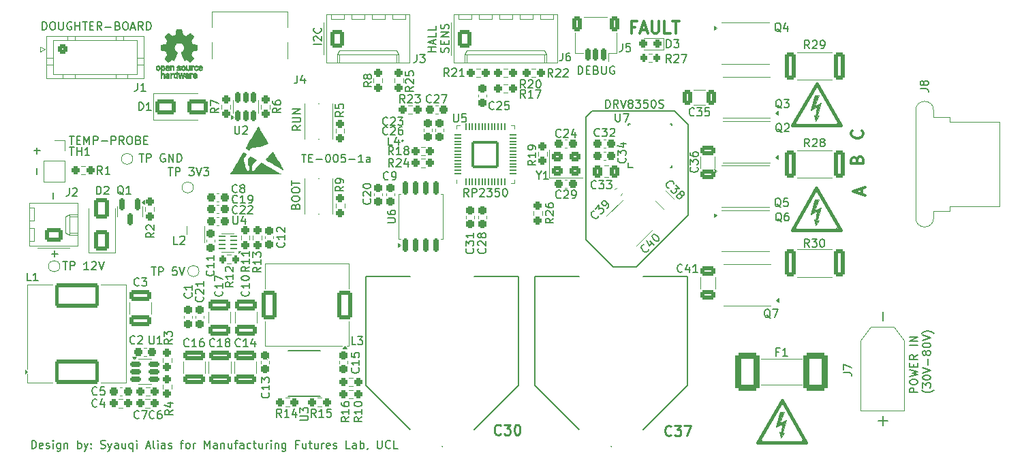
<source format=gto>
G04 #@! TF.GenerationSoftware,KiCad,Pcbnew,9.0.3*
G04 #@! TF.CreationDate,2025-08-13T17:47:10+01:00*
G04 #@! TF.ProjectId,Pico-BLDC-Controller,5069636f-2d42-44c4-9443-2d436f6e7472,rev?*
G04 #@! TF.SameCoordinates,Original*
G04 #@! TF.FileFunction,Legend,Top*
G04 #@! TF.FilePolarity,Positive*
%FSLAX46Y46*%
G04 Gerber Fmt 4.6, Leading zero omitted, Abs format (unit mm)*
G04 Created by KiCad (PCBNEW 9.0.3) date 2025-08-13 17:47:10*
%MOMM*%
%LPD*%
G01*
G04 APERTURE LIST*
G04 Aperture macros list*
%AMRoundRect*
0 Rectangle with rounded corners*
0 $1 Rounding radius*
0 $2 $3 $4 $5 $6 $7 $8 $9 X,Y pos of 4 corners*
0 Add a 4 corners polygon primitive as box body*
4,1,4,$2,$3,$4,$5,$6,$7,$8,$9,$2,$3,0*
0 Add four circle primitives for the rounded corners*
1,1,$1+$1,$2,$3*
1,1,$1+$1,$4,$5*
1,1,$1+$1,$6,$7*
1,1,$1+$1,$8,$9*
0 Add four rect primitives between the rounded corners*
20,1,$1+$1,$2,$3,$4,$5,0*
20,1,$1+$1,$4,$5,$6,$7,0*
20,1,$1+$1,$6,$7,$8,$9,0*
20,1,$1+$1,$8,$9,$2,$3,0*%
%AMFreePoly0*
4,1,18,-0.100000,0.387500,-0.096194,0.406634,-0.085355,0.422855,-0.069134,0.433694,-0.050000,0.437500,0.050000,0.437500,0.069134,0.433694,0.085355,0.422855,0.096194,0.406634,0.100000,0.387500,0.100000,-0.387500,0.096194,-0.406634,0.085355,-0.422855,0.069134,-0.433694,0.050000,-0.437500,-0.050000,-0.437500,-0.100000,-0.387500,-0.100000,0.387500,-0.100000,0.387500,$1*%
%AMFreePoly1*
4,1,18,-0.100000,0.387500,-0.096194,0.406634,-0.085355,0.422855,-0.069134,0.433694,-0.050000,0.437500,0.050000,0.437500,0.069134,0.433694,0.085355,0.422855,0.096194,0.406634,0.100000,0.387500,0.100000,-0.387500,0.050000,-0.437500,-0.050000,-0.437500,-0.069134,-0.433694,-0.085355,-0.422855,-0.096194,-0.406634,-0.100000,-0.387500,-0.100000,0.387500,-0.100000,0.387500,$1*%
%AMFreePoly2*
4,1,18,-0.437500,0.050000,-0.387500,0.100000,0.387500,0.100000,0.406634,0.096194,0.422855,0.085355,0.433694,0.069134,0.437500,0.050000,0.437500,-0.050000,0.433694,-0.069134,0.422855,-0.085355,0.406634,-0.096194,0.387500,-0.100000,-0.387500,-0.100000,-0.406634,-0.096194,-0.422855,-0.085355,-0.433694,-0.069134,-0.437500,-0.050000,-0.437500,0.050000,-0.437500,0.050000,$1*%
%AMFreePoly3*
4,1,18,-0.437500,0.050000,-0.433694,0.069134,-0.422855,0.085355,-0.406634,0.096194,-0.387500,0.100000,0.387500,0.100000,0.406634,0.096194,0.422855,0.085355,0.433694,0.069134,0.437500,0.050000,0.437500,-0.050000,0.433694,-0.069134,0.422855,-0.085355,0.406634,-0.096194,0.387500,-0.100000,-0.387500,-0.100000,-0.437500,-0.050000,-0.437500,0.050000,-0.437500,0.050000,$1*%
%AMFreePoly4*
4,1,18,-0.100000,0.387500,-0.096194,0.406634,-0.085355,0.422855,-0.069134,0.433694,-0.050000,0.437500,0.050000,0.437500,0.100000,0.387500,0.100000,-0.387500,0.096194,-0.406634,0.085355,-0.422855,0.069134,-0.433694,0.050000,-0.437500,-0.050000,-0.437500,-0.069134,-0.433694,-0.085355,-0.422855,-0.096194,-0.406634,-0.100000,-0.387500,-0.100000,0.387500,-0.100000,0.387500,$1*%
%AMFreePoly5*
4,1,18,-0.100000,0.387500,-0.050000,0.437500,0.050000,0.437500,0.069134,0.433694,0.085355,0.422855,0.096194,0.406634,0.100000,0.387500,0.100000,-0.387500,0.096194,-0.406634,0.085355,-0.422855,0.069134,-0.433694,0.050000,-0.437500,-0.050000,-0.437500,-0.069134,-0.433694,-0.085355,-0.422855,-0.096194,-0.406634,-0.100000,-0.387500,-0.100000,0.387500,-0.100000,0.387500,$1*%
%AMFreePoly6*
4,1,18,-0.437500,0.050000,-0.433694,0.069134,-0.422855,0.085355,-0.406634,0.096194,-0.387500,0.100000,0.387500,0.100000,0.406634,0.096194,0.422855,0.085355,0.433694,0.069134,0.437500,0.050000,0.437500,-0.050000,0.387500,-0.100000,-0.387500,-0.100000,-0.406634,-0.096194,-0.422855,-0.085355,-0.433694,-0.069134,-0.437500,-0.050000,-0.437500,0.050000,-0.437500,0.050000,$1*%
%AMFreePoly7*
4,1,18,-0.437500,0.050000,-0.433694,0.069134,-0.422855,0.085355,-0.406634,0.096194,-0.387500,0.100000,0.387500,0.100000,0.437500,0.050000,0.437500,-0.050000,0.433694,-0.069134,0.422855,-0.085355,0.406634,-0.096194,0.387500,-0.100000,-0.387500,-0.100000,-0.406634,-0.096194,-0.422855,-0.085355,-0.433694,-0.069134,-0.437500,-0.050000,-0.437500,0.050000,-0.437500,0.050000,$1*%
G04 Aperture macros list end*
%ADD10C,0.200000*%
%ADD11C,0.300000*%
%ADD12C,0.150000*%
%ADD13C,0.254000*%
%ADD14C,0.120000*%
%ADD15C,0.250000*%
%ADD16C,0.050000*%
%ADD17C,0.010000*%
%ADD18C,0.400000*%
%ADD19C,0.101600*%
%ADD20C,0.100000*%
%ADD21C,0.191421*%
%ADD22C,0.000000*%
%ADD23C,2.700000*%
%ADD24O,1.000000X1.600000*%
%ADD25O,1.000000X2.100000*%
%ADD26R,0.600000X1.450000*%
%ADD27R,0.300000X1.450000*%
%ADD28C,0.650000*%
%ADD29C,3.000000*%
%ADD30R,3.000000X3.000000*%
%ADD31C,1.400000*%
%ADD32C,0.629999*%
%ADD33R,2.200001X0.499999*%
%ADD34RoundRect,0.153000X1.547000X1.547000X-1.547000X1.547000X-1.547000X-1.547000X1.547000X-1.547000X0*%
%ADD35FreePoly0,90.000000*%
%ADD36RoundRect,0.050000X0.387500X-0.050000X0.387500X0.050000X-0.387500X0.050000X-0.387500X-0.050000X0*%
%ADD37FreePoly1,90.000000*%
%ADD38FreePoly2,90.000000*%
%ADD39RoundRect,0.050000X0.050000X-0.387500X0.050000X0.387500X-0.050000X0.387500X-0.050000X-0.387500X0*%
%ADD40FreePoly3,90.000000*%
%ADD41FreePoly4,90.000000*%
%ADD42FreePoly5,90.000000*%
%ADD43FreePoly6,90.000000*%
%ADD44FreePoly7,90.000000*%
%ADD45C,1.000000*%
%ADD46R,1.270000X0.610000*%
%ADD47R,3.810000X3.910000*%
%ADD48R,1.020000X0.610000*%
%ADD49RoundRect,0.250000X0.650000X-0.325000X0.650000X0.325000X-0.650000X0.325000X-0.650000X-0.325000X0*%
%ADD50RoundRect,0.237500X-0.250000X-0.237500X0.250000X-0.237500X0.250000X0.237500X-0.250000X0.237500X0*%
%ADD51RoundRect,0.237500X-0.237500X0.300000X-0.237500X-0.300000X0.237500X-0.300000X0.237500X0.300000X0*%
%ADD52RoundRect,0.250000X-1.100000X0.412500X-1.100000X-0.412500X1.100000X-0.412500X1.100000X0.412500X0*%
%ADD53R,0.650000X1.050000*%
%ADD54RoundRect,0.375000X-1.125000X-2.000000X1.125000X-2.000000X1.125000X2.000000X-1.125000X2.000000X0*%
%ADD55R,1.700000X0.800000*%
%ADD56R,2.500000X7.500000*%
%ADD57RoundRect,0.237500X0.237500X-0.300000X0.237500X0.300000X-0.237500X0.300000X-0.237500X-0.300000X0*%
%ADD58RoundRect,0.249999X-0.450001X-1.425001X0.450001X-1.425001X0.450001X1.425001X-0.450001X1.425001X0*%
%ADD59RoundRect,0.250000X1.100000X-0.325000X1.100000X0.325000X-1.100000X0.325000X-1.100000X-0.325000X0*%
%ADD60RoundRect,0.237500X0.250000X0.237500X-0.250000X0.237500X-0.250000X-0.237500X0.250000X-0.237500X0*%
%ADD61RoundRect,0.237500X-0.300000X-0.237500X0.300000X-0.237500X0.300000X0.237500X-0.300000X0.237500X0*%
%ADD62RoundRect,0.237500X0.237500X-0.250000X0.237500X0.250000X-0.237500X0.250000X-0.237500X-0.250000X0*%
%ADD63RoundRect,0.250000X0.845000X-0.620000X0.845000X0.620000X-0.845000X0.620000X-0.845000X-0.620000X0*%
%ADD64O,2.190000X1.740000*%
%ADD65RoundRect,0.250000X0.650000X-1.000000X0.650000X1.000000X-0.650000X1.000000X-0.650000X-1.000000X0*%
%ADD66RoundRect,0.250000X-0.620000X-0.845000X0.620000X-0.845000X0.620000X0.845000X-0.620000X0.845000X0*%
%ADD67O,1.740000X2.190000*%
%ADD68O,0.240000X0.599999*%
%ADD69O,0.599999X0.240000*%
%ADD70C,0.499999*%
%ADD71R,3.450001X3.450001*%
%ADD72RoundRect,0.237500X0.044194X0.380070X-0.380070X-0.044194X-0.044194X-0.380070X0.380070X0.044194X0*%
%ADD73RoundRect,0.250000X0.689429X0.229810X0.229810X0.689429X-0.689429X-0.229810X-0.229810X-0.689429X0*%
%ADD74RoundRect,0.250000X-0.450000X-0.350000X0.450000X-0.350000X0.450000X0.350000X-0.450000X0.350000X0*%
%ADD75RoundRect,0.200000X0.200000X0.275000X-0.200000X0.275000X-0.200000X-0.275000X0.200000X-0.275000X0*%
%ADD76RoundRect,0.249999X0.640001X1.530001X-0.640001X1.530001X-0.640001X-1.530001X0.640001X-1.530001X0*%
%ADD77RoundRect,0.237500X0.300000X0.237500X-0.300000X0.237500X-0.300000X-0.237500X0.300000X-0.237500X0*%
%ADD78R,1.700000X1.700000*%
%ADD79C,1.700000*%
%ADD80RoundRect,0.237500X-0.237500X0.250000X-0.237500X-0.250000X0.237500X-0.250000X0.237500X0.250000X0*%
%ADD81R,3.800000X3.800000*%
%ADD82C,3.800000*%
%ADD83RoundRect,0.250000X-0.350000X-0.350000X0.350000X-0.350000X0.350000X0.350000X-0.350000X0.350000X0*%
%ADD84C,1.200000*%
%ADD85RoundRect,0.250000X-1.000000X-0.650000X1.000000X-0.650000X1.000000X0.650000X-1.000000X0.650000X0*%
%ADD86RoundRect,0.150000X0.150000X-0.512500X0.150000X0.512500X-0.150000X0.512500X-0.150000X-0.512500X0*%
%ADD87RoundRect,0.062500X0.337500X0.062500X-0.337500X0.062500X-0.337500X-0.062500X0.337500X-0.062500X0*%
%ADD88RoundRect,0.150000X-0.512500X-0.150000X0.512500X-0.150000X0.512500X0.150000X-0.512500X0.150000X0*%
%ADD89RoundRect,0.150000X0.150000X0.625000X-0.150000X0.625000X-0.150000X-0.625000X0.150000X-0.625000X0*%
%ADD90RoundRect,0.250000X0.350000X0.650000X-0.350000X0.650000X-0.350000X-0.650000X0.350000X-0.650000X0*%
%ADD91RoundRect,0.250000X-0.650000X0.325000X-0.650000X-0.325000X0.650000X-0.325000X0.650000X0.325000X0*%
%ADD92RoundRect,0.150000X-0.150000X0.587500X-0.150000X-0.587500X0.150000X-0.587500X0.150000X0.587500X0*%
%ADD93RoundRect,0.250000X0.337500X0.475000X-0.337500X0.475000X-0.337500X-0.475000X0.337500X-0.475000X0*%
%ADD94RoundRect,0.249999X2.500001X-1.250001X2.500001X1.250001X-2.500001X1.250001X-2.500001X-1.250001X0*%
%ADD95RoundRect,0.249999X-1.210920X2.253904X-2.253904X1.210920X1.210920X-2.253904X2.253904X-1.210920X0*%
%ADD96R,1.700000X0.700000*%
%ADD97RoundRect,0.250000X0.325000X0.650000X-0.325000X0.650000X-0.325000X-0.650000X0.325000X-0.650000X0*%
%ADD98RoundRect,0.162500X0.162500X-0.650000X0.162500X0.650000X-0.162500X0.650000X-0.162500X-0.650000X0*%
%ADD99RoundRect,0.237500X0.287500X0.237500X-0.287500X0.237500X-0.287500X-0.237500X0.287500X-0.237500X0*%
G04 APERTURE END LIST*
D10*
X175760000Y-56552500D02*
X175760000Y-67852500D01*
X169360000Y-74252500D01*
X166460000Y-74252500D01*
X163060000Y-70852500D01*
X163060000Y-55652500D01*
X163860000Y-54852500D01*
X174060000Y-54852500D01*
X175760000Y-56552500D01*
X127627219Y-56711398D02*
X127151028Y-57044731D01*
X127627219Y-57282826D02*
X126627219Y-57282826D01*
X126627219Y-57282826D02*
X126627219Y-56901874D01*
X126627219Y-56901874D02*
X126674838Y-56806636D01*
X126674838Y-56806636D02*
X126722457Y-56759017D01*
X126722457Y-56759017D02*
X126817695Y-56711398D01*
X126817695Y-56711398D02*
X126960552Y-56711398D01*
X126960552Y-56711398D02*
X127055790Y-56759017D01*
X127055790Y-56759017D02*
X127103409Y-56806636D01*
X127103409Y-56806636D02*
X127151028Y-56901874D01*
X127151028Y-56901874D02*
X127151028Y-57282826D01*
X126627219Y-56282826D02*
X127436742Y-56282826D01*
X127436742Y-56282826D02*
X127531980Y-56235207D01*
X127531980Y-56235207D02*
X127579600Y-56187588D01*
X127579600Y-56187588D02*
X127627219Y-56092350D01*
X127627219Y-56092350D02*
X127627219Y-55901874D01*
X127627219Y-55901874D02*
X127579600Y-55806636D01*
X127579600Y-55806636D02*
X127531980Y-55759017D01*
X127531980Y-55759017D02*
X127436742Y-55711398D01*
X127436742Y-55711398D02*
X126627219Y-55711398D01*
X127627219Y-55235207D02*
X126627219Y-55235207D01*
X126627219Y-55235207D02*
X127627219Y-54663779D01*
X127627219Y-54663779D02*
X126627219Y-54663779D01*
X144417275Y-47537826D02*
X143417275Y-47537826D01*
X143893465Y-47537826D02*
X143893465Y-46966398D01*
X144417275Y-46966398D02*
X143417275Y-46966398D01*
X144131560Y-46537826D02*
X144131560Y-46061636D01*
X144417275Y-46633064D02*
X143417275Y-46299731D01*
X143417275Y-46299731D02*
X144417275Y-45966398D01*
X144417275Y-45156874D02*
X144417275Y-45633064D01*
X144417275Y-45633064D02*
X143417275Y-45633064D01*
X144417275Y-44347350D02*
X144417275Y-44823540D01*
X144417275Y-44823540D02*
X143417275Y-44823540D01*
X145979600Y-47585445D02*
X146027219Y-47442588D01*
X146027219Y-47442588D02*
X146027219Y-47204493D01*
X146027219Y-47204493D02*
X145979600Y-47109255D01*
X145979600Y-47109255D02*
X145931980Y-47061636D01*
X145931980Y-47061636D02*
X145836742Y-47014017D01*
X145836742Y-47014017D02*
X145741504Y-47014017D01*
X145741504Y-47014017D02*
X145646266Y-47061636D01*
X145646266Y-47061636D02*
X145598647Y-47109255D01*
X145598647Y-47109255D02*
X145551028Y-47204493D01*
X145551028Y-47204493D02*
X145503409Y-47394969D01*
X145503409Y-47394969D02*
X145455790Y-47490207D01*
X145455790Y-47490207D02*
X145408171Y-47537826D01*
X145408171Y-47537826D02*
X145312933Y-47585445D01*
X145312933Y-47585445D02*
X145217695Y-47585445D01*
X145217695Y-47585445D02*
X145122457Y-47537826D01*
X145122457Y-47537826D02*
X145074838Y-47490207D01*
X145074838Y-47490207D02*
X145027219Y-47394969D01*
X145027219Y-47394969D02*
X145027219Y-47156874D01*
X145027219Y-47156874D02*
X145074838Y-47014017D01*
X145503409Y-46585445D02*
X145503409Y-46252112D01*
X146027219Y-46109255D02*
X146027219Y-46585445D01*
X146027219Y-46585445D02*
X145027219Y-46585445D01*
X145027219Y-46585445D02*
X145027219Y-46109255D01*
X146027219Y-45680683D02*
X145027219Y-45680683D01*
X145027219Y-45680683D02*
X146027219Y-45109255D01*
X146027219Y-45109255D02*
X145027219Y-45109255D01*
X145979600Y-44680683D02*
X146027219Y-44537826D01*
X146027219Y-44537826D02*
X146027219Y-44299731D01*
X146027219Y-44299731D02*
X145979600Y-44204493D01*
X145979600Y-44204493D02*
X145931980Y-44156874D01*
X145931980Y-44156874D02*
X145836742Y-44109255D01*
X145836742Y-44109255D02*
X145741504Y-44109255D01*
X145741504Y-44109255D02*
X145646266Y-44156874D01*
X145646266Y-44156874D02*
X145598647Y-44204493D01*
X145598647Y-44204493D02*
X145551028Y-44299731D01*
X145551028Y-44299731D02*
X145503409Y-44490207D01*
X145503409Y-44490207D02*
X145455790Y-44585445D01*
X145455790Y-44585445D02*
X145408171Y-44633064D01*
X145408171Y-44633064D02*
X145312933Y-44680683D01*
X145312933Y-44680683D02*
X145217695Y-44680683D01*
X145217695Y-44680683D02*
X145122457Y-44633064D01*
X145122457Y-44633064D02*
X145074838Y-44585445D01*
X145074838Y-44585445D02*
X145027219Y-44490207D01*
X145027219Y-44490207D02*
X145027219Y-44252112D01*
X145027219Y-44252112D02*
X145074838Y-44109255D01*
X94499673Y-59818766D02*
X95261578Y-59818766D01*
X94880625Y-60199719D02*
X94880625Y-59437814D01*
X127746816Y-60279719D02*
X128318244Y-60279719D01*
X128032530Y-61279719D02*
X128032530Y-60279719D01*
X128651578Y-60755909D02*
X128984911Y-60755909D01*
X129127768Y-61279719D02*
X128651578Y-61279719D01*
X128651578Y-61279719D02*
X128651578Y-60279719D01*
X128651578Y-60279719D02*
X129127768Y-60279719D01*
X129556340Y-60898766D02*
X130318245Y-60898766D01*
X130984911Y-60279719D02*
X131080149Y-60279719D01*
X131080149Y-60279719D02*
X131175387Y-60327338D01*
X131175387Y-60327338D02*
X131223006Y-60374957D01*
X131223006Y-60374957D02*
X131270625Y-60470195D01*
X131270625Y-60470195D02*
X131318244Y-60660671D01*
X131318244Y-60660671D02*
X131318244Y-60898766D01*
X131318244Y-60898766D02*
X131270625Y-61089242D01*
X131270625Y-61089242D02*
X131223006Y-61184480D01*
X131223006Y-61184480D02*
X131175387Y-61232100D01*
X131175387Y-61232100D02*
X131080149Y-61279719D01*
X131080149Y-61279719D02*
X130984911Y-61279719D01*
X130984911Y-61279719D02*
X130889673Y-61232100D01*
X130889673Y-61232100D02*
X130842054Y-61184480D01*
X130842054Y-61184480D02*
X130794435Y-61089242D01*
X130794435Y-61089242D02*
X130746816Y-60898766D01*
X130746816Y-60898766D02*
X130746816Y-60660671D01*
X130746816Y-60660671D02*
X130794435Y-60470195D01*
X130794435Y-60470195D02*
X130842054Y-60374957D01*
X130842054Y-60374957D02*
X130889673Y-60327338D01*
X130889673Y-60327338D02*
X130984911Y-60279719D01*
X131937292Y-60279719D02*
X132032530Y-60279719D01*
X132032530Y-60279719D02*
X132127768Y-60327338D01*
X132127768Y-60327338D02*
X132175387Y-60374957D01*
X132175387Y-60374957D02*
X132223006Y-60470195D01*
X132223006Y-60470195D02*
X132270625Y-60660671D01*
X132270625Y-60660671D02*
X132270625Y-60898766D01*
X132270625Y-60898766D02*
X132223006Y-61089242D01*
X132223006Y-61089242D02*
X132175387Y-61184480D01*
X132175387Y-61184480D02*
X132127768Y-61232100D01*
X132127768Y-61232100D02*
X132032530Y-61279719D01*
X132032530Y-61279719D02*
X131937292Y-61279719D01*
X131937292Y-61279719D02*
X131842054Y-61232100D01*
X131842054Y-61232100D02*
X131794435Y-61184480D01*
X131794435Y-61184480D02*
X131746816Y-61089242D01*
X131746816Y-61089242D02*
X131699197Y-60898766D01*
X131699197Y-60898766D02*
X131699197Y-60660671D01*
X131699197Y-60660671D02*
X131746816Y-60470195D01*
X131746816Y-60470195D02*
X131794435Y-60374957D01*
X131794435Y-60374957D02*
X131842054Y-60327338D01*
X131842054Y-60327338D02*
X131937292Y-60279719D01*
X133175387Y-60279719D02*
X132699197Y-60279719D01*
X132699197Y-60279719D02*
X132651578Y-60755909D01*
X132651578Y-60755909D02*
X132699197Y-60708290D01*
X132699197Y-60708290D02*
X132794435Y-60660671D01*
X132794435Y-60660671D02*
X133032530Y-60660671D01*
X133032530Y-60660671D02*
X133127768Y-60708290D01*
X133127768Y-60708290D02*
X133175387Y-60755909D01*
X133175387Y-60755909D02*
X133223006Y-60851147D01*
X133223006Y-60851147D02*
X133223006Y-61089242D01*
X133223006Y-61089242D02*
X133175387Y-61184480D01*
X133175387Y-61184480D02*
X133127768Y-61232100D01*
X133127768Y-61232100D02*
X133032530Y-61279719D01*
X133032530Y-61279719D02*
X132794435Y-61279719D01*
X132794435Y-61279719D02*
X132699197Y-61232100D01*
X132699197Y-61232100D02*
X132651578Y-61184480D01*
X133651578Y-60898766D02*
X134413483Y-60898766D01*
X135413482Y-61279719D02*
X134842054Y-61279719D01*
X135127768Y-61279719D02*
X135127768Y-60279719D01*
X135127768Y-60279719D02*
X135032530Y-60422576D01*
X135032530Y-60422576D02*
X134937292Y-60517814D01*
X134937292Y-60517814D02*
X134842054Y-60565433D01*
X136270625Y-61279719D02*
X136270625Y-60755909D01*
X136270625Y-60755909D02*
X136223006Y-60660671D01*
X136223006Y-60660671D02*
X136127768Y-60613052D01*
X136127768Y-60613052D02*
X135937292Y-60613052D01*
X135937292Y-60613052D02*
X135842054Y-60660671D01*
X136270625Y-61232100D02*
X136175387Y-61279719D01*
X136175387Y-61279719D02*
X135937292Y-61279719D01*
X135937292Y-61279719D02*
X135842054Y-61232100D01*
X135842054Y-61232100D02*
X135794435Y-61136861D01*
X135794435Y-61136861D02*
X135794435Y-61041623D01*
X135794435Y-61041623D02*
X135842054Y-60946385D01*
X135842054Y-60946385D02*
X135937292Y-60898766D01*
X135937292Y-60898766D02*
X136175387Y-60898766D01*
X136175387Y-60898766D02*
X136270625Y-60851147D01*
X95529673Y-44819719D02*
X95529673Y-43819719D01*
X95529673Y-43819719D02*
X95767768Y-43819719D01*
X95767768Y-43819719D02*
X95910625Y-43867338D01*
X95910625Y-43867338D02*
X96005863Y-43962576D01*
X96005863Y-43962576D02*
X96053482Y-44057814D01*
X96053482Y-44057814D02*
X96101101Y-44248290D01*
X96101101Y-44248290D02*
X96101101Y-44391147D01*
X96101101Y-44391147D02*
X96053482Y-44581623D01*
X96053482Y-44581623D02*
X96005863Y-44676861D01*
X96005863Y-44676861D02*
X95910625Y-44772100D01*
X95910625Y-44772100D02*
X95767768Y-44819719D01*
X95767768Y-44819719D02*
X95529673Y-44819719D01*
X96720149Y-43819719D02*
X96910625Y-43819719D01*
X96910625Y-43819719D02*
X97005863Y-43867338D01*
X97005863Y-43867338D02*
X97101101Y-43962576D01*
X97101101Y-43962576D02*
X97148720Y-44153052D01*
X97148720Y-44153052D02*
X97148720Y-44486385D01*
X97148720Y-44486385D02*
X97101101Y-44676861D01*
X97101101Y-44676861D02*
X97005863Y-44772100D01*
X97005863Y-44772100D02*
X96910625Y-44819719D01*
X96910625Y-44819719D02*
X96720149Y-44819719D01*
X96720149Y-44819719D02*
X96624911Y-44772100D01*
X96624911Y-44772100D02*
X96529673Y-44676861D01*
X96529673Y-44676861D02*
X96482054Y-44486385D01*
X96482054Y-44486385D02*
X96482054Y-44153052D01*
X96482054Y-44153052D02*
X96529673Y-43962576D01*
X96529673Y-43962576D02*
X96624911Y-43867338D01*
X96624911Y-43867338D02*
X96720149Y-43819719D01*
X97577292Y-43819719D02*
X97577292Y-44629242D01*
X97577292Y-44629242D02*
X97624911Y-44724480D01*
X97624911Y-44724480D02*
X97672530Y-44772100D01*
X97672530Y-44772100D02*
X97767768Y-44819719D01*
X97767768Y-44819719D02*
X97958244Y-44819719D01*
X97958244Y-44819719D02*
X98053482Y-44772100D01*
X98053482Y-44772100D02*
X98101101Y-44724480D01*
X98101101Y-44724480D02*
X98148720Y-44629242D01*
X98148720Y-44629242D02*
X98148720Y-43819719D01*
X99148720Y-43867338D02*
X99053482Y-43819719D01*
X99053482Y-43819719D02*
X98910625Y-43819719D01*
X98910625Y-43819719D02*
X98767768Y-43867338D01*
X98767768Y-43867338D02*
X98672530Y-43962576D01*
X98672530Y-43962576D02*
X98624911Y-44057814D01*
X98624911Y-44057814D02*
X98577292Y-44248290D01*
X98577292Y-44248290D02*
X98577292Y-44391147D01*
X98577292Y-44391147D02*
X98624911Y-44581623D01*
X98624911Y-44581623D02*
X98672530Y-44676861D01*
X98672530Y-44676861D02*
X98767768Y-44772100D01*
X98767768Y-44772100D02*
X98910625Y-44819719D01*
X98910625Y-44819719D02*
X99005863Y-44819719D01*
X99005863Y-44819719D02*
X99148720Y-44772100D01*
X99148720Y-44772100D02*
X99196339Y-44724480D01*
X99196339Y-44724480D02*
X99196339Y-44391147D01*
X99196339Y-44391147D02*
X99005863Y-44391147D01*
X99624911Y-44819719D02*
X99624911Y-43819719D01*
X99624911Y-44295909D02*
X100196339Y-44295909D01*
X100196339Y-44819719D02*
X100196339Y-43819719D01*
X100529673Y-43819719D02*
X101101101Y-43819719D01*
X100815387Y-44819719D02*
X100815387Y-43819719D01*
X101434435Y-44295909D02*
X101767768Y-44295909D01*
X101910625Y-44819719D02*
X101434435Y-44819719D01*
X101434435Y-44819719D02*
X101434435Y-43819719D01*
X101434435Y-43819719D02*
X101910625Y-43819719D01*
X102910625Y-44819719D02*
X102577292Y-44343528D01*
X102339197Y-44819719D02*
X102339197Y-43819719D01*
X102339197Y-43819719D02*
X102720149Y-43819719D01*
X102720149Y-43819719D02*
X102815387Y-43867338D01*
X102815387Y-43867338D02*
X102863006Y-43914957D01*
X102863006Y-43914957D02*
X102910625Y-44010195D01*
X102910625Y-44010195D02*
X102910625Y-44153052D01*
X102910625Y-44153052D02*
X102863006Y-44248290D01*
X102863006Y-44248290D02*
X102815387Y-44295909D01*
X102815387Y-44295909D02*
X102720149Y-44343528D01*
X102720149Y-44343528D02*
X102339197Y-44343528D01*
X103339197Y-44438766D02*
X104101102Y-44438766D01*
X104910625Y-44295909D02*
X105053482Y-44343528D01*
X105053482Y-44343528D02*
X105101101Y-44391147D01*
X105101101Y-44391147D02*
X105148720Y-44486385D01*
X105148720Y-44486385D02*
X105148720Y-44629242D01*
X105148720Y-44629242D02*
X105101101Y-44724480D01*
X105101101Y-44724480D02*
X105053482Y-44772100D01*
X105053482Y-44772100D02*
X104958244Y-44819719D01*
X104958244Y-44819719D02*
X104577292Y-44819719D01*
X104577292Y-44819719D02*
X104577292Y-43819719D01*
X104577292Y-43819719D02*
X104910625Y-43819719D01*
X104910625Y-43819719D02*
X105005863Y-43867338D01*
X105005863Y-43867338D02*
X105053482Y-43914957D01*
X105053482Y-43914957D02*
X105101101Y-44010195D01*
X105101101Y-44010195D02*
X105101101Y-44105433D01*
X105101101Y-44105433D02*
X105053482Y-44200671D01*
X105053482Y-44200671D02*
X105005863Y-44248290D01*
X105005863Y-44248290D02*
X104910625Y-44295909D01*
X104910625Y-44295909D02*
X104577292Y-44295909D01*
X105767768Y-43819719D02*
X105958244Y-43819719D01*
X105958244Y-43819719D02*
X106053482Y-43867338D01*
X106053482Y-43867338D02*
X106148720Y-43962576D01*
X106148720Y-43962576D02*
X106196339Y-44153052D01*
X106196339Y-44153052D02*
X106196339Y-44486385D01*
X106196339Y-44486385D02*
X106148720Y-44676861D01*
X106148720Y-44676861D02*
X106053482Y-44772100D01*
X106053482Y-44772100D02*
X105958244Y-44819719D01*
X105958244Y-44819719D02*
X105767768Y-44819719D01*
X105767768Y-44819719D02*
X105672530Y-44772100D01*
X105672530Y-44772100D02*
X105577292Y-44676861D01*
X105577292Y-44676861D02*
X105529673Y-44486385D01*
X105529673Y-44486385D02*
X105529673Y-44153052D01*
X105529673Y-44153052D02*
X105577292Y-43962576D01*
X105577292Y-43962576D02*
X105672530Y-43867338D01*
X105672530Y-43867338D02*
X105767768Y-43819719D01*
X106577292Y-44534004D02*
X107053482Y-44534004D01*
X106482054Y-44819719D02*
X106815387Y-43819719D01*
X106815387Y-43819719D02*
X107148720Y-44819719D01*
X108053482Y-44819719D02*
X107720149Y-44343528D01*
X107482054Y-44819719D02*
X107482054Y-43819719D01*
X107482054Y-43819719D02*
X107863006Y-43819719D01*
X107863006Y-43819719D02*
X107958244Y-43867338D01*
X107958244Y-43867338D02*
X108005863Y-43914957D01*
X108005863Y-43914957D02*
X108053482Y-44010195D01*
X108053482Y-44010195D02*
X108053482Y-44153052D01*
X108053482Y-44153052D02*
X108005863Y-44248290D01*
X108005863Y-44248290D02*
X107958244Y-44295909D01*
X107958244Y-44295909D02*
X107863006Y-44343528D01*
X107863006Y-44343528D02*
X107482054Y-44343528D01*
X108482054Y-44819719D02*
X108482054Y-43819719D01*
X108482054Y-43819719D02*
X108720149Y-43819719D01*
X108720149Y-43819719D02*
X108863006Y-43867338D01*
X108863006Y-43867338D02*
X108958244Y-43962576D01*
X108958244Y-43962576D02*
X109005863Y-44057814D01*
X109005863Y-44057814D02*
X109053482Y-44248290D01*
X109053482Y-44248290D02*
X109053482Y-44391147D01*
X109053482Y-44391147D02*
X109005863Y-44581623D01*
X109005863Y-44581623D02*
X108958244Y-44676861D01*
X108958244Y-44676861D02*
X108863006Y-44772100D01*
X108863006Y-44772100D02*
X108720149Y-44819719D01*
X108720149Y-44819719D02*
X108482054Y-44819719D01*
X127003409Y-66749493D02*
X127051028Y-66606636D01*
X127051028Y-66606636D02*
X127098647Y-66559017D01*
X127098647Y-66559017D02*
X127193885Y-66511398D01*
X127193885Y-66511398D02*
X127336742Y-66511398D01*
X127336742Y-66511398D02*
X127431980Y-66559017D01*
X127431980Y-66559017D02*
X127479600Y-66606636D01*
X127479600Y-66606636D02*
X127527219Y-66701874D01*
X127527219Y-66701874D02*
X127527219Y-67082826D01*
X127527219Y-67082826D02*
X126527219Y-67082826D01*
X126527219Y-67082826D02*
X126527219Y-66749493D01*
X126527219Y-66749493D02*
X126574838Y-66654255D01*
X126574838Y-66654255D02*
X126622457Y-66606636D01*
X126622457Y-66606636D02*
X126717695Y-66559017D01*
X126717695Y-66559017D02*
X126812933Y-66559017D01*
X126812933Y-66559017D02*
X126908171Y-66606636D01*
X126908171Y-66606636D02*
X126955790Y-66654255D01*
X126955790Y-66654255D02*
X127003409Y-66749493D01*
X127003409Y-66749493D02*
X127003409Y-67082826D01*
X126527219Y-65892350D02*
X126527219Y-65701874D01*
X126527219Y-65701874D02*
X126574838Y-65606636D01*
X126574838Y-65606636D02*
X126670076Y-65511398D01*
X126670076Y-65511398D02*
X126860552Y-65463779D01*
X126860552Y-65463779D02*
X127193885Y-65463779D01*
X127193885Y-65463779D02*
X127384361Y-65511398D01*
X127384361Y-65511398D02*
X127479600Y-65606636D01*
X127479600Y-65606636D02*
X127527219Y-65701874D01*
X127527219Y-65701874D02*
X127527219Y-65892350D01*
X127527219Y-65892350D02*
X127479600Y-65987588D01*
X127479600Y-65987588D02*
X127384361Y-66082826D01*
X127384361Y-66082826D02*
X127193885Y-66130445D01*
X127193885Y-66130445D02*
X126860552Y-66130445D01*
X126860552Y-66130445D02*
X126670076Y-66082826D01*
X126670076Y-66082826D02*
X126574838Y-65987588D01*
X126574838Y-65987588D02*
X126527219Y-65892350D01*
X126527219Y-64844731D02*
X126527219Y-64654255D01*
X126527219Y-64654255D02*
X126574838Y-64559017D01*
X126574838Y-64559017D02*
X126670076Y-64463779D01*
X126670076Y-64463779D02*
X126860552Y-64416160D01*
X126860552Y-64416160D02*
X127193885Y-64416160D01*
X127193885Y-64416160D02*
X127384361Y-64463779D01*
X127384361Y-64463779D02*
X127479600Y-64559017D01*
X127479600Y-64559017D02*
X127527219Y-64654255D01*
X127527219Y-64654255D02*
X127527219Y-64844731D01*
X127527219Y-64844731D02*
X127479600Y-64939969D01*
X127479600Y-64939969D02*
X127384361Y-65035207D01*
X127384361Y-65035207D02*
X127193885Y-65082826D01*
X127193885Y-65082826D02*
X126860552Y-65082826D01*
X126860552Y-65082826D02*
X126670076Y-65035207D01*
X126670076Y-65035207D02*
X126574838Y-64939969D01*
X126574838Y-64939969D02*
X126527219Y-64844731D01*
X126527219Y-64130445D02*
X126527219Y-63559017D01*
X127527219Y-63844731D02*
X126527219Y-63844731D01*
X148501101Y-65519719D02*
X148167768Y-65043528D01*
X147929673Y-65519719D02*
X147929673Y-64519719D01*
X147929673Y-64519719D02*
X148310625Y-64519719D01*
X148310625Y-64519719D02*
X148405863Y-64567338D01*
X148405863Y-64567338D02*
X148453482Y-64614957D01*
X148453482Y-64614957D02*
X148501101Y-64710195D01*
X148501101Y-64710195D02*
X148501101Y-64853052D01*
X148501101Y-64853052D02*
X148453482Y-64948290D01*
X148453482Y-64948290D02*
X148405863Y-64995909D01*
X148405863Y-64995909D02*
X148310625Y-65043528D01*
X148310625Y-65043528D02*
X147929673Y-65043528D01*
X148929673Y-65519719D02*
X148929673Y-64519719D01*
X148929673Y-64519719D02*
X149310625Y-64519719D01*
X149310625Y-64519719D02*
X149405863Y-64567338D01*
X149405863Y-64567338D02*
X149453482Y-64614957D01*
X149453482Y-64614957D02*
X149501101Y-64710195D01*
X149501101Y-64710195D02*
X149501101Y-64853052D01*
X149501101Y-64853052D02*
X149453482Y-64948290D01*
X149453482Y-64948290D02*
X149405863Y-64995909D01*
X149405863Y-64995909D02*
X149310625Y-65043528D01*
X149310625Y-65043528D02*
X148929673Y-65043528D01*
X149882054Y-64614957D02*
X149929673Y-64567338D01*
X149929673Y-64567338D02*
X150024911Y-64519719D01*
X150024911Y-64519719D02*
X150263006Y-64519719D01*
X150263006Y-64519719D02*
X150358244Y-64567338D01*
X150358244Y-64567338D02*
X150405863Y-64614957D01*
X150405863Y-64614957D02*
X150453482Y-64710195D01*
X150453482Y-64710195D02*
X150453482Y-64805433D01*
X150453482Y-64805433D02*
X150405863Y-64948290D01*
X150405863Y-64948290D02*
X149834435Y-65519719D01*
X149834435Y-65519719D02*
X150453482Y-65519719D01*
X150786816Y-64519719D02*
X151405863Y-64519719D01*
X151405863Y-64519719D02*
X151072530Y-64900671D01*
X151072530Y-64900671D02*
X151215387Y-64900671D01*
X151215387Y-64900671D02*
X151310625Y-64948290D01*
X151310625Y-64948290D02*
X151358244Y-64995909D01*
X151358244Y-64995909D02*
X151405863Y-65091147D01*
X151405863Y-65091147D02*
X151405863Y-65329242D01*
X151405863Y-65329242D02*
X151358244Y-65424480D01*
X151358244Y-65424480D02*
X151310625Y-65472100D01*
X151310625Y-65472100D02*
X151215387Y-65519719D01*
X151215387Y-65519719D02*
X150929673Y-65519719D01*
X150929673Y-65519719D02*
X150834435Y-65472100D01*
X150834435Y-65472100D02*
X150786816Y-65424480D01*
X152310625Y-64519719D02*
X151834435Y-64519719D01*
X151834435Y-64519719D02*
X151786816Y-64995909D01*
X151786816Y-64995909D02*
X151834435Y-64948290D01*
X151834435Y-64948290D02*
X151929673Y-64900671D01*
X151929673Y-64900671D02*
X152167768Y-64900671D01*
X152167768Y-64900671D02*
X152263006Y-64948290D01*
X152263006Y-64948290D02*
X152310625Y-64995909D01*
X152310625Y-64995909D02*
X152358244Y-65091147D01*
X152358244Y-65091147D02*
X152358244Y-65329242D01*
X152358244Y-65329242D02*
X152310625Y-65424480D01*
X152310625Y-65424480D02*
X152263006Y-65472100D01*
X152263006Y-65472100D02*
X152167768Y-65519719D01*
X152167768Y-65519719D02*
X151929673Y-65519719D01*
X151929673Y-65519719D02*
X151834435Y-65472100D01*
X151834435Y-65472100D02*
X151786816Y-65424480D01*
X152977292Y-64519719D02*
X153072530Y-64519719D01*
X153072530Y-64519719D02*
X153167768Y-64567338D01*
X153167768Y-64567338D02*
X153215387Y-64614957D01*
X153215387Y-64614957D02*
X153263006Y-64710195D01*
X153263006Y-64710195D02*
X153310625Y-64900671D01*
X153310625Y-64900671D02*
X153310625Y-65138766D01*
X153310625Y-65138766D02*
X153263006Y-65329242D01*
X153263006Y-65329242D02*
X153215387Y-65424480D01*
X153215387Y-65424480D02*
X153167768Y-65472100D01*
X153167768Y-65472100D02*
X153072530Y-65519719D01*
X153072530Y-65519719D02*
X152977292Y-65519719D01*
X152977292Y-65519719D02*
X152882054Y-65472100D01*
X152882054Y-65472100D02*
X152834435Y-65424480D01*
X152834435Y-65424480D02*
X152786816Y-65329242D01*
X152786816Y-65329242D02*
X152739197Y-65138766D01*
X152739197Y-65138766D02*
X152739197Y-64900671D01*
X152739197Y-64900671D02*
X152786816Y-64710195D01*
X152786816Y-64710195D02*
X152834435Y-64614957D01*
X152834435Y-64614957D02*
X152882054Y-64567338D01*
X152882054Y-64567338D02*
X152977292Y-64519719D01*
X96669673Y-72638766D02*
X97431578Y-72638766D01*
X97050625Y-73019719D02*
X97050625Y-72257814D01*
X98086816Y-73619719D02*
X98658244Y-73619719D01*
X98372530Y-74619719D02*
X98372530Y-73619719D01*
X98991578Y-74619719D02*
X98991578Y-73619719D01*
X98991578Y-73619719D02*
X99372530Y-73619719D01*
X99372530Y-73619719D02*
X99467768Y-73667338D01*
X99467768Y-73667338D02*
X99515387Y-73714957D01*
X99515387Y-73714957D02*
X99563006Y-73810195D01*
X99563006Y-73810195D02*
X99563006Y-73953052D01*
X99563006Y-73953052D02*
X99515387Y-74048290D01*
X99515387Y-74048290D02*
X99467768Y-74095909D01*
X99467768Y-74095909D02*
X99372530Y-74143528D01*
X99372530Y-74143528D02*
X98991578Y-74143528D01*
X101277292Y-74619719D02*
X100705864Y-74619719D01*
X100991578Y-74619719D02*
X100991578Y-73619719D01*
X100991578Y-73619719D02*
X100896340Y-73762576D01*
X100896340Y-73762576D02*
X100801102Y-73857814D01*
X100801102Y-73857814D02*
X100705864Y-73905433D01*
X101658245Y-73714957D02*
X101705864Y-73667338D01*
X101705864Y-73667338D02*
X101801102Y-73619719D01*
X101801102Y-73619719D02*
X102039197Y-73619719D01*
X102039197Y-73619719D02*
X102134435Y-73667338D01*
X102134435Y-73667338D02*
X102182054Y-73714957D01*
X102182054Y-73714957D02*
X102229673Y-73810195D01*
X102229673Y-73810195D02*
X102229673Y-73905433D01*
X102229673Y-73905433D02*
X102182054Y-74048290D01*
X102182054Y-74048290D02*
X101610626Y-74619719D01*
X101610626Y-74619719D02*
X102229673Y-74619719D01*
X102515388Y-73619719D02*
X102848721Y-74619719D01*
X102848721Y-74619719D02*
X103182054Y-73619719D01*
X96846266Y-65782826D02*
X96846266Y-65020922D01*
X94866266Y-62782826D02*
X94866266Y-62020922D01*
X107566816Y-60209719D02*
X108138244Y-60209719D01*
X107852530Y-61209719D02*
X107852530Y-60209719D01*
X108471578Y-61209719D02*
X108471578Y-60209719D01*
X108471578Y-60209719D02*
X108852530Y-60209719D01*
X108852530Y-60209719D02*
X108947768Y-60257338D01*
X108947768Y-60257338D02*
X108995387Y-60304957D01*
X108995387Y-60304957D02*
X109043006Y-60400195D01*
X109043006Y-60400195D02*
X109043006Y-60543052D01*
X109043006Y-60543052D02*
X108995387Y-60638290D01*
X108995387Y-60638290D02*
X108947768Y-60685909D01*
X108947768Y-60685909D02*
X108852530Y-60733528D01*
X108852530Y-60733528D02*
X108471578Y-60733528D01*
X110757292Y-60257338D02*
X110662054Y-60209719D01*
X110662054Y-60209719D02*
X110519197Y-60209719D01*
X110519197Y-60209719D02*
X110376340Y-60257338D01*
X110376340Y-60257338D02*
X110281102Y-60352576D01*
X110281102Y-60352576D02*
X110233483Y-60447814D01*
X110233483Y-60447814D02*
X110185864Y-60638290D01*
X110185864Y-60638290D02*
X110185864Y-60781147D01*
X110185864Y-60781147D02*
X110233483Y-60971623D01*
X110233483Y-60971623D02*
X110281102Y-61066861D01*
X110281102Y-61066861D02*
X110376340Y-61162100D01*
X110376340Y-61162100D02*
X110519197Y-61209719D01*
X110519197Y-61209719D02*
X110614435Y-61209719D01*
X110614435Y-61209719D02*
X110757292Y-61162100D01*
X110757292Y-61162100D02*
X110804911Y-61114480D01*
X110804911Y-61114480D02*
X110804911Y-60781147D01*
X110804911Y-60781147D02*
X110614435Y-60781147D01*
X111233483Y-61209719D02*
X111233483Y-60209719D01*
X111233483Y-60209719D02*
X111804911Y-61209719D01*
X111804911Y-61209719D02*
X111804911Y-60209719D01*
X112281102Y-61209719D02*
X112281102Y-60209719D01*
X112281102Y-60209719D02*
X112519197Y-60209719D01*
X112519197Y-60209719D02*
X112662054Y-60257338D01*
X112662054Y-60257338D02*
X112757292Y-60352576D01*
X112757292Y-60352576D02*
X112804911Y-60447814D01*
X112804911Y-60447814D02*
X112852530Y-60638290D01*
X112852530Y-60638290D02*
X112852530Y-60781147D01*
X112852530Y-60781147D02*
X112804911Y-60971623D01*
X112804911Y-60971623D02*
X112757292Y-61066861D01*
X112757292Y-61066861D02*
X112662054Y-61162100D01*
X112662054Y-61162100D02*
X112519197Y-61209719D01*
X112519197Y-61209719D02*
X112281102Y-61209719D01*
X111186816Y-61919719D02*
X111758244Y-61919719D01*
X111472530Y-62919719D02*
X111472530Y-61919719D01*
X112091578Y-62919719D02*
X112091578Y-61919719D01*
X112091578Y-61919719D02*
X112472530Y-61919719D01*
X112472530Y-61919719D02*
X112567768Y-61967338D01*
X112567768Y-61967338D02*
X112615387Y-62014957D01*
X112615387Y-62014957D02*
X112663006Y-62110195D01*
X112663006Y-62110195D02*
X112663006Y-62253052D01*
X112663006Y-62253052D02*
X112615387Y-62348290D01*
X112615387Y-62348290D02*
X112567768Y-62395909D01*
X112567768Y-62395909D02*
X112472530Y-62443528D01*
X112472530Y-62443528D02*
X112091578Y-62443528D01*
X113758245Y-61919719D02*
X114377292Y-61919719D01*
X114377292Y-61919719D02*
X114043959Y-62300671D01*
X114043959Y-62300671D02*
X114186816Y-62300671D01*
X114186816Y-62300671D02*
X114282054Y-62348290D01*
X114282054Y-62348290D02*
X114329673Y-62395909D01*
X114329673Y-62395909D02*
X114377292Y-62491147D01*
X114377292Y-62491147D02*
X114377292Y-62729242D01*
X114377292Y-62729242D02*
X114329673Y-62824480D01*
X114329673Y-62824480D02*
X114282054Y-62872100D01*
X114282054Y-62872100D02*
X114186816Y-62919719D01*
X114186816Y-62919719D02*
X113901102Y-62919719D01*
X113901102Y-62919719D02*
X113805864Y-62872100D01*
X113805864Y-62872100D02*
X113758245Y-62824480D01*
X114663007Y-61919719D02*
X114996340Y-62919719D01*
X114996340Y-62919719D02*
X115329673Y-61919719D01*
X115567769Y-61919719D02*
X116186816Y-61919719D01*
X116186816Y-61919719D02*
X115853483Y-62300671D01*
X115853483Y-62300671D02*
X115996340Y-62300671D01*
X115996340Y-62300671D02*
X116091578Y-62348290D01*
X116091578Y-62348290D02*
X116139197Y-62395909D01*
X116139197Y-62395909D02*
X116186816Y-62491147D01*
X116186816Y-62491147D02*
X116186816Y-62729242D01*
X116186816Y-62729242D02*
X116139197Y-62824480D01*
X116139197Y-62824480D02*
X116091578Y-62872100D01*
X116091578Y-62872100D02*
X115996340Y-62919719D01*
X115996340Y-62919719D02*
X115710626Y-62919719D01*
X115710626Y-62919719D02*
X115615388Y-62872100D01*
X115615388Y-62872100D02*
X115567769Y-62824480D01*
X130227219Y-46582826D02*
X129227219Y-46582826D01*
X129322457Y-46154255D02*
X129274838Y-46106636D01*
X129274838Y-46106636D02*
X129227219Y-46011398D01*
X129227219Y-46011398D02*
X129227219Y-45773303D01*
X129227219Y-45773303D02*
X129274838Y-45678065D01*
X129274838Y-45678065D02*
X129322457Y-45630446D01*
X129322457Y-45630446D02*
X129417695Y-45582827D01*
X129417695Y-45582827D02*
X129512933Y-45582827D01*
X129512933Y-45582827D02*
X129655790Y-45630446D01*
X129655790Y-45630446D02*
X130227219Y-46201874D01*
X130227219Y-46201874D02*
X130227219Y-45582827D01*
X130131980Y-44582827D02*
X130179600Y-44630446D01*
X130179600Y-44630446D02*
X130227219Y-44773303D01*
X130227219Y-44773303D02*
X130227219Y-44868541D01*
X130227219Y-44868541D02*
X130179600Y-45011398D01*
X130179600Y-45011398D02*
X130084361Y-45106636D01*
X130084361Y-45106636D02*
X129989123Y-45154255D01*
X129989123Y-45154255D02*
X129798647Y-45201874D01*
X129798647Y-45201874D02*
X129655790Y-45201874D01*
X129655790Y-45201874D02*
X129465314Y-45154255D01*
X129465314Y-45154255D02*
X129370076Y-45106636D01*
X129370076Y-45106636D02*
X129274838Y-45011398D01*
X129274838Y-45011398D02*
X129227219Y-44868541D01*
X129227219Y-44868541D02*
X129227219Y-44773303D01*
X129227219Y-44773303D02*
X129274838Y-44630446D01*
X129274838Y-44630446D02*
X129322457Y-44582827D01*
D11*
X197407971Y-57338346D02*
X197479400Y-57409774D01*
X197479400Y-57409774D02*
X197550828Y-57624060D01*
X197550828Y-57624060D02*
X197550828Y-57766917D01*
X197550828Y-57766917D02*
X197479400Y-57981203D01*
X197479400Y-57981203D02*
X197336542Y-58124060D01*
X197336542Y-58124060D02*
X197193685Y-58195489D01*
X197193685Y-58195489D02*
X196907971Y-58266917D01*
X196907971Y-58266917D02*
X196693685Y-58266917D01*
X196693685Y-58266917D02*
X196407971Y-58195489D01*
X196407971Y-58195489D02*
X196265114Y-58124060D01*
X196265114Y-58124060D02*
X196122257Y-57981203D01*
X196122257Y-57981203D02*
X196050828Y-57766917D01*
X196050828Y-57766917D02*
X196050828Y-57624060D01*
X196050828Y-57624060D02*
X196122257Y-57409774D01*
X196122257Y-57409774D02*
X196193685Y-57338346D01*
D10*
X94209673Y-96859719D02*
X94209673Y-95859719D01*
X94209673Y-95859719D02*
X94447768Y-95859719D01*
X94447768Y-95859719D02*
X94590625Y-95907338D01*
X94590625Y-95907338D02*
X94685863Y-96002576D01*
X94685863Y-96002576D02*
X94733482Y-96097814D01*
X94733482Y-96097814D02*
X94781101Y-96288290D01*
X94781101Y-96288290D02*
X94781101Y-96431147D01*
X94781101Y-96431147D02*
X94733482Y-96621623D01*
X94733482Y-96621623D02*
X94685863Y-96716861D01*
X94685863Y-96716861D02*
X94590625Y-96812100D01*
X94590625Y-96812100D02*
X94447768Y-96859719D01*
X94447768Y-96859719D02*
X94209673Y-96859719D01*
X95590625Y-96812100D02*
X95495387Y-96859719D01*
X95495387Y-96859719D02*
X95304911Y-96859719D01*
X95304911Y-96859719D02*
X95209673Y-96812100D01*
X95209673Y-96812100D02*
X95162054Y-96716861D01*
X95162054Y-96716861D02*
X95162054Y-96335909D01*
X95162054Y-96335909D02*
X95209673Y-96240671D01*
X95209673Y-96240671D02*
X95304911Y-96193052D01*
X95304911Y-96193052D02*
X95495387Y-96193052D01*
X95495387Y-96193052D02*
X95590625Y-96240671D01*
X95590625Y-96240671D02*
X95638244Y-96335909D01*
X95638244Y-96335909D02*
X95638244Y-96431147D01*
X95638244Y-96431147D02*
X95162054Y-96526385D01*
X96019197Y-96812100D02*
X96114435Y-96859719D01*
X96114435Y-96859719D02*
X96304911Y-96859719D01*
X96304911Y-96859719D02*
X96400149Y-96812100D01*
X96400149Y-96812100D02*
X96447768Y-96716861D01*
X96447768Y-96716861D02*
X96447768Y-96669242D01*
X96447768Y-96669242D02*
X96400149Y-96574004D01*
X96400149Y-96574004D02*
X96304911Y-96526385D01*
X96304911Y-96526385D02*
X96162054Y-96526385D01*
X96162054Y-96526385D02*
X96066816Y-96478766D01*
X96066816Y-96478766D02*
X96019197Y-96383528D01*
X96019197Y-96383528D02*
X96019197Y-96335909D01*
X96019197Y-96335909D02*
X96066816Y-96240671D01*
X96066816Y-96240671D02*
X96162054Y-96193052D01*
X96162054Y-96193052D02*
X96304911Y-96193052D01*
X96304911Y-96193052D02*
X96400149Y-96240671D01*
X96876340Y-96859719D02*
X96876340Y-96193052D01*
X96876340Y-95859719D02*
X96828721Y-95907338D01*
X96828721Y-95907338D02*
X96876340Y-95954957D01*
X96876340Y-95954957D02*
X96923959Y-95907338D01*
X96923959Y-95907338D02*
X96876340Y-95859719D01*
X96876340Y-95859719D02*
X96876340Y-95954957D01*
X97781101Y-96193052D02*
X97781101Y-97002576D01*
X97781101Y-97002576D02*
X97733482Y-97097814D01*
X97733482Y-97097814D02*
X97685863Y-97145433D01*
X97685863Y-97145433D02*
X97590625Y-97193052D01*
X97590625Y-97193052D02*
X97447768Y-97193052D01*
X97447768Y-97193052D02*
X97352530Y-97145433D01*
X97781101Y-96812100D02*
X97685863Y-96859719D01*
X97685863Y-96859719D02*
X97495387Y-96859719D01*
X97495387Y-96859719D02*
X97400149Y-96812100D01*
X97400149Y-96812100D02*
X97352530Y-96764480D01*
X97352530Y-96764480D02*
X97304911Y-96669242D01*
X97304911Y-96669242D02*
X97304911Y-96383528D01*
X97304911Y-96383528D02*
X97352530Y-96288290D01*
X97352530Y-96288290D02*
X97400149Y-96240671D01*
X97400149Y-96240671D02*
X97495387Y-96193052D01*
X97495387Y-96193052D02*
X97685863Y-96193052D01*
X97685863Y-96193052D02*
X97781101Y-96240671D01*
X98257292Y-96193052D02*
X98257292Y-96859719D01*
X98257292Y-96288290D02*
X98304911Y-96240671D01*
X98304911Y-96240671D02*
X98400149Y-96193052D01*
X98400149Y-96193052D02*
X98543006Y-96193052D01*
X98543006Y-96193052D02*
X98638244Y-96240671D01*
X98638244Y-96240671D02*
X98685863Y-96335909D01*
X98685863Y-96335909D02*
X98685863Y-96859719D01*
X99923959Y-96859719D02*
X99923959Y-95859719D01*
X99923959Y-96240671D02*
X100019197Y-96193052D01*
X100019197Y-96193052D02*
X100209673Y-96193052D01*
X100209673Y-96193052D02*
X100304911Y-96240671D01*
X100304911Y-96240671D02*
X100352530Y-96288290D01*
X100352530Y-96288290D02*
X100400149Y-96383528D01*
X100400149Y-96383528D02*
X100400149Y-96669242D01*
X100400149Y-96669242D02*
X100352530Y-96764480D01*
X100352530Y-96764480D02*
X100304911Y-96812100D01*
X100304911Y-96812100D02*
X100209673Y-96859719D01*
X100209673Y-96859719D02*
X100019197Y-96859719D01*
X100019197Y-96859719D02*
X99923959Y-96812100D01*
X100733483Y-96193052D02*
X100971578Y-96859719D01*
X101209673Y-96193052D02*
X100971578Y-96859719D01*
X100971578Y-96859719D02*
X100876340Y-97097814D01*
X100876340Y-97097814D02*
X100828721Y-97145433D01*
X100828721Y-97145433D02*
X100733483Y-97193052D01*
X101590626Y-96764480D02*
X101638245Y-96812100D01*
X101638245Y-96812100D02*
X101590626Y-96859719D01*
X101590626Y-96859719D02*
X101543007Y-96812100D01*
X101543007Y-96812100D02*
X101590626Y-96764480D01*
X101590626Y-96764480D02*
X101590626Y-96859719D01*
X101590626Y-96240671D02*
X101638245Y-96288290D01*
X101638245Y-96288290D02*
X101590626Y-96335909D01*
X101590626Y-96335909D02*
X101543007Y-96288290D01*
X101543007Y-96288290D02*
X101590626Y-96240671D01*
X101590626Y-96240671D02*
X101590626Y-96335909D01*
X102781102Y-96812100D02*
X102923959Y-96859719D01*
X102923959Y-96859719D02*
X103162054Y-96859719D01*
X103162054Y-96859719D02*
X103257292Y-96812100D01*
X103257292Y-96812100D02*
X103304911Y-96764480D01*
X103304911Y-96764480D02*
X103352530Y-96669242D01*
X103352530Y-96669242D02*
X103352530Y-96574004D01*
X103352530Y-96574004D02*
X103304911Y-96478766D01*
X103304911Y-96478766D02*
X103257292Y-96431147D01*
X103257292Y-96431147D02*
X103162054Y-96383528D01*
X103162054Y-96383528D02*
X102971578Y-96335909D01*
X102971578Y-96335909D02*
X102876340Y-96288290D01*
X102876340Y-96288290D02*
X102828721Y-96240671D01*
X102828721Y-96240671D02*
X102781102Y-96145433D01*
X102781102Y-96145433D02*
X102781102Y-96050195D01*
X102781102Y-96050195D02*
X102828721Y-95954957D01*
X102828721Y-95954957D02*
X102876340Y-95907338D01*
X102876340Y-95907338D02*
X102971578Y-95859719D01*
X102971578Y-95859719D02*
X103209673Y-95859719D01*
X103209673Y-95859719D02*
X103352530Y-95907338D01*
X103685864Y-96193052D02*
X103923959Y-96859719D01*
X104162054Y-96193052D02*
X103923959Y-96859719D01*
X103923959Y-96859719D02*
X103828721Y-97097814D01*
X103828721Y-97097814D02*
X103781102Y-97145433D01*
X103781102Y-97145433D02*
X103685864Y-97193052D01*
X104971578Y-96859719D02*
X104971578Y-96335909D01*
X104971578Y-96335909D02*
X104923959Y-96240671D01*
X104923959Y-96240671D02*
X104828721Y-96193052D01*
X104828721Y-96193052D02*
X104638245Y-96193052D01*
X104638245Y-96193052D02*
X104543007Y-96240671D01*
X104971578Y-96812100D02*
X104876340Y-96859719D01*
X104876340Y-96859719D02*
X104638245Y-96859719D01*
X104638245Y-96859719D02*
X104543007Y-96812100D01*
X104543007Y-96812100D02*
X104495388Y-96716861D01*
X104495388Y-96716861D02*
X104495388Y-96621623D01*
X104495388Y-96621623D02*
X104543007Y-96526385D01*
X104543007Y-96526385D02*
X104638245Y-96478766D01*
X104638245Y-96478766D02*
X104876340Y-96478766D01*
X104876340Y-96478766D02*
X104971578Y-96431147D01*
X105876340Y-96193052D02*
X105876340Y-96859719D01*
X105447769Y-96193052D02*
X105447769Y-96716861D01*
X105447769Y-96716861D02*
X105495388Y-96812100D01*
X105495388Y-96812100D02*
X105590626Y-96859719D01*
X105590626Y-96859719D02*
X105733483Y-96859719D01*
X105733483Y-96859719D02*
X105828721Y-96812100D01*
X105828721Y-96812100D02*
X105876340Y-96764480D01*
X106781102Y-96193052D02*
X106781102Y-97193052D01*
X106781102Y-96812100D02*
X106685864Y-96859719D01*
X106685864Y-96859719D02*
X106495388Y-96859719D01*
X106495388Y-96859719D02*
X106400150Y-96812100D01*
X106400150Y-96812100D02*
X106352531Y-96764480D01*
X106352531Y-96764480D02*
X106304912Y-96669242D01*
X106304912Y-96669242D02*
X106304912Y-96383528D01*
X106304912Y-96383528D02*
X106352531Y-96288290D01*
X106352531Y-96288290D02*
X106400150Y-96240671D01*
X106400150Y-96240671D02*
X106495388Y-96193052D01*
X106495388Y-96193052D02*
X106685864Y-96193052D01*
X106685864Y-96193052D02*
X106781102Y-96240671D01*
X107257293Y-96859719D02*
X107257293Y-96193052D01*
X107257293Y-95859719D02*
X107209674Y-95907338D01*
X107209674Y-95907338D02*
X107257293Y-95954957D01*
X107257293Y-95954957D02*
X107304912Y-95907338D01*
X107304912Y-95907338D02*
X107257293Y-95859719D01*
X107257293Y-95859719D02*
X107257293Y-95954957D01*
X108447769Y-96574004D02*
X108923959Y-96574004D01*
X108352531Y-96859719D02*
X108685864Y-95859719D01*
X108685864Y-95859719D02*
X109019197Y-96859719D01*
X109495388Y-96859719D02*
X109400150Y-96812100D01*
X109400150Y-96812100D02*
X109352531Y-96716861D01*
X109352531Y-96716861D02*
X109352531Y-95859719D01*
X109876341Y-96859719D02*
X109876341Y-96193052D01*
X109876341Y-95859719D02*
X109828722Y-95907338D01*
X109828722Y-95907338D02*
X109876341Y-95954957D01*
X109876341Y-95954957D02*
X109923960Y-95907338D01*
X109923960Y-95907338D02*
X109876341Y-95859719D01*
X109876341Y-95859719D02*
X109876341Y-95954957D01*
X110781102Y-96859719D02*
X110781102Y-96335909D01*
X110781102Y-96335909D02*
X110733483Y-96240671D01*
X110733483Y-96240671D02*
X110638245Y-96193052D01*
X110638245Y-96193052D02*
X110447769Y-96193052D01*
X110447769Y-96193052D02*
X110352531Y-96240671D01*
X110781102Y-96812100D02*
X110685864Y-96859719D01*
X110685864Y-96859719D02*
X110447769Y-96859719D01*
X110447769Y-96859719D02*
X110352531Y-96812100D01*
X110352531Y-96812100D02*
X110304912Y-96716861D01*
X110304912Y-96716861D02*
X110304912Y-96621623D01*
X110304912Y-96621623D02*
X110352531Y-96526385D01*
X110352531Y-96526385D02*
X110447769Y-96478766D01*
X110447769Y-96478766D02*
X110685864Y-96478766D01*
X110685864Y-96478766D02*
X110781102Y-96431147D01*
X111209674Y-96812100D02*
X111304912Y-96859719D01*
X111304912Y-96859719D02*
X111495388Y-96859719D01*
X111495388Y-96859719D02*
X111590626Y-96812100D01*
X111590626Y-96812100D02*
X111638245Y-96716861D01*
X111638245Y-96716861D02*
X111638245Y-96669242D01*
X111638245Y-96669242D02*
X111590626Y-96574004D01*
X111590626Y-96574004D02*
X111495388Y-96526385D01*
X111495388Y-96526385D02*
X111352531Y-96526385D01*
X111352531Y-96526385D02*
X111257293Y-96478766D01*
X111257293Y-96478766D02*
X111209674Y-96383528D01*
X111209674Y-96383528D02*
X111209674Y-96335909D01*
X111209674Y-96335909D02*
X111257293Y-96240671D01*
X111257293Y-96240671D02*
X111352531Y-96193052D01*
X111352531Y-96193052D02*
X111495388Y-96193052D01*
X111495388Y-96193052D02*
X111590626Y-96240671D01*
X112685865Y-96193052D02*
X113066817Y-96193052D01*
X112828722Y-96859719D02*
X112828722Y-96002576D01*
X112828722Y-96002576D02*
X112876341Y-95907338D01*
X112876341Y-95907338D02*
X112971579Y-95859719D01*
X112971579Y-95859719D02*
X113066817Y-95859719D01*
X113543008Y-96859719D02*
X113447770Y-96812100D01*
X113447770Y-96812100D02*
X113400151Y-96764480D01*
X113400151Y-96764480D02*
X113352532Y-96669242D01*
X113352532Y-96669242D02*
X113352532Y-96383528D01*
X113352532Y-96383528D02*
X113400151Y-96288290D01*
X113400151Y-96288290D02*
X113447770Y-96240671D01*
X113447770Y-96240671D02*
X113543008Y-96193052D01*
X113543008Y-96193052D02*
X113685865Y-96193052D01*
X113685865Y-96193052D02*
X113781103Y-96240671D01*
X113781103Y-96240671D02*
X113828722Y-96288290D01*
X113828722Y-96288290D02*
X113876341Y-96383528D01*
X113876341Y-96383528D02*
X113876341Y-96669242D01*
X113876341Y-96669242D02*
X113828722Y-96764480D01*
X113828722Y-96764480D02*
X113781103Y-96812100D01*
X113781103Y-96812100D02*
X113685865Y-96859719D01*
X113685865Y-96859719D02*
X113543008Y-96859719D01*
X114304913Y-96859719D02*
X114304913Y-96193052D01*
X114304913Y-96383528D02*
X114352532Y-96288290D01*
X114352532Y-96288290D02*
X114400151Y-96240671D01*
X114400151Y-96240671D02*
X114495389Y-96193052D01*
X114495389Y-96193052D02*
X114590627Y-96193052D01*
X115685866Y-96859719D02*
X115685866Y-95859719D01*
X115685866Y-95859719D02*
X116019199Y-96574004D01*
X116019199Y-96574004D02*
X116352532Y-95859719D01*
X116352532Y-95859719D02*
X116352532Y-96859719D01*
X117257294Y-96859719D02*
X117257294Y-96335909D01*
X117257294Y-96335909D02*
X117209675Y-96240671D01*
X117209675Y-96240671D02*
X117114437Y-96193052D01*
X117114437Y-96193052D02*
X116923961Y-96193052D01*
X116923961Y-96193052D02*
X116828723Y-96240671D01*
X117257294Y-96812100D02*
X117162056Y-96859719D01*
X117162056Y-96859719D02*
X116923961Y-96859719D01*
X116923961Y-96859719D02*
X116828723Y-96812100D01*
X116828723Y-96812100D02*
X116781104Y-96716861D01*
X116781104Y-96716861D02*
X116781104Y-96621623D01*
X116781104Y-96621623D02*
X116828723Y-96526385D01*
X116828723Y-96526385D02*
X116923961Y-96478766D01*
X116923961Y-96478766D02*
X117162056Y-96478766D01*
X117162056Y-96478766D02*
X117257294Y-96431147D01*
X117733485Y-96193052D02*
X117733485Y-96859719D01*
X117733485Y-96288290D02*
X117781104Y-96240671D01*
X117781104Y-96240671D02*
X117876342Y-96193052D01*
X117876342Y-96193052D02*
X118019199Y-96193052D01*
X118019199Y-96193052D02*
X118114437Y-96240671D01*
X118114437Y-96240671D02*
X118162056Y-96335909D01*
X118162056Y-96335909D02*
X118162056Y-96859719D01*
X119066818Y-96193052D02*
X119066818Y-96859719D01*
X118638247Y-96193052D02*
X118638247Y-96716861D01*
X118638247Y-96716861D02*
X118685866Y-96812100D01*
X118685866Y-96812100D02*
X118781104Y-96859719D01*
X118781104Y-96859719D02*
X118923961Y-96859719D01*
X118923961Y-96859719D02*
X119019199Y-96812100D01*
X119019199Y-96812100D02*
X119066818Y-96764480D01*
X119400152Y-96193052D02*
X119781104Y-96193052D01*
X119543009Y-96859719D02*
X119543009Y-96002576D01*
X119543009Y-96002576D02*
X119590628Y-95907338D01*
X119590628Y-95907338D02*
X119685866Y-95859719D01*
X119685866Y-95859719D02*
X119781104Y-95859719D01*
X120543009Y-96859719D02*
X120543009Y-96335909D01*
X120543009Y-96335909D02*
X120495390Y-96240671D01*
X120495390Y-96240671D02*
X120400152Y-96193052D01*
X120400152Y-96193052D02*
X120209676Y-96193052D01*
X120209676Y-96193052D02*
X120114438Y-96240671D01*
X120543009Y-96812100D02*
X120447771Y-96859719D01*
X120447771Y-96859719D02*
X120209676Y-96859719D01*
X120209676Y-96859719D02*
X120114438Y-96812100D01*
X120114438Y-96812100D02*
X120066819Y-96716861D01*
X120066819Y-96716861D02*
X120066819Y-96621623D01*
X120066819Y-96621623D02*
X120114438Y-96526385D01*
X120114438Y-96526385D02*
X120209676Y-96478766D01*
X120209676Y-96478766D02*
X120447771Y-96478766D01*
X120447771Y-96478766D02*
X120543009Y-96431147D01*
X121447771Y-96812100D02*
X121352533Y-96859719D01*
X121352533Y-96859719D02*
X121162057Y-96859719D01*
X121162057Y-96859719D02*
X121066819Y-96812100D01*
X121066819Y-96812100D02*
X121019200Y-96764480D01*
X121019200Y-96764480D02*
X120971581Y-96669242D01*
X120971581Y-96669242D02*
X120971581Y-96383528D01*
X120971581Y-96383528D02*
X121019200Y-96288290D01*
X121019200Y-96288290D02*
X121066819Y-96240671D01*
X121066819Y-96240671D02*
X121162057Y-96193052D01*
X121162057Y-96193052D02*
X121352533Y-96193052D01*
X121352533Y-96193052D02*
X121447771Y-96240671D01*
X121733486Y-96193052D02*
X122114438Y-96193052D01*
X121876343Y-95859719D02*
X121876343Y-96716861D01*
X121876343Y-96716861D02*
X121923962Y-96812100D01*
X121923962Y-96812100D02*
X122019200Y-96859719D01*
X122019200Y-96859719D02*
X122114438Y-96859719D01*
X122876343Y-96193052D02*
X122876343Y-96859719D01*
X122447772Y-96193052D02*
X122447772Y-96716861D01*
X122447772Y-96716861D02*
X122495391Y-96812100D01*
X122495391Y-96812100D02*
X122590629Y-96859719D01*
X122590629Y-96859719D02*
X122733486Y-96859719D01*
X122733486Y-96859719D02*
X122828724Y-96812100D01*
X122828724Y-96812100D02*
X122876343Y-96764480D01*
X123352534Y-96859719D02*
X123352534Y-96193052D01*
X123352534Y-96383528D02*
X123400153Y-96288290D01*
X123400153Y-96288290D02*
X123447772Y-96240671D01*
X123447772Y-96240671D02*
X123543010Y-96193052D01*
X123543010Y-96193052D02*
X123638248Y-96193052D01*
X123971582Y-96859719D02*
X123971582Y-96193052D01*
X123971582Y-95859719D02*
X123923963Y-95907338D01*
X123923963Y-95907338D02*
X123971582Y-95954957D01*
X123971582Y-95954957D02*
X124019201Y-95907338D01*
X124019201Y-95907338D02*
X123971582Y-95859719D01*
X123971582Y-95859719D02*
X123971582Y-95954957D01*
X124447772Y-96193052D02*
X124447772Y-96859719D01*
X124447772Y-96288290D02*
X124495391Y-96240671D01*
X124495391Y-96240671D02*
X124590629Y-96193052D01*
X124590629Y-96193052D02*
X124733486Y-96193052D01*
X124733486Y-96193052D02*
X124828724Y-96240671D01*
X124828724Y-96240671D02*
X124876343Y-96335909D01*
X124876343Y-96335909D02*
X124876343Y-96859719D01*
X125781105Y-96193052D02*
X125781105Y-97002576D01*
X125781105Y-97002576D02*
X125733486Y-97097814D01*
X125733486Y-97097814D02*
X125685867Y-97145433D01*
X125685867Y-97145433D02*
X125590629Y-97193052D01*
X125590629Y-97193052D02*
X125447772Y-97193052D01*
X125447772Y-97193052D02*
X125352534Y-97145433D01*
X125781105Y-96812100D02*
X125685867Y-96859719D01*
X125685867Y-96859719D02*
X125495391Y-96859719D01*
X125495391Y-96859719D02*
X125400153Y-96812100D01*
X125400153Y-96812100D02*
X125352534Y-96764480D01*
X125352534Y-96764480D02*
X125304915Y-96669242D01*
X125304915Y-96669242D02*
X125304915Y-96383528D01*
X125304915Y-96383528D02*
X125352534Y-96288290D01*
X125352534Y-96288290D02*
X125400153Y-96240671D01*
X125400153Y-96240671D02*
X125495391Y-96193052D01*
X125495391Y-96193052D02*
X125685867Y-96193052D01*
X125685867Y-96193052D02*
X125781105Y-96240671D01*
X127352534Y-96335909D02*
X127019201Y-96335909D01*
X127019201Y-96859719D02*
X127019201Y-95859719D01*
X127019201Y-95859719D02*
X127495391Y-95859719D01*
X128304915Y-96193052D02*
X128304915Y-96859719D01*
X127876344Y-96193052D02*
X127876344Y-96716861D01*
X127876344Y-96716861D02*
X127923963Y-96812100D01*
X127923963Y-96812100D02*
X128019201Y-96859719D01*
X128019201Y-96859719D02*
X128162058Y-96859719D01*
X128162058Y-96859719D02*
X128257296Y-96812100D01*
X128257296Y-96812100D02*
X128304915Y-96764480D01*
X128638249Y-96193052D02*
X129019201Y-96193052D01*
X128781106Y-95859719D02*
X128781106Y-96716861D01*
X128781106Y-96716861D02*
X128828725Y-96812100D01*
X128828725Y-96812100D02*
X128923963Y-96859719D01*
X128923963Y-96859719D02*
X129019201Y-96859719D01*
X129781106Y-96193052D02*
X129781106Y-96859719D01*
X129352535Y-96193052D02*
X129352535Y-96716861D01*
X129352535Y-96716861D02*
X129400154Y-96812100D01*
X129400154Y-96812100D02*
X129495392Y-96859719D01*
X129495392Y-96859719D02*
X129638249Y-96859719D01*
X129638249Y-96859719D02*
X129733487Y-96812100D01*
X129733487Y-96812100D02*
X129781106Y-96764480D01*
X130257297Y-96859719D02*
X130257297Y-96193052D01*
X130257297Y-96383528D02*
X130304916Y-96288290D01*
X130304916Y-96288290D02*
X130352535Y-96240671D01*
X130352535Y-96240671D02*
X130447773Y-96193052D01*
X130447773Y-96193052D02*
X130543011Y-96193052D01*
X131257297Y-96812100D02*
X131162059Y-96859719D01*
X131162059Y-96859719D02*
X130971583Y-96859719D01*
X130971583Y-96859719D02*
X130876345Y-96812100D01*
X130876345Y-96812100D02*
X130828726Y-96716861D01*
X130828726Y-96716861D02*
X130828726Y-96335909D01*
X130828726Y-96335909D02*
X130876345Y-96240671D01*
X130876345Y-96240671D02*
X130971583Y-96193052D01*
X130971583Y-96193052D02*
X131162059Y-96193052D01*
X131162059Y-96193052D02*
X131257297Y-96240671D01*
X131257297Y-96240671D02*
X131304916Y-96335909D01*
X131304916Y-96335909D02*
X131304916Y-96431147D01*
X131304916Y-96431147D02*
X130828726Y-96526385D01*
X131685869Y-96812100D02*
X131781107Y-96859719D01*
X131781107Y-96859719D02*
X131971583Y-96859719D01*
X131971583Y-96859719D02*
X132066821Y-96812100D01*
X132066821Y-96812100D02*
X132114440Y-96716861D01*
X132114440Y-96716861D02*
X132114440Y-96669242D01*
X132114440Y-96669242D02*
X132066821Y-96574004D01*
X132066821Y-96574004D02*
X131971583Y-96526385D01*
X131971583Y-96526385D02*
X131828726Y-96526385D01*
X131828726Y-96526385D02*
X131733488Y-96478766D01*
X131733488Y-96478766D02*
X131685869Y-96383528D01*
X131685869Y-96383528D02*
X131685869Y-96335909D01*
X131685869Y-96335909D02*
X131733488Y-96240671D01*
X131733488Y-96240671D02*
X131828726Y-96193052D01*
X131828726Y-96193052D02*
X131971583Y-96193052D01*
X131971583Y-96193052D02*
X132066821Y-96240671D01*
X133781107Y-96859719D02*
X133304917Y-96859719D01*
X133304917Y-96859719D02*
X133304917Y-95859719D01*
X134543012Y-96859719D02*
X134543012Y-96335909D01*
X134543012Y-96335909D02*
X134495393Y-96240671D01*
X134495393Y-96240671D02*
X134400155Y-96193052D01*
X134400155Y-96193052D02*
X134209679Y-96193052D01*
X134209679Y-96193052D02*
X134114441Y-96240671D01*
X134543012Y-96812100D02*
X134447774Y-96859719D01*
X134447774Y-96859719D02*
X134209679Y-96859719D01*
X134209679Y-96859719D02*
X134114441Y-96812100D01*
X134114441Y-96812100D02*
X134066822Y-96716861D01*
X134066822Y-96716861D02*
X134066822Y-96621623D01*
X134066822Y-96621623D02*
X134114441Y-96526385D01*
X134114441Y-96526385D02*
X134209679Y-96478766D01*
X134209679Y-96478766D02*
X134447774Y-96478766D01*
X134447774Y-96478766D02*
X134543012Y-96431147D01*
X135019203Y-96859719D02*
X135019203Y-95859719D01*
X135019203Y-96240671D02*
X135114441Y-96193052D01*
X135114441Y-96193052D02*
X135304917Y-96193052D01*
X135304917Y-96193052D02*
X135400155Y-96240671D01*
X135400155Y-96240671D02*
X135447774Y-96288290D01*
X135447774Y-96288290D02*
X135495393Y-96383528D01*
X135495393Y-96383528D02*
X135495393Y-96669242D01*
X135495393Y-96669242D02*
X135447774Y-96764480D01*
X135447774Y-96764480D02*
X135400155Y-96812100D01*
X135400155Y-96812100D02*
X135304917Y-96859719D01*
X135304917Y-96859719D02*
X135114441Y-96859719D01*
X135114441Y-96859719D02*
X135019203Y-96812100D01*
X135971584Y-96812100D02*
X135971584Y-96859719D01*
X135971584Y-96859719D02*
X135923965Y-96954957D01*
X135923965Y-96954957D02*
X135876346Y-97002576D01*
X137162060Y-95859719D02*
X137162060Y-96669242D01*
X137162060Y-96669242D02*
X137209679Y-96764480D01*
X137209679Y-96764480D02*
X137257298Y-96812100D01*
X137257298Y-96812100D02*
X137352536Y-96859719D01*
X137352536Y-96859719D02*
X137543012Y-96859719D01*
X137543012Y-96859719D02*
X137638250Y-96812100D01*
X137638250Y-96812100D02*
X137685869Y-96764480D01*
X137685869Y-96764480D02*
X137733488Y-96669242D01*
X137733488Y-96669242D02*
X137733488Y-95859719D01*
X138781107Y-96764480D02*
X138733488Y-96812100D01*
X138733488Y-96812100D02*
X138590631Y-96859719D01*
X138590631Y-96859719D02*
X138495393Y-96859719D01*
X138495393Y-96859719D02*
X138352536Y-96812100D01*
X138352536Y-96812100D02*
X138257298Y-96716861D01*
X138257298Y-96716861D02*
X138209679Y-96621623D01*
X138209679Y-96621623D02*
X138162060Y-96431147D01*
X138162060Y-96431147D02*
X138162060Y-96288290D01*
X138162060Y-96288290D02*
X138209679Y-96097814D01*
X138209679Y-96097814D02*
X138257298Y-96002576D01*
X138257298Y-96002576D02*
X138352536Y-95907338D01*
X138352536Y-95907338D02*
X138495393Y-95859719D01*
X138495393Y-95859719D02*
X138590631Y-95859719D01*
X138590631Y-95859719D02*
X138733488Y-95907338D01*
X138733488Y-95907338D02*
X138781107Y-95954957D01*
X139685869Y-96859719D02*
X139209679Y-96859719D01*
X139209679Y-96859719D02*
X139209679Y-95859719D01*
D11*
X197372257Y-65216917D02*
X197372257Y-64502632D01*
X197800828Y-65359774D02*
X196300828Y-64859774D01*
X196300828Y-64859774D02*
X197800828Y-64359774D01*
D10*
X204317275Y-89882826D02*
X203317275Y-89882826D01*
X203317275Y-89882826D02*
X203317275Y-89501874D01*
X203317275Y-89501874D02*
X203364894Y-89406636D01*
X203364894Y-89406636D02*
X203412513Y-89359017D01*
X203412513Y-89359017D02*
X203507751Y-89311398D01*
X203507751Y-89311398D02*
X203650608Y-89311398D01*
X203650608Y-89311398D02*
X203745846Y-89359017D01*
X203745846Y-89359017D02*
X203793465Y-89406636D01*
X203793465Y-89406636D02*
X203841084Y-89501874D01*
X203841084Y-89501874D02*
X203841084Y-89882826D01*
X203317275Y-88692350D02*
X203317275Y-88501874D01*
X203317275Y-88501874D02*
X203364894Y-88406636D01*
X203364894Y-88406636D02*
X203460132Y-88311398D01*
X203460132Y-88311398D02*
X203650608Y-88263779D01*
X203650608Y-88263779D02*
X203983941Y-88263779D01*
X203983941Y-88263779D02*
X204174417Y-88311398D01*
X204174417Y-88311398D02*
X204269656Y-88406636D01*
X204269656Y-88406636D02*
X204317275Y-88501874D01*
X204317275Y-88501874D02*
X204317275Y-88692350D01*
X204317275Y-88692350D02*
X204269656Y-88787588D01*
X204269656Y-88787588D02*
X204174417Y-88882826D01*
X204174417Y-88882826D02*
X203983941Y-88930445D01*
X203983941Y-88930445D02*
X203650608Y-88930445D01*
X203650608Y-88930445D02*
X203460132Y-88882826D01*
X203460132Y-88882826D02*
X203364894Y-88787588D01*
X203364894Y-88787588D02*
X203317275Y-88692350D01*
X203317275Y-87930445D02*
X204317275Y-87692350D01*
X204317275Y-87692350D02*
X203602989Y-87501874D01*
X203602989Y-87501874D02*
X204317275Y-87311398D01*
X204317275Y-87311398D02*
X203317275Y-87073303D01*
X203793465Y-86692350D02*
X203793465Y-86359017D01*
X204317275Y-86216160D02*
X204317275Y-86692350D01*
X204317275Y-86692350D02*
X203317275Y-86692350D01*
X203317275Y-86692350D02*
X203317275Y-86216160D01*
X204317275Y-85216160D02*
X203841084Y-85549493D01*
X204317275Y-85787588D02*
X203317275Y-85787588D01*
X203317275Y-85787588D02*
X203317275Y-85406636D01*
X203317275Y-85406636D02*
X203364894Y-85311398D01*
X203364894Y-85311398D02*
X203412513Y-85263779D01*
X203412513Y-85263779D02*
X203507751Y-85216160D01*
X203507751Y-85216160D02*
X203650608Y-85216160D01*
X203650608Y-85216160D02*
X203745846Y-85263779D01*
X203745846Y-85263779D02*
X203793465Y-85311398D01*
X203793465Y-85311398D02*
X203841084Y-85406636D01*
X203841084Y-85406636D02*
X203841084Y-85787588D01*
X204317275Y-84025683D02*
X203317275Y-84025683D01*
X204317275Y-83549493D02*
X203317275Y-83549493D01*
X203317275Y-83549493D02*
X204317275Y-82978065D01*
X204317275Y-82978065D02*
X203317275Y-82978065D01*
X206308171Y-89597112D02*
X206260552Y-89644731D01*
X206260552Y-89644731D02*
X206117695Y-89739969D01*
X206117695Y-89739969D02*
X206022457Y-89787588D01*
X206022457Y-89787588D02*
X205879600Y-89835207D01*
X205879600Y-89835207D02*
X205641504Y-89882826D01*
X205641504Y-89882826D02*
X205451028Y-89882826D01*
X205451028Y-89882826D02*
X205212933Y-89835207D01*
X205212933Y-89835207D02*
X205070076Y-89787588D01*
X205070076Y-89787588D02*
X204974838Y-89739969D01*
X204974838Y-89739969D02*
X204831980Y-89644731D01*
X204831980Y-89644731D02*
X204784361Y-89597112D01*
X204927219Y-89311397D02*
X204927219Y-88692350D01*
X204927219Y-88692350D02*
X205308171Y-89025683D01*
X205308171Y-89025683D02*
X205308171Y-88882826D01*
X205308171Y-88882826D02*
X205355790Y-88787588D01*
X205355790Y-88787588D02*
X205403409Y-88739969D01*
X205403409Y-88739969D02*
X205498647Y-88692350D01*
X205498647Y-88692350D02*
X205736742Y-88692350D01*
X205736742Y-88692350D02*
X205831980Y-88739969D01*
X205831980Y-88739969D02*
X205879600Y-88787588D01*
X205879600Y-88787588D02*
X205927219Y-88882826D01*
X205927219Y-88882826D02*
X205927219Y-89168540D01*
X205927219Y-89168540D02*
X205879600Y-89263778D01*
X205879600Y-89263778D02*
X205831980Y-89311397D01*
X204927219Y-88073302D02*
X204927219Y-87978064D01*
X204927219Y-87978064D02*
X204974838Y-87882826D01*
X204974838Y-87882826D02*
X205022457Y-87835207D01*
X205022457Y-87835207D02*
X205117695Y-87787588D01*
X205117695Y-87787588D02*
X205308171Y-87739969D01*
X205308171Y-87739969D02*
X205546266Y-87739969D01*
X205546266Y-87739969D02*
X205736742Y-87787588D01*
X205736742Y-87787588D02*
X205831980Y-87835207D01*
X205831980Y-87835207D02*
X205879600Y-87882826D01*
X205879600Y-87882826D02*
X205927219Y-87978064D01*
X205927219Y-87978064D02*
X205927219Y-88073302D01*
X205927219Y-88073302D02*
X205879600Y-88168540D01*
X205879600Y-88168540D02*
X205831980Y-88216159D01*
X205831980Y-88216159D02*
X205736742Y-88263778D01*
X205736742Y-88263778D02*
X205546266Y-88311397D01*
X205546266Y-88311397D02*
X205308171Y-88311397D01*
X205308171Y-88311397D02*
X205117695Y-88263778D01*
X205117695Y-88263778D02*
X205022457Y-88216159D01*
X205022457Y-88216159D02*
X204974838Y-88168540D01*
X204974838Y-88168540D02*
X204927219Y-88073302D01*
X204927219Y-87454254D02*
X205927219Y-87120921D01*
X205927219Y-87120921D02*
X204927219Y-86787588D01*
X205546266Y-86454254D02*
X205546266Y-85692350D01*
X205355790Y-85073302D02*
X205308171Y-85168540D01*
X205308171Y-85168540D02*
X205260552Y-85216159D01*
X205260552Y-85216159D02*
X205165314Y-85263778D01*
X205165314Y-85263778D02*
X205117695Y-85263778D01*
X205117695Y-85263778D02*
X205022457Y-85216159D01*
X205022457Y-85216159D02*
X204974838Y-85168540D01*
X204974838Y-85168540D02*
X204927219Y-85073302D01*
X204927219Y-85073302D02*
X204927219Y-84882826D01*
X204927219Y-84882826D02*
X204974838Y-84787588D01*
X204974838Y-84787588D02*
X205022457Y-84739969D01*
X205022457Y-84739969D02*
X205117695Y-84692350D01*
X205117695Y-84692350D02*
X205165314Y-84692350D01*
X205165314Y-84692350D02*
X205260552Y-84739969D01*
X205260552Y-84739969D02*
X205308171Y-84787588D01*
X205308171Y-84787588D02*
X205355790Y-84882826D01*
X205355790Y-84882826D02*
X205355790Y-85073302D01*
X205355790Y-85073302D02*
X205403409Y-85168540D01*
X205403409Y-85168540D02*
X205451028Y-85216159D01*
X205451028Y-85216159D02*
X205546266Y-85263778D01*
X205546266Y-85263778D02*
X205736742Y-85263778D01*
X205736742Y-85263778D02*
X205831980Y-85216159D01*
X205831980Y-85216159D02*
X205879600Y-85168540D01*
X205879600Y-85168540D02*
X205927219Y-85073302D01*
X205927219Y-85073302D02*
X205927219Y-84882826D01*
X205927219Y-84882826D02*
X205879600Y-84787588D01*
X205879600Y-84787588D02*
X205831980Y-84739969D01*
X205831980Y-84739969D02*
X205736742Y-84692350D01*
X205736742Y-84692350D02*
X205546266Y-84692350D01*
X205546266Y-84692350D02*
X205451028Y-84739969D01*
X205451028Y-84739969D02*
X205403409Y-84787588D01*
X205403409Y-84787588D02*
X205355790Y-84882826D01*
X204927219Y-84073302D02*
X204927219Y-83978064D01*
X204927219Y-83978064D02*
X204974838Y-83882826D01*
X204974838Y-83882826D02*
X205022457Y-83835207D01*
X205022457Y-83835207D02*
X205117695Y-83787588D01*
X205117695Y-83787588D02*
X205308171Y-83739969D01*
X205308171Y-83739969D02*
X205546266Y-83739969D01*
X205546266Y-83739969D02*
X205736742Y-83787588D01*
X205736742Y-83787588D02*
X205831980Y-83835207D01*
X205831980Y-83835207D02*
X205879600Y-83882826D01*
X205879600Y-83882826D02*
X205927219Y-83978064D01*
X205927219Y-83978064D02*
X205927219Y-84073302D01*
X205927219Y-84073302D02*
X205879600Y-84168540D01*
X205879600Y-84168540D02*
X205831980Y-84216159D01*
X205831980Y-84216159D02*
X205736742Y-84263778D01*
X205736742Y-84263778D02*
X205546266Y-84311397D01*
X205546266Y-84311397D02*
X205308171Y-84311397D01*
X205308171Y-84311397D02*
X205117695Y-84263778D01*
X205117695Y-84263778D02*
X205022457Y-84216159D01*
X205022457Y-84216159D02*
X204974838Y-84168540D01*
X204974838Y-84168540D02*
X204927219Y-84073302D01*
X204927219Y-83454254D02*
X205927219Y-83120921D01*
X205927219Y-83120921D02*
X204927219Y-82787588D01*
X206308171Y-82549492D02*
X206260552Y-82501873D01*
X206260552Y-82501873D02*
X206117695Y-82406635D01*
X206117695Y-82406635D02*
X206022457Y-82359016D01*
X206022457Y-82359016D02*
X205879600Y-82311397D01*
X205879600Y-82311397D02*
X205641504Y-82263778D01*
X205641504Y-82263778D02*
X205451028Y-82263778D01*
X205451028Y-82263778D02*
X205212933Y-82311397D01*
X205212933Y-82311397D02*
X205070076Y-82359016D01*
X205070076Y-82359016D02*
X204974838Y-82406635D01*
X204974838Y-82406635D02*
X204831980Y-82501873D01*
X204831980Y-82501873D02*
X204784361Y-82549492D01*
X162129673Y-50319719D02*
X162129673Y-49319719D01*
X162129673Y-49319719D02*
X162367768Y-49319719D01*
X162367768Y-49319719D02*
X162510625Y-49367338D01*
X162510625Y-49367338D02*
X162605863Y-49462576D01*
X162605863Y-49462576D02*
X162653482Y-49557814D01*
X162653482Y-49557814D02*
X162701101Y-49748290D01*
X162701101Y-49748290D02*
X162701101Y-49891147D01*
X162701101Y-49891147D02*
X162653482Y-50081623D01*
X162653482Y-50081623D02*
X162605863Y-50176861D01*
X162605863Y-50176861D02*
X162510625Y-50272100D01*
X162510625Y-50272100D02*
X162367768Y-50319719D01*
X162367768Y-50319719D02*
X162129673Y-50319719D01*
X163129673Y-49795909D02*
X163463006Y-49795909D01*
X163605863Y-50319719D02*
X163129673Y-50319719D01*
X163129673Y-50319719D02*
X163129673Y-49319719D01*
X163129673Y-49319719D02*
X163605863Y-49319719D01*
X164367768Y-49795909D02*
X164510625Y-49843528D01*
X164510625Y-49843528D02*
X164558244Y-49891147D01*
X164558244Y-49891147D02*
X164605863Y-49986385D01*
X164605863Y-49986385D02*
X164605863Y-50129242D01*
X164605863Y-50129242D02*
X164558244Y-50224480D01*
X164558244Y-50224480D02*
X164510625Y-50272100D01*
X164510625Y-50272100D02*
X164415387Y-50319719D01*
X164415387Y-50319719D02*
X164034435Y-50319719D01*
X164034435Y-50319719D02*
X164034435Y-49319719D01*
X164034435Y-49319719D02*
X164367768Y-49319719D01*
X164367768Y-49319719D02*
X164463006Y-49367338D01*
X164463006Y-49367338D02*
X164510625Y-49414957D01*
X164510625Y-49414957D02*
X164558244Y-49510195D01*
X164558244Y-49510195D02*
X164558244Y-49605433D01*
X164558244Y-49605433D02*
X164510625Y-49700671D01*
X164510625Y-49700671D02*
X164463006Y-49748290D01*
X164463006Y-49748290D02*
X164367768Y-49795909D01*
X164367768Y-49795909D02*
X164034435Y-49795909D01*
X165034435Y-49319719D02*
X165034435Y-50129242D01*
X165034435Y-50129242D02*
X165082054Y-50224480D01*
X165082054Y-50224480D02*
X165129673Y-50272100D01*
X165129673Y-50272100D02*
X165224911Y-50319719D01*
X165224911Y-50319719D02*
X165415387Y-50319719D01*
X165415387Y-50319719D02*
X165510625Y-50272100D01*
X165510625Y-50272100D02*
X165558244Y-50224480D01*
X165558244Y-50224480D02*
X165605863Y-50129242D01*
X165605863Y-50129242D02*
X165605863Y-49319719D01*
X166605863Y-49367338D02*
X166510625Y-49319719D01*
X166510625Y-49319719D02*
X166367768Y-49319719D01*
X166367768Y-49319719D02*
X166224911Y-49367338D01*
X166224911Y-49367338D02*
X166129673Y-49462576D01*
X166129673Y-49462576D02*
X166082054Y-49557814D01*
X166082054Y-49557814D02*
X166034435Y-49748290D01*
X166034435Y-49748290D02*
X166034435Y-49891147D01*
X166034435Y-49891147D02*
X166082054Y-50081623D01*
X166082054Y-50081623D02*
X166129673Y-50176861D01*
X166129673Y-50176861D02*
X166224911Y-50272100D01*
X166224911Y-50272100D02*
X166367768Y-50319719D01*
X166367768Y-50319719D02*
X166463006Y-50319719D01*
X166463006Y-50319719D02*
X166605863Y-50272100D01*
X166605863Y-50272100D02*
X166653482Y-50224480D01*
X166653482Y-50224480D02*
X166653482Y-49891147D01*
X166653482Y-49891147D02*
X166463006Y-49891147D01*
X98906816Y-58029719D02*
X99478244Y-58029719D01*
X99192530Y-59029719D02*
X99192530Y-58029719D01*
X99811578Y-58505909D02*
X100144911Y-58505909D01*
X100287768Y-59029719D02*
X99811578Y-59029719D01*
X99811578Y-59029719D02*
X99811578Y-58029719D01*
X99811578Y-58029719D02*
X100287768Y-58029719D01*
X100716340Y-59029719D02*
X100716340Y-58029719D01*
X100716340Y-58029719D02*
X101049673Y-58744004D01*
X101049673Y-58744004D02*
X101383006Y-58029719D01*
X101383006Y-58029719D02*
X101383006Y-59029719D01*
X101859197Y-59029719D02*
X101859197Y-58029719D01*
X101859197Y-58029719D02*
X102240149Y-58029719D01*
X102240149Y-58029719D02*
X102335387Y-58077338D01*
X102335387Y-58077338D02*
X102383006Y-58124957D01*
X102383006Y-58124957D02*
X102430625Y-58220195D01*
X102430625Y-58220195D02*
X102430625Y-58363052D01*
X102430625Y-58363052D02*
X102383006Y-58458290D01*
X102383006Y-58458290D02*
X102335387Y-58505909D01*
X102335387Y-58505909D02*
X102240149Y-58553528D01*
X102240149Y-58553528D02*
X101859197Y-58553528D01*
X102859197Y-58648766D02*
X103621102Y-58648766D01*
X104097292Y-59029719D02*
X104097292Y-58029719D01*
X104097292Y-58029719D02*
X104478244Y-58029719D01*
X104478244Y-58029719D02*
X104573482Y-58077338D01*
X104573482Y-58077338D02*
X104621101Y-58124957D01*
X104621101Y-58124957D02*
X104668720Y-58220195D01*
X104668720Y-58220195D02*
X104668720Y-58363052D01*
X104668720Y-58363052D02*
X104621101Y-58458290D01*
X104621101Y-58458290D02*
X104573482Y-58505909D01*
X104573482Y-58505909D02*
X104478244Y-58553528D01*
X104478244Y-58553528D02*
X104097292Y-58553528D01*
X105668720Y-59029719D02*
X105335387Y-58553528D01*
X105097292Y-59029719D02*
X105097292Y-58029719D01*
X105097292Y-58029719D02*
X105478244Y-58029719D01*
X105478244Y-58029719D02*
X105573482Y-58077338D01*
X105573482Y-58077338D02*
X105621101Y-58124957D01*
X105621101Y-58124957D02*
X105668720Y-58220195D01*
X105668720Y-58220195D02*
X105668720Y-58363052D01*
X105668720Y-58363052D02*
X105621101Y-58458290D01*
X105621101Y-58458290D02*
X105573482Y-58505909D01*
X105573482Y-58505909D02*
X105478244Y-58553528D01*
X105478244Y-58553528D02*
X105097292Y-58553528D01*
X106287768Y-58029719D02*
X106478244Y-58029719D01*
X106478244Y-58029719D02*
X106573482Y-58077338D01*
X106573482Y-58077338D02*
X106668720Y-58172576D01*
X106668720Y-58172576D02*
X106716339Y-58363052D01*
X106716339Y-58363052D02*
X106716339Y-58696385D01*
X106716339Y-58696385D02*
X106668720Y-58886861D01*
X106668720Y-58886861D02*
X106573482Y-58982100D01*
X106573482Y-58982100D02*
X106478244Y-59029719D01*
X106478244Y-59029719D02*
X106287768Y-59029719D01*
X106287768Y-59029719D02*
X106192530Y-58982100D01*
X106192530Y-58982100D02*
X106097292Y-58886861D01*
X106097292Y-58886861D02*
X106049673Y-58696385D01*
X106049673Y-58696385D02*
X106049673Y-58363052D01*
X106049673Y-58363052D02*
X106097292Y-58172576D01*
X106097292Y-58172576D02*
X106192530Y-58077338D01*
X106192530Y-58077338D02*
X106287768Y-58029719D01*
X107478244Y-58505909D02*
X107621101Y-58553528D01*
X107621101Y-58553528D02*
X107668720Y-58601147D01*
X107668720Y-58601147D02*
X107716339Y-58696385D01*
X107716339Y-58696385D02*
X107716339Y-58839242D01*
X107716339Y-58839242D02*
X107668720Y-58934480D01*
X107668720Y-58934480D02*
X107621101Y-58982100D01*
X107621101Y-58982100D02*
X107525863Y-59029719D01*
X107525863Y-59029719D02*
X107144911Y-59029719D01*
X107144911Y-59029719D02*
X107144911Y-58029719D01*
X107144911Y-58029719D02*
X107478244Y-58029719D01*
X107478244Y-58029719D02*
X107573482Y-58077338D01*
X107573482Y-58077338D02*
X107621101Y-58124957D01*
X107621101Y-58124957D02*
X107668720Y-58220195D01*
X107668720Y-58220195D02*
X107668720Y-58315433D01*
X107668720Y-58315433D02*
X107621101Y-58410671D01*
X107621101Y-58410671D02*
X107573482Y-58458290D01*
X107573482Y-58458290D02*
X107478244Y-58505909D01*
X107478244Y-58505909D02*
X107144911Y-58505909D01*
X108144911Y-58505909D02*
X108478244Y-58505909D01*
X108621101Y-59029719D02*
X108144911Y-59029719D01*
X108144911Y-59029719D02*
X108144911Y-58029719D01*
X108144911Y-58029719D02*
X108621101Y-58029719D01*
D11*
X196765114Y-60945489D02*
X196836542Y-60731203D01*
X196836542Y-60731203D02*
X196907971Y-60659774D01*
X196907971Y-60659774D02*
X197050828Y-60588346D01*
X197050828Y-60588346D02*
X197265114Y-60588346D01*
X197265114Y-60588346D02*
X197407971Y-60659774D01*
X197407971Y-60659774D02*
X197479400Y-60731203D01*
X197479400Y-60731203D02*
X197550828Y-60874060D01*
X197550828Y-60874060D02*
X197550828Y-61445489D01*
X197550828Y-61445489D02*
X196050828Y-61445489D01*
X196050828Y-61445489D02*
X196050828Y-60945489D01*
X196050828Y-60945489D02*
X196122257Y-60802632D01*
X196122257Y-60802632D02*
X196193685Y-60731203D01*
X196193685Y-60731203D02*
X196336542Y-60659774D01*
X196336542Y-60659774D02*
X196479400Y-60659774D01*
X196479400Y-60659774D02*
X196622257Y-60731203D01*
X196622257Y-60731203D02*
X196693685Y-60802632D01*
X196693685Y-60802632D02*
X196765114Y-60945489D01*
X196765114Y-60945489D02*
X196765114Y-61445489D01*
X169214510Y-44467614D02*
X168714510Y-44467614D01*
X168714510Y-45253328D02*
X168714510Y-43753328D01*
X168714510Y-43753328D02*
X169428796Y-43753328D01*
X169928796Y-44824757D02*
X170643082Y-44824757D01*
X169785939Y-45253328D02*
X170285939Y-43753328D01*
X170285939Y-43753328D02*
X170785939Y-45253328D01*
X171285938Y-43753328D02*
X171285938Y-44967614D01*
X171285938Y-44967614D02*
X171357367Y-45110471D01*
X171357367Y-45110471D02*
X171428796Y-45181900D01*
X171428796Y-45181900D02*
X171571653Y-45253328D01*
X171571653Y-45253328D02*
X171857367Y-45253328D01*
X171857367Y-45253328D02*
X172000224Y-45181900D01*
X172000224Y-45181900D02*
X172071653Y-45110471D01*
X172071653Y-45110471D02*
X172143081Y-44967614D01*
X172143081Y-44967614D02*
X172143081Y-43753328D01*
X173571653Y-45253328D02*
X172857367Y-45253328D01*
X172857367Y-45253328D02*
X172857367Y-43753328D01*
X173857368Y-43753328D02*
X174714511Y-43753328D01*
X174285939Y-45253328D02*
X174285939Y-43753328D01*
D10*
X165529673Y-54519719D02*
X165529673Y-53519719D01*
X165529673Y-53519719D02*
X165767768Y-53519719D01*
X165767768Y-53519719D02*
X165910625Y-53567338D01*
X165910625Y-53567338D02*
X166005863Y-53662576D01*
X166005863Y-53662576D02*
X166053482Y-53757814D01*
X166053482Y-53757814D02*
X166101101Y-53948290D01*
X166101101Y-53948290D02*
X166101101Y-54091147D01*
X166101101Y-54091147D02*
X166053482Y-54281623D01*
X166053482Y-54281623D02*
X166005863Y-54376861D01*
X166005863Y-54376861D02*
X165910625Y-54472100D01*
X165910625Y-54472100D02*
X165767768Y-54519719D01*
X165767768Y-54519719D02*
X165529673Y-54519719D01*
X167101101Y-54519719D02*
X166767768Y-54043528D01*
X166529673Y-54519719D02*
X166529673Y-53519719D01*
X166529673Y-53519719D02*
X166910625Y-53519719D01*
X166910625Y-53519719D02*
X167005863Y-53567338D01*
X167005863Y-53567338D02*
X167053482Y-53614957D01*
X167053482Y-53614957D02*
X167101101Y-53710195D01*
X167101101Y-53710195D02*
X167101101Y-53853052D01*
X167101101Y-53853052D02*
X167053482Y-53948290D01*
X167053482Y-53948290D02*
X167005863Y-53995909D01*
X167005863Y-53995909D02*
X166910625Y-54043528D01*
X166910625Y-54043528D02*
X166529673Y-54043528D01*
X167386816Y-53519719D02*
X167720149Y-54519719D01*
X167720149Y-54519719D02*
X168053482Y-53519719D01*
X168529673Y-53948290D02*
X168434435Y-53900671D01*
X168434435Y-53900671D02*
X168386816Y-53853052D01*
X168386816Y-53853052D02*
X168339197Y-53757814D01*
X168339197Y-53757814D02*
X168339197Y-53710195D01*
X168339197Y-53710195D02*
X168386816Y-53614957D01*
X168386816Y-53614957D02*
X168434435Y-53567338D01*
X168434435Y-53567338D02*
X168529673Y-53519719D01*
X168529673Y-53519719D02*
X168720149Y-53519719D01*
X168720149Y-53519719D02*
X168815387Y-53567338D01*
X168815387Y-53567338D02*
X168863006Y-53614957D01*
X168863006Y-53614957D02*
X168910625Y-53710195D01*
X168910625Y-53710195D02*
X168910625Y-53757814D01*
X168910625Y-53757814D02*
X168863006Y-53853052D01*
X168863006Y-53853052D02*
X168815387Y-53900671D01*
X168815387Y-53900671D02*
X168720149Y-53948290D01*
X168720149Y-53948290D02*
X168529673Y-53948290D01*
X168529673Y-53948290D02*
X168434435Y-53995909D01*
X168434435Y-53995909D02*
X168386816Y-54043528D01*
X168386816Y-54043528D02*
X168339197Y-54138766D01*
X168339197Y-54138766D02*
X168339197Y-54329242D01*
X168339197Y-54329242D02*
X168386816Y-54424480D01*
X168386816Y-54424480D02*
X168434435Y-54472100D01*
X168434435Y-54472100D02*
X168529673Y-54519719D01*
X168529673Y-54519719D02*
X168720149Y-54519719D01*
X168720149Y-54519719D02*
X168815387Y-54472100D01*
X168815387Y-54472100D02*
X168863006Y-54424480D01*
X168863006Y-54424480D02*
X168910625Y-54329242D01*
X168910625Y-54329242D02*
X168910625Y-54138766D01*
X168910625Y-54138766D02*
X168863006Y-54043528D01*
X168863006Y-54043528D02*
X168815387Y-53995909D01*
X168815387Y-53995909D02*
X168720149Y-53948290D01*
X169243959Y-53519719D02*
X169863006Y-53519719D01*
X169863006Y-53519719D02*
X169529673Y-53900671D01*
X169529673Y-53900671D02*
X169672530Y-53900671D01*
X169672530Y-53900671D02*
X169767768Y-53948290D01*
X169767768Y-53948290D02*
X169815387Y-53995909D01*
X169815387Y-53995909D02*
X169863006Y-54091147D01*
X169863006Y-54091147D02*
X169863006Y-54329242D01*
X169863006Y-54329242D02*
X169815387Y-54424480D01*
X169815387Y-54424480D02*
X169767768Y-54472100D01*
X169767768Y-54472100D02*
X169672530Y-54519719D01*
X169672530Y-54519719D02*
X169386816Y-54519719D01*
X169386816Y-54519719D02*
X169291578Y-54472100D01*
X169291578Y-54472100D02*
X169243959Y-54424480D01*
X170767768Y-53519719D02*
X170291578Y-53519719D01*
X170291578Y-53519719D02*
X170243959Y-53995909D01*
X170243959Y-53995909D02*
X170291578Y-53948290D01*
X170291578Y-53948290D02*
X170386816Y-53900671D01*
X170386816Y-53900671D02*
X170624911Y-53900671D01*
X170624911Y-53900671D02*
X170720149Y-53948290D01*
X170720149Y-53948290D02*
X170767768Y-53995909D01*
X170767768Y-53995909D02*
X170815387Y-54091147D01*
X170815387Y-54091147D02*
X170815387Y-54329242D01*
X170815387Y-54329242D02*
X170767768Y-54424480D01*
X170767768Y-54424480D02*
X170720149Y-54472100D01*
X170720149Y-54472100D02*
X170624911Y-54519719D01*
X170624911Y-54519719D02*
X170386816Y-54519719D01*
X170386816Y-54519719D02*
X170291578Y-54472100D01*
X170291578Y-54472100D02*
X170243959Y-54424480D01*
X171434435Y-53519719D02*
X171529673Y-53519719D01*
X171529673Y-53519719D02*
X171624911Y-53567338D01*
X171624911Y-53567338D02*
X171672530Y-53614957D01*
X171672530Y-53614957D02*
X171720149Y-53710195D01*
X171720149Y-53710195D02*
X171767768Y-53900671D01*
X171767768Y-53900671D02*
X171767768Y-54138766D01*
X171767768Y-54138766D02*
X171720149Y-54329242D01*
X171720149Y-54329242D02*
X171672530Y-54424480D01*
X171672530Y-54424480D02*
X171624911Y-54472100D01*
X171624911Y-54472100D02*
X171529673Y-54519719D01*
X171529673Y-54519719D02*
X171434435Y-54519719D01*
X171434435Y-54519719D02*
X171339197Y-54472100D01*
X171339197Y-54472100D02*
X171291578Y-54424480D01*
X171291578Y-54424480D02*
X171243959Y-54329242D01*
X171243959Y-54329242D02*
X171196340Y-54138766D01*
X171196340Y-54138766D02*
X171196340Y-53900671D01*
X171196340Y-53900671D02*
X171243959Y-53710195D01*
X171243959Y-53710195D02*
X171291578Y-53614957D01*
X171291578Y-53614957D02*
X171339197Y-53567338D01*
X171339197Y-53567338D02*
X171434435Y-53519719D01*
X172148721Y-54472100D02*
X172291578Y-54519719D01*
X172291578Y-54519719D02*
X172529673Y-54519719D01*
X172529673Y-54519719D02*
X172624911Y-54472100D01*
X172624911Y-54472100D02*
X172672530Y-54424480D01*
X172672530Y-54424480D02*
X172720149Y-54329242D01*
X172720149Y-54329242D02*
X172720149Y-54234004D01*
X172720149Y-54234004D02*
X172672530Y-54138766D01*
X172672530Y-54138766D02*
X172624911Y-54091147D01*
X172624911Y-54091147D02*
X172529673Y-54043528D01*
X172529673Y-54043528D02*
X172339197Y-53995909D01*
X172339197Y-53995909D02*
X172243959Y-53948290D01*
X172243959Y-53948290D02*
X172196340Y-53900671D01*
X172196340Y-53900671D02*
X172148721Y-53805433D01*
X172148721Y-53805433D02*
X172148721Y-53710195D01*
X172148721Y-53710195D02*
X172196340Y-53614957D01*
X172196340Y-53614957D02*
X172243959Y-53567338D01*
X172243959Y-53567338D02*
X172339197Y-53519719D01*
X172339197Y-53519719D02*
X172577292Y-53519719D01*
X172577292Y-53519719D02*
X172720149Y-53567338D01*
X109086816Y-74319719D02*
X109658244Y-74319719D01*
X109372530Y-75319719D02*
X109372530Y-74319719D01*
X109991578Y-75319719D02*
X109991578Y-74319719D01*
X109991578Y-74319719D02*
X110372530Y-74319719D01*
X110372530Y-74319719D02*
X110467768Y-74367338D01*
X110467768Y-74367338D02*
X110515387Y-74414957D01*
X110515387Y-74414957D02*
X110563006Y-74510195D01*
X110563006Y-74510195D02*
X110563006Y-74653052D01*
X110563006Y-74653052D02*
X110515387Y-74748290D01*
X110515387Y-74748290D02*
X110467768Y-74795909D01*
X110467768Y-74795909D02*
X110372530Y-74843528D01*
X110372530Y-74843528D02*
X109991578Y-74843528D01*
X112229673Y-74319719D02*
X111753483Y-74319719D01*
X111753483Y-74319719D02*
X111705864Y-74795909D01*
X111705864Y-74795909D02*
X111753483Y-74748290D01*
X111753483Y-74748290D02*
X111848721Y-74700671D01*
X111848721Y-74700671D02*
X112086816Y-74700671D01*
X112086816Y-74700671D02*
X112182054Y-74748290D01*
X112182054Y-74748290D02*
X112229673Y-74795909D01*
X112229673Y-74795909D02*
X112277292Y-74891147D01*
X112277292Y-74891147D02*
X112277292Y-75129242D01*
X112277292Y-75129242D02*
X112229673Y-75224480D01*
X112229673Y-75224480D02*
X112182054Y-75272100D01*
X112182054Y-75272100D02*
X112086816Y-75319719D01*
X112086816Y-75319719D02*
X111848721Y-75319719D01*
X111848721Y-75319719D02*
X111753483Y-75272100D01*
X111753483Y-75272100D02*
X111705864Y-75224480D01*
X112563007Y-74319719D02*
X112896340Y-75319719D01*
X112896340Y-75319719D02*
X113229673Y-74319719D01*
D12*
X127216666Y-50454819D02*
X127216666Y-51169104D01*
X127216666Y-51169104D02*
X127169047Y-51311961D01*
X127169047Y-51311961D02*
X127073809Y-51407200D01*
X127073809Y-51407200D02*
X126930952Y-51454819D01*
X126930952Y-51454819D02*
X126835714Y-51454819D01*
X128121428Y-50788152D02*
X128121428Y-51454819D01*
X127883333Y-50407200D02*
X127645238Y-51121485D01*
X127645238Y-51121485D02*
X128264285Y-51121485D01*
X204629819Y-52133333D02*
X205344104Y-52133333D01*
X205344104Y-52133333D02*
X205486961Y-52180952D01*
X205486961Y-52180952D02*
X205582200Y-52276190D01*
X205582200Y-52276190D02*
X205629819Y-52419047D01*
X205629819Y-52419047D02*
X205629819Y-52514285D01*
X205058390Y-51514285D02*
X205010771Y-51609523D01*
X205010771Y-51609523D02*
X204963152Y-51657142D01*
X204963152Y-51657142D02*
X204867914Y-51704761D01*
X204867914Y-51704761D02*
X204820295Y-51704761D01*
X204820295Y-51704761D02*
X204725057Y-51657142D01*
X204725057Y-51657142D02*
X204677438Y-51609523D01*
X204677438Y-51609523D02*
X204629819Y-51514285D01*
X204629819Y-51514285D02*
X204629819Y-51323809D01*
X204629819Y-51323809D02*
X204677438Y-51228571D01*
X204677438Y-51228571D02*
X204725057Y-51180952D01*
X204725057Y-51180952D02*
X204820295Y-51133333D01*
X204820295Y-51133333D02*
X204867914Y-51133333D01*
X204867914Y-51133333D02*
X204963152Y-51180952D01*
X204963152Y-51180952D02*
X205010771Y-51228571D01*
X205010771Y-51228571D02*
X205058390Y-51323809D01*
X205058390Y-51323809D02*
X205058390Y-51514285D01*
X205058390Y-51514285D02*
X205106009Y-51609523D01*
X205106009Y-51609523D02*
X205153628Y-51657142D01*
X205153628Y-51657142D02*
X205248866Y-51704761D01*
X205248866Y-51704761D02*
X205439342Y-51704761D01*
X205439342Y-51704761D02*
X205534580Y-51657142D01*
X205534580Y-51657142D02*
X205582200Y-51609523D01*
X205582200Y-51609523D02*
X205629819Y-51514285D01*
X205629819Y-51514285D02*
X205629819Y-51323809D01*
X205629819Y-51323809D02*
X205582200Y-51228571D01*
X205582200Y-51228571D02*
X205534580Y-51180952D01*
X205534580Y-51180952D02*
X205439342Y-51133333D01*
X205439342Y-51133333D02*
X205248866Y-51133333D01*
X205248866Y-51133333D02*
X205153628Y-51180952D01*
X205153628Y-51180952D02*
X205106009Y-51228571D01*
X205106009Y-51228571D02*
X205058390Y-51323809D01*
X127554819Y-93361904D02*
X128364342Y-93361904D01*
X128364342Y-93361904D02*
X128459580Y-93314285D01*
X128459580Y-93314285D02*
X128507200Y-93266666D01*
X128507200Y-93266666D02*
X128554819Y-93171428D01*
X128554819Y-93171428D02*
X128554819Y-92980952D01*
X128554819Y-92980952D02*
X128507200Y-92885714D01*
X128507200Y-92885714D02*
X128459580Y-92838095D01*
X128459580Y-92838095D02*
X128364342Y-92790476D01*
X128364342Y-92790476D02*
X127554819Y-92790476D01*
X127554819Y-92409523D02*
X127554819Y-91790476D01*
X127554819Y-91790476D02*
X127935771Y-92123809D01*
X127935771Y-92123809D02*
X127935771Y-91980952D01*
X127935771Y-91980952D02*
X127983390Y-91885714D01*
X127983390Y-91885714D02*
X128031009Y-91838095D01*
X128031009Y-91838095D02*
X128126247Y-91790476D01*
X128126247Y-91790476D02*
X128364342Y-91790476D01*
X128364342Y-91790476D02*
X128459580Y-91838095D01*
X128459580Y-91838095D02*
X128507200Y-91885714D01*
X128507200Y-91885714D02*
X128554819Y-91980952D01*
X128554819Y-91980952D02*
X128554819Y-92266666D01*
X128554819Y-92266666D02*
X128507200Y-92361904D01*
X128507200Y-92361904D02*
X128459580Y-92409523D01*
X146638095Y-55257319D02*
X146638095Y-56066842D01*
X146638095Y-56066842D02*
X146685714Y-56162080D01*
X146685714Y-56162080D02*
X146733333Y-56209700D01*
X146733333Y-56209700D02*
X146828571Y-56257319D01*
X146828571Y-56257319D02*
X147019047Y-56257319D01*
X147019047Y-56257319D02*
X147114285Y-56209700D01*
X147114285Y-56209700D02*
X147161904Y-56162080D01*
X147161904Y-56162080D02*
X147209523Y-56066842D01*
X147209523Y-56066842D02*
X147209523Y-55257319D01*
X148161904Y-55257319D02*
X147685714Y-55257319D01*
X147685714Y-55257319D02*
X147638095Y-55733509D01*
X147638095Y-55733509D02*
X147685714Y-55685890D01*
X147685714Y-55685890D02*
X147780952Y-55638271D01*
X147780952Y-55638271D02*
X148019047Y-55638271D01*
X148019047Y-55638271D02*
X148114285Y-55685890D01*
X148114285Y-55685890D02*
X148161904Y-55733509D01*
X148161904Y-55733509D02*
X148209523Y-55828747D01*
X148209523Y-55828747D02*
X148209523Y-56066842D01*
X148209523Y-56066842D02*
X148161904Y-56162080D01*
X148161904Y-56162080D02*
X148114285Y-56209700D01*
X148114285Y-56209700D02*
X148019047Y-56257319D01*
X148019047Y-56257319D02*
X147780952Y-56257319D01*
X147780952Y-56257319D02*
X147685714Y-56209700D01*
X147685714Y-56209700D02*
X147638095Y-56162080D01*
X187404761Y-54550057D02*
X187309523Y-54502438D01*
X187309523Y-54502438D02*
X187214285Y-54407200D01*
X187214285Y-54407200D02*
X187071428Y-54264342D01*
X187071428Y-54264342D02*
X186976190Y-54216723D01*
X186976190Y-54216723D02*
X186880952Y-54216723D01*
X186928571Y-54454819D02*
X186833333Y-54407200D01*
X186833333Y-54407200D02*
X186738095Y-54311961D01*
X186738095Y-54311961D02*
X186690476Y-54121485D01*
X186690476Y-54121485D02*
X186690476Y-53788152D01*
X186690476Y-53788152D02*
X186738095Y-53597676D01*
X186738095Y-53597676D02*
X186833333Y-53502438D01*
X186833333Y-53502438D02*
X186928571Y-53454819D01*
X186928571Y-53454819D02*
X187119047Y-53454819D01*
X187119047Y-53454819D02*
X187214285Y-53502438D01*
X187214285Y-53502438D02*
X187309523Y-53597676D01*
X187309523Y-53597676D02*
X187357142Y-53788152D01*
X187357142Y-53788152D02*
X187357142Y-54121485D01*
X187357142Y-54121485D02*
X187309523Y-54311961D01*
X187309523Y-54311961D02*
X187214285Y-54407200D01*
X187214285Y-54407200D02*
X187119047Y-54454819D01*
X187119047Y-54454819D02*
X186928571Y-54454819D01*
X187690476Y-53454819D02*
X188309523Y-53454819D01*
X188309523Y-53454819D02*
X187976190Y-53835771D01*
X187976190Y-53835771D02*
X188119047Y-53835771D01*
X188119047Y-53835771D02*
X188214285Y-53883390D01*
X188214285Y-53883390D02*
X188261904Y-53931009D01*
X188261904Y-53931009D02*
X188309523Y-54026247D01*
X188309523Y-54026247D02*
X188309523Y-54264342D01*
X188309523Y-54264342D02*
X188261904Y-54359580D01*
X188261904Y-54359580D02*
X188214285Y-54407200D01*
X188214285Y-54407200D02*
X188119047Y-54454819D01*
X188119047Y-54454819D02*
X187833333Y-54454819D01*
X187833333Y-54454819D02*
X187738095Y-54407200D01*
X187738095Y-54407200D02*
X187690476Y-54359580D01*
X175057142Y-74859580D02*
X175009523Y-74907200D01*
X175009523Y-74907200D02*
X174866666Y-74954819D01*
X174866666Y-74954819D02*
X174771428Y-74954819D01*
X174771428Y-74954819D02*
X174628571Y-74907200D01*
X174628571Y-74907200D02*
X174533333Y-74811961D01*
X174533333Y-74811961D02*
X174485714Y-74716723D01*
X174485714Y-74716723D02*
X174438095Y-74526247D01*
X174438095Y-74526247D02*
X174438095Y-74383390D01*
X174438095Y-74383390D02*
X174485714Y-74192914D01*
X174485714Y-74192914D02*
X174533333Y-74097676D01*
X174533333Y-74097676D02*
X174628571Y-74002438D01*
X174628571Y-74002438D02*
X174771428Y-73954819D01*
X174771428Y-73954819D02*
X174866666Y-73954819D01*
X174866666Y-73954819D02*
X175009523Y-74002438D01*
X175009523Y-74002438D02*
X175057142Y-74050057D01*
X175914285Y-74288152D02*
X175914285Y-74954819D01*
X175676190Y-73907200D02*
X175438095Y-74621485D01*
X175438095Y-74621485D02*
X176057142Y-74621485D01*
X176961904Y-74954819D02*
X176390476Y-74954819D01*
X176676190Y-74954819D02*
X176676190Y-73954819D01*
X176676190Y-73954819D02*
X176580952Y-74097676D01*
X176580952Y-74097676D02*
X176485714Y-74192914D01*
X176485714Y-74192914D02*
X176390476Y-74240533D01*
X146057142Y-50592319D02*
X145723809Y-50116128D01*
X145485714Y-50592319D02*
X145485714Y-49592319D01*
X145485714Y-49592319D02*
X145866666Y-49592319D01*
X145866666Y-49592319D02*
X145961904Y-49639938D01*
X145961904Y-49639938D02*
X146009523Y-49687557D01*
X146009523Y-49687557D02*
X146057142Y-49782795D01*
X146057142Y-49782795D02*
X146057142Y-49925652D01*
X146057142Y-49925652D02*
X146009523Y-50020890D01*
X146009523Y-50020890D02*
X145961904Y-50068509D01*
X145961904Y-50068509D02*
X145866666Y-50116128D01*
X145866666Y-50116128D02*
X145485714Y-50116128D01*
X146438095Y-49687557D02*
X146485714Y-49639938D01*
X146485714Y-49639938D02*
X146580952Y-49592319D01*
X146580952Y-49592319D02*
X146819047Y-49592319D01*
X146819047Y-49592319D02*
X146914285Y-49639938D01*
X146914285Y-49639938D02*
X146961904Y-49687557D01*
X146961904Y-49687557D02*
X147009523Y-49782795D01*
X147009523Y-49782795D02*
X147009523Y-49878033D01*
X147009523Y-49878033D02*
X146961904Y-50020890D01*
X146961904Y-50020890D02*
X146390476Y-50592319D01*
X146390476Y-50592319D02*
X147009523Y-50592319D01*
X147961904Y-50592319D02*
X147390476Y-50592319D01*
X147676190Y-50592319D02*
X147676190Y-49592319D01*
X147676190Y-49592319D02*
X147580952Y-49735176D01*
X147580952Y-49735176D02*
X147485714Y-49830414D01*
X147485714Y-49830414D02*
X147390476Y-49878033D01*
X136259580Y-65842857D02*
X136307200Y-65890476D01*
X136307200Y-65890476D02*
X136354819Y-66033333D01*
X136354819Y-66033333D02*
X136354819Y-66128571D01*
X136354819Y-66128571D02*
X136307200Y-66271428D01*
X136307200Y-66271428D02*
X136211961Y-66366666D01*
X136211961Y-66366666D02*
X136116723Y-66414285D01*
X136116723Y-66414285D02*
X135926247Y-66461904D01*
X135926247Y-66461904D02*
X135783390Y-66461904D01*
X135783390Y-66461904D02*
X135592914Y-66414285D01*
X135592914Y-66414285D02*
X135497676Y-66366666D01*
X135497676Y-66366666D02*
X135402438Y-66271428D01*
X135402438Y-66271428D02*
X135354819Y-66128571D01*
X135354819Y-66128571D02*
X135354819Y-66033333D01*
X135354819Y-66033333D02*
X135402438Y-65890476D01*
X135402438Y-65890476D02*
X135450057Y-65842857D01*
X135450057Y-65461904D02*
X135402438Y-65414285D01*
X135402438Y-65414285D02*
X135354819Y-65319047D01*
X135354819Y-65319047D02*
X135354819Y-65080952D01*
X135354819Y-65080952D02*
X135402438Y-64985714D01*
X135402438Y-64985714D02*
X135450057Y-64938095D01*
X135450057Y-64938095D02*
X135545295Y-64890476D01*
X135545295Y-64890476D02*
X135640533Y-64890476D01*
X135640533Y-64890476D02*
X135783390Y-64938095D01*
X135783390Y-64938095D02*
X136354819Y-65509523D01*
X136354819Y-65509523D02*
X136354819Y-64890476D01*
X135354819Y-64271428D02*
X135354819Y-64176190D01*
X135354819Y-64176190D02*
X135402438Y-64080952D01*
X135402438Y-64080952D02*
X135450057Y-64033333D01*
X135450057Y-64033333D02*
X135545295Y-63985714D01*
X135545295Y-63985714D02*
X135735771Y-63938095D01*
X135735771Y-63938095D02*
X135973866Y-63938095D01*
X135973866Y-63938095D02*
X136164342Y-63985714D01*
X136164342Y-63985714D02*
X136259580Y-64033333D01*
X136259580Y-64033333D02*
X136307200Y-64080952D01*
X136307200Y-64080952D02*
X136354819Y-64176190D01*
X136354819Y-64176190D02*
X136354819Y-64271428D01*
X136354819Y-64271428D02*
X136307200Y-64366666D01*
X136307200Y-64366666D02*
X136259580Y-64414285D01*
X136259580Y-64414285D02*
X136164342Y-64461904D01*
X136164342Y-64461904D02*
X135973866Y-64509523D01*
X135973866Y-64509523D02*
X135735771Y-64509523D01*
X135735771Y-64509523D02*
X135545295Y-64461904D01*
X135545295Y-64461904D02*
X135450057Y-64414285D01*
X135450057Y-64414285D02*
X135402438Y-64366666D01*
X135402438Y-64366666D02*
X135354819Y-64271428D01*
X107533333Y-93059580D02*
X107485714Y-93107200D01*
X107485714Y-93107200D02*
X107342857Y-93154819D01*
X107342857Y-93154819D02*
X107247619Y-93154819D01*
X107247619Y-93154819D02*
X107104762Y-93107200D01*
X107104762Y-93107200D02*
X107009524Y-93011961D01*
X107009524Y-93011961D02*
X106961905Y-92916723D01*
X106961905Y-92916723D02*
X106914286Y-92726247D01*
X106914286Y-92726247D02*
X106914286Y-92583390D01*
X106914286Y-92583390D02*
X106961905Y-92392914D01*
X106961905Y-92392914D02*
X107009524Y-92297676D01*
X107009524Y-92297676D02*
X107104762Y-92202438D01*
X107104762Y-92202438D02*
X107247619Y-92154819D01*
X107247619Y-92154819D02*
X107342857Y-92154819D01*
X107342857Y-92154819D02*
X107485714Y-92202438D01*
X107485714Y-92202438D02*
X107533333Y-92250057D01*
X107866667Y-92154819D02*
X108533333Y-92154819D01*
X108533333Y-92154819D02*
X108104762Y-93154819D01*
X117859580Y-77292857D02*
X117907200Y-77340476D01*
X117907200Y-77340476D02*
X117954819Y-77483333D01*
X117954819Y-77483333D02*
X117954819Y-77578571D01*
X117954819Y-77578571D02*
X117907200Y-77721428D01*
X117907200Y-77721428D02*
X117811961Y-77816666D01*
X117811961Y-77816666D02*
X117716723Y-77864285D01*
X117716723Y-77864285D02*
X117526247Y-77911904D01*
X117526247Y-77911904D02*
X117383390Y-77911904D01*
X117383390Y-77911904D02*
X117192914Y-77864285D01*
X117192914Y-77864285D02*
X117097676Y-77816666D01*
X117097676Y-77816666D02*
X117002438Y-77721428D01*
X117002438Y-77721428D02*
X116954819Y-77578571D01*
X116954819Y-77578571D02*
X116954819Y-77483333D01*
X116954819Y-77483333D02*
X117002438Y-77340476D01*
X117002438Y-77340476D02*
X117050057Y-77292857D01*
X117954819Y-76340476D02*
X117954819Y-76911904D01*
X117954819Y-76626190D02*
X116954819Y-76626190D01*
X116954819Y-76626190D02*
X117097676Y-76721428D01*
X117097676Y-76721428D02*
X117192914Y-76816666D01*
X117192914Y-76816666D02*
X117240533Y-76911904D01*
X116954819Y-76007142D02*
X116954819Y-75340476D01*
X116954819Y-75340476D02*
X117954819Y-75769047D01*
X187066666Y-84831009D02*
X186733333Y-84831009D01*
X186733333Y-85354819D02*
X186733333Y-84354819D01*
X186733333Y-84354819D02*
X187209523Y-84354819D01*
X188114285Y-85354819D02*
X187542857Y-85354819D01*
X187828571Y-85354819D02*
X187828571Y-84354819D01*
X187828571Y-84354819D02*
X187733333Y-84497676D01*
X187733333Y-84497676D02*
X187638095Y-84592914D01*
X187638095Y-84592914D02*
X187542857Y-84640533D01*
X112372781Y-71454819D02*
X111896591Y-71454819D01*
X111896591Y-71454819D02*
X111896591Y-70454819D01*
X112658496Y-70550057D02*
X112706115Y-70502438D01*
X112706115Y-70502438D02*
X112801353Y-70454819D01*
X112801353Y-70454819D02*
X113039448Y-70454819D01*
X113039448Y-70454819D02*
X113134686Y-70502438D01*
X113134686Y-70502438D02*
X113182305Y-70550057D01*
X113182305Y-70550057D02*
X113229924Y-70645295D01*
X113229924Y-70645295D02*
X113229924Y-70740533D01*
X113229924Y-70740533D02*
X113182305Y-70883390D01*
X113182305Y-70883390D02*
X112610877Y-71454819D01*
X112610877Y-71454819D02*
X113229924Y-71454819D01*
D13*
X152483571Y-95053365D02*
X152423095Y-95113842D01*
X152423095Y-95113842D02*
X152241666Y-95174318D01*
X152241666Y-95174318D02*
X152120714Y-95174318D01*
X152120714Y-95174318D02*
X151939285Y-95113842D01*
X151939285Y-95113842D02*
X151818333Y-94992889D01*
X151818333Y-94992889D02*
X151757856Y-94871937D01*
X151757856Y-94871937D02*
X151697380Y-94630032D01*
X151697380Y-94630032D02*
X151697380Y-94448603D01*
X151697380Y-94448603D02*
X151757856Y-94206699D01*
X151757856Y-94206699D02*
X151818333Y-94085746D01*
X151818333Y-94085746D02*
X151939285Y-93964794D01*
X151939285Y-93964794D02*
X152120714Y-93904318D01*
X152120714Y-93904318D02*
X152241666Y-93904318D01*
X152241666Y-93904318D02*
X152423095Y-93964794D01*
X152423095Y-93964794D02*
X152483571Y-94025270D01*
X152906904Y-93904318D02*
X153693095Y-93904318D01*
X153693095Y-93904318D02*
X153269761Y-94388127D01*
X153269761Y-94388127D02*
X153451190Y-94388127D01*
X153451190Y-94388127D02*
X153572142Y-94448603D01*
X153572142Y-94448603D02*
X153632618Y-94509080D01*
X153632618Y-94509080D02*
X153693095Y-94630032D01*
X153693095Y-94630032D02*
X153693095Y-94932413D01*
X153693095Y-94932413D02*
X153632618Y-95053365D01*
X153632618Y-95053365D02*
X153572142Y-95113842D01*
X153572142Y-95113842D02*
X153451190Y-95174318D01*
X153451190Y-95174318D02*
X153088333Y-95174318D01*
X153088333Y-95174318D02*
X152967380Y-95113842D01*
X152967380Y-95113842D02*
X152906904Y-95053365D01*
X154479285Y-93904318D02*
X154600238Y-93904318D01*
X154600238Y-93904318D02*
X154721190Y-93964794D01*
X154721190Y-93964794D02*
X154781666Y-94025270D01*
X154781666Y-94025270D02*
X154842142Y-94146222D01*
X154842142Y-94146222D02*
X154902619Y-94388127D01*
X154902619Y-94388127D02*
X154902619Y-94690508D01*
X154902619Y-94690508D02*
X154842142Y-94932413D01*
X154842142Y-94932413D02*
X154781666Y-95053365D01*
X154781666Y-95053365D02*
X154721190Y-95113842D01*
X154721190Y-95113842D02*
X154600238Y-95174318D01*
X154600238Y-95174318D02*
X154479285Y-95174318D01*
X154479285Y-95174318D02*
X154358333Y-95113842D01*
X154358333Y-95113842D02*
X154297857Y-95053365D01*
X154297857Y-95053365D02*
X154237380Y-94932413D01*
X154237380Y-94932413D02*
X154176904Y-94690508D01*
X154176904Y-94690508D02*
X154176904Y-94388127D01*
X154176904Y-94388127D02*
X154237380Y-94146222D01*
X154237380Y-94146222D02*
X154297857Y-94025270D01*
X154297857Y-94025270D02*
X154358333Y-93964794D01*
X154358333Y-93964794D02*
X154479285Y-93904318D01*
D12*
X123659580Y-89942857D02*
X123707200Y-89990476D01*
X123707200Y-89990476D02*
X123754819Y-90133333D01*
X123754819Y-90133333D02*
X123754819Y-90228571D01*
X123754819Y-90228571D02*
X123707200Y-90371428D01*
X123707200Y-90371428D02*
X123611961Y-90466666D01*
X123611961Y-90466666D02*
X123516723Y-90514285D01*
X123516723Y-90514285D02*
X123326247Y-90561904D01*
X123326247Y-90561904D02*
X123183390Y-90561904D01*
X123183390Y-90561904D02*
X122992914Y-90514285D01*
X122992914Y-90514285D02*
X122897676Y-90466666D01*
X122897676Y-90466666D02*
X122802438Y-90371428D01*
X122802438Y-90371428D02*
X122754819Y-90228571D01*
X122754819Y-90228571D02*
X122754819Y-90133333D01*
X122754819Y-90133333D02*
X122802438Y-89990476D01*
X122802438Y-89990476D02*
X122850057Y-89942857D01*
X123754819Y-88990476D02*
X123754819Y-89561904D01*
X123754819Y-89276190D02*
X122754819Y-89276190D01*
X122754819Y-89276190D02*
X122897676Y-89371428D01*
X122897676Y-89371428D02*
X122992914Y-89466666D01*
X122992914Y-89466666D02*
X123040533Y-89561904D01*
X122754819Y-88657142D02*
X122754819Y-88038095D01*
X122754819Y-88038095D02*
X123135771Y-88371428D01*
X123135771Y-88371428D02*
X123135771Y-88228571D01*
X123135771Y-88228571D02*
X123183390Y-88133333D01*
X123183390Y-88133333D02*
X123231009Y-88085714D01*
X123231009Y-88085714D02*
X123326247Y-88038095D01*
X123326247Y-88038095D02*
X123564342Y-88038095D01*
X123564342Y-88038095D02*
X123659580Y-88085714D01*
X123659580Y-88085714D02*
X123707200Y-88133333D01*
X123707200Y-88133333D02*
X123754819Y-88228571D01*
X123754819Y-88228571D02*
X123754819Y-88514285D01*
X123754819Y-88514285D02*
X123707200Y-88609523D01*
X123707200Y-88609523D02*
X123659580Y-88657142D01*
X190857142Y-59324819D02*
X190523809Y-58848628D01*
X190285714Y-59324819D02*
X190285714Y-58324819D01*
X190285714Y-58324819D02*
X190666666Y-58324819D01*
X190666666Y-58324819D02*
X190761904Y-58372438D01*
X190761904Y-58372438D02*
X190809523Y-58420057D01*
X190809523Y-58420057D02*
X190857142Y-58515295D01*
X190857142Y-58515295D02*
X190857142Y-58658152D01*
X190857142Y-58658152D02*
X190809523Y-58753390D01*
X190809523Y-58753390D02*
X190761904Y-58801009D01*
X190761904Y-58801009D02*
X190666666Y-58848628D01*
X190666666Y-58848628D02*
X190285714Y-58848628D01*
X191238095Y-58420057D02*
X191285714Y-58372438D01*
X191285714Y-58372438D02*
X191380952Y-58324819D01*
X191380952Y-58324819D02*
X191619047Y-58324819D01*
X191619047Y-58324819D02*
X191714285Y-58372438D01*
X191714285Y-58372438D02*
X191761904Y-58420057D01*
X191761904Y-58420057D02*
X191809523Y-58515295D01*
X191809523Y-58515295D02*
X191809523Y-58610533D01*
X191809523Y-58610533D02*
X191761904Y-58753390D01*
X191761904Y-58753390D02*
X191190476Y-59324819D01*
X191190476Y-59324819D02*
X191809523Y-59324819D01*
X192380952Y-58753390D02*
X192285714Y-58705771D01*
X192285714Y-58705771D02*
X192238095Y-58658152D01*
X192238095Y-58658152D02*
X192190476Y-58562914D01*
X192190476Y-58562914D02*
X192190476Y-58515295D01*
X192190476Y-58515295D02*
X192238095Y-58420057D01*
X192238095Y-58420057D02*
X192285714Y-58372438D01*
X192285714Y-58372438D02*
X192380952Y-58324819D01*
X192380952Y-58324819D02*
X192571428Y-58324819D01*
X192571428Y-58324819D02*
X192666666Y-58372438D01*
X192666666Y-58372438D02*
X192714285Y-58420057D01*
X192714285Y-58420057D02*
X192761904Y-58515295D01*
X192761904Y-58515295D02*
X192761904Y-58562914D01*
X192761904Y-58562914D02*
X192714285Y-58658152D01*
X192714285Y-58658152D02*
X192666666Y-58705771D01*
X192666666Y-58705771D02*
X192571428Y-58753390D01*
X192571428Y-58753390D02*
X192380952Y-58753390D01*
X192380952Y-58753390D02*
X192285714Y-58801009D01*
X192285714Y-58801009D02*
X192238095Y-58848628D01*
X192238095Y-58848628D02*
X192190476Y-58943866D01*
X192190476Y-58943866D02*
X192190476Y-59134342D01*
X192190476Y-59134342D02*
X192238095Y-59229580D01*
X192238095Y-59229580D02*
X192285714Y-59277200D01*
X192285714Y-59277200D02*
X192380952Y-59324819D01*
X192380952Y-59324819D02*
X192571428Y-59324819D01*
X192571428Y-59324819D02*
X192666666Y-59277200D01*
X192666666Y-59277200D02*
X192714285Y-59229580D01*
X192714285Y-59229580D02*
X192761904Y-59134342D01*
X192761904Y-59134342D02*
X192761904Y-58943866D01*
X192761904Y-58943866D02*
X192714285Y-58848628D01*
X192714285Y-58848628D02*
X192666666Y-58801009D01*
X192666666Y-58801009D02*
X192571428Y-58753390D01*
X116932140Y-84109580D02*
X116884521Y-84157200D01*
X116884521Y-84157200D02*
X116741664Y-84204819D01*
X116741664Y-84204819D02*
X116646426Y-84204819D01*
X116646426Y-84204819D02*
X116503569Y-84157200D01*
X116503569Y-84157200D02*
X116408331Y-84061961D01*
X116408331Y-84061961D02*
X116360712Y-83966723D01*
X116360712Y-83966723D02*
X116313093Y-83776247D01*
X116313093Y-83776247D02*
X116313093Y-83633390D01*
X116313093Y-83633390D02*
X116360712Y-83442914D01*
X116360712Y-83442914D02*
X116408331Y-83347676D01*
X116408331Y-83347676D02*
X116503569Y-83252438D01*
X116503569Y-83252438D02*
X116646426Y-83204819D01*
X116646426Y-83204819D02*
X116741664Y-83204819D01*
X116741664Y-83204819D02*
X116884521Y-83252438D01*
X116884521Y-83252438D02*
X116932140Y-83300057D01*
X117884521Y-84204819D02*
X117313093Y-84204819D01*
X117598807Y-84204819D02*
X117598807Y-83204819D01*
X117598807Y-83204819D02*
X117503569Y-83347676D01*
X117503569Y-83347676D02*
X117408331Y-83442914D01*
X117408331Y-83442914D02*
X117313093Y-83490533D01*
X118455950Y-83633390D02*
X118360712Y-83585771D01*
X118360712Y-83585771D02*
X118313093Y-83538152D01*
X118313093Y-83538152D02*
X118265474Y-83442914D01*
X118265474Y-83442914D02*
X118265474Y-83395295D01*
X118265474Y-83395295D02*
X118313093Y-83300057D01*
X118313093Y-83300057D02*
X118360712Y-83252438D01*
X118360712Y-83252438D02*
X118455950Y-83204819D01*
X118455950Y-83204819D02*
X118646426Y-83204819D01*
X118646426Y-83204819D02*
X118741664Y-83252438D01*
X118741664Y-83252438D02*
X118789283Y-83300057D01*
X118789283Y-83300057D02*
X118836902Y-83395295D01*
X118836902Y-83395295D02*
X118836902Y-83442914D01*
X118836902Y-83442914D02*
X118789283Y-83538152D01*
X118789283Y-83538152D02*
X118741664Y-83585771D01*
X118741664Y-83585771D02*
X118646426Y-83633390D01*
X118646426Y-83633390D02*
X118455950Y-83633390D01*
X118455950Y-83633390D02*
X118360712Y-83681009D01*
X118360712Y-83681009D02*
X118313093Y-83728628D01*
X118313093Y-83728628D02*
X118265474Y-83823866D01*
X118265474Y-83823866D02*
X118265474Y-84014342D01*
X118265474Y-84014342D02*
X118313093Y-84109580D01*
X118313093Y-84109580D02*
X118360712Y-84157200D01*
X118360712Y-84157200D02*
X118455950Y-84204819D01*
X118455950Y-84204819D02*
X118646426Y-84204819D01*
X118646426Y-84204819D02*
X118741664Y-84157200D01*
X118741664Y-84157200D02*
X118789283Y-84109580D01*
X118789283Y-84109580D02*
X118836902Y-84014342D01*
X118836902Y-84014342D02*
X118836902Y-83823866D01*
X118836902Y-83823866D02*
X118789283Y-83728628D01*
X118789283Y-83728628D02*
X118741664Y-83681009D01*
X118741664Y-83681009D02*
X118646426Y-83633390D01*
X158957142Y-50654819D02*
X158623809Y-50178628D01*
X158385714Y-50654819D02*
X158385714Y-49654819D01*
X158385714Y-49654819D02*
X158766666Y-49654819D01*
X158766666Y-49654819D02*
X158861904Y-49702438D01*
X158861904Y-49702438D02*
X158909523Y-49750057D01*
X158909523Y-49750057D02*
X158957142Y-49845295D01*
X158957142Y-49845295D02*
X158957142Y-49988152D01*
X158957142Y-49988152D02*
X158909523Y-50083390D01*
X158909523Y-50083390D02*
X158861904Y-50131009D01*
X158861904Y-50131009D02*
X158766666Y-50178628D01*
X158766666Y-50178628D02*
X158385714Y-50178628D01*
X159338095Y-49750057D02*
X159385714Y-49702438D01*
X159385714Y-49702438D02*
X159480952Y-49654819D01*
X159480952Y-49654819D02*
X159719047Y-49654819D01*
X159719047Y-49654819D02*
X159814285Y-49702438D01*
X159814285Y-49702438D02*
X159861904Y-49750057D01*
X159861904Y-49750057D02*
X159909523Y-49845295D01*
X159909523Y-49845295D02*
X159909523Y-49940533D01*
X159909523Y-49940533D02*
X159861904Y-50083390D01*
X159861904Y-50083390D02*
X159290476Y-50654819D01*
X159290476Y-50654819D02*
X159909523Y-50654819D01*
X160290476Y-49750057D02*
X160338095Y-49702438D01*
X160338095Y-49702438D02*
X160433333Y-49654819D01*
X160433333Y-49654819D02*
X160671428Y-49654819D01*
X160671428Y-49654819D02*
X160766666Y-49702438D01*
X160766666Y-49702438D02*
X160814285Y-49750057D01*
X160814285Y-49750057D02*
X160861904Y-49845295D01*
X160861904Y-49845295D02*
X160861904Y-49940533D01*
X160861904Y-49940533D02*
X160814285Y-50083390D01*
X160814285Y-50083390D02*
X160242857Y-50654819D01*
X160242857Y-50654819D02*
X160861904Y-50654819D01*
X140582142Y-53854819D02*
X140248809Y-53378628D01*
X140010714Y-53854819D02*
X140010714Y-52854819D01*
X140010714Y-52854819D02*
X140391666Y-52854819D01*
X140391666Y-52854819D02*
X140486904Y-52902438D01*
X140486904Y-52902438D02*
X140534523Y-52950057D01*
X140534523Y-52950057D02*
X140582142Y-53045295D01*
X140582142Y-53045295D02*
X140582142Y-53188152D01*
X140582142Y-53188152D02*
X140534523Y-53283390D01*
X140534523Y-53283390D02*
X140486904Y-53331009D01*
X140486904Y-53331009D02*
X140391666Y-53378628D01*
X140391666Y-53378628D02*
X140010714Y-53378628D01*
X140963095Y-52950057D02*
X141010714Y-52902438D01*
X141010714Y-52902438D02*
X141105952Y-52854819D01*
X141105952Y-52854819D02*
X141344047Y-52854819D01*
X141344047Y-52854819D02*
X141439285Y-52902438D01*
X141439285Y-52902438D02*
X141486904Y-52950057D01*
X141486904Y-52950057D02*
X141534523Y-53045295D01*
X141534523Y-53045295D02*
X141534523Y-53140533D01*
X141534523Y-53140533D02*
X141486904Y-53283390D01*
X141486904Y-53283390D02*
X140915476Y-53854819D01*
X140915476Y-53854819D02*
X141534523Y-53854819D01*
X141867857Y-52854819D02*
X142486904Y-52854819D01*
X142486904Y-52854819D02*
X142153571Y-53235771D01*
X142153571Y-53235771D02*
X142296428Y-53235771D01*
X142296428Y-53235771D02*
X142391666Y-53283390D01*
X142391666Y-53283390D02*
X142439285Y-53331009D01*
X142439285Y-53331009D02*
X142486904Y-53426247D01*
X142486904Y-53426247D02*
X142486904Y-53664342D01*
X142486904Y-53664342D02*
X142439285Y-53759580D01*
X142439285Y-53759580D02*
X142391666Y-53807200D01*
X142391666Y-53807200D02*
X142296428Y-53854819D01*
X142296428Y-53854819D02*
X142010714Y-53854819D01*
X142010714Y-53854819D02*
X141915476Y-53807200D01*
X141915476Y-53807200D02*
X141867857Y-53759580D01*
X159957142Y-58059580D02*
X159909523Y-58107200D01*
X159909523Y-58107200D02*
X159766666Y-58154819D01*
X159766666Y-58154819D02*
X159671428Y-58154819D01*
X159671428Y-58154819D02*
X159528571Y-58107200D01*
X159528571Y-58107200D02*
X159433333Y-58011961D01*
X159433333Y-58011961D02*
X159385714Y-57916723D01*
X159385714Y-57916723D02*
X159338095Y-57726247D01*
X159338095Y-57726247D02*
X159338095Y-57583390D01*
X159338095Y-57583390D02*
X159385714Y-57392914D01*
X159385714Y-57392914D02*
X159433333Y-57297676D01*
X159433333Y-57297676D02*
X159528571Y-57202438D01*
X159528571Y-57202438D02*
X159671428Y-57154819D01*
X159671428Y-57154819D02*
X159766666Y-57154819D01*
X159766666Y-57154819D02*
X159909523Y-57202438D01*
X159909523Y-57202438D02*
X159957142Y-57250057D01*
X160338095Y-57250057D02*
X160385714Y-57202438D01*
X160385714Y-57202438D02*
X160480952Y-57154819D01*
X160480952Y-57154819D02*
X160719047Y-57154819D01*
X160719047Y-57154819D02*
X160814285Y-57202438D01*
X160814285Y-57202438D02*
X160861904Y-57250057D01*
X160861904Y-57250057D02*
X160909523Y-57345295D01*
X160909523Y-57345295D02*
X160909523Y-57440533D01*
X160909523Y-57440533D02*
X160861904Y-57583390D01*
X160861904Y-57583390D02*
X160290476Y-58154819D01*
X160290476Y-58154819D02*
X160909523Y-58154819D01*
X161766666Y-57488152D02*
X161766666Y-58154819D01*
X161528571Y-57107200D02*
X161290476Y-57821485D01*
X161290476Y-57821485D02*
X161909523Y-57821485D01*
X187304761Y-66850057D02*
X187209523Y-66802438D01*
X187209523Y-66802438D02*
X187114285Y-66707200D01*
X187114285Y-66707200D02*
X186971428Y-66564342D01*
X186971428Y-66564342D02*
X186876190Y-66516723D01*
X186876190Y-66516723D02*
X186780952Y-66516723D01*
X186828571Y-66754819D02*
X186733333Y-66707200D01*
X186733333Y-66707200D02*
X186638095Y-66611961D01*
X186638095Y-66611961D02*
X186590476Y-66421485D01*
X186590476Y-66421485D02*
X186590476Y-66088152D01*
X186590476Y-66088152D02*
X186638095Y-65897676D01*
X186638095Y-65897676D02*
X186733333Y-65802438D01*
X186733333Y-65802438D02*
X186828571Y-65754819D01*
X186828571Y-65754819D02*
X187019047Y-65754819D01*
X187019047Y-65754819D02*
X187114285Y-65802438D01*
X187114285Y-65802438D02*
X187209523Y-65897676D01*
X187209523Y-65897676D02*
X187257142Y-66088152D01*
X187257142Y-66088152D02*
X187257142Y-66421485D01*
X187257142Y-66421485D02*
X187209523Y-66611961D01*
X187209523Y-66611961D02*
X187114285Y-66707200D01*
X187114285Y-66707200D02*
X187019047Y-66754819D01*
X187019047Y-66754819D02*
X186828571Y-66754819D01*
X188161904Y-65754819D02*
X187685714Y-65754819D01*
X187685714Y-65754819D02*
X187638095Y-66231009D01*
X187638095Y-66231009D02*
X187685714Y-66183390D01*
X187685714Y-66183390D02*
X187780952Y-66135771D01*
X187780952Y-66135771D02*
X188019047Y-66135771D01*
X188019047Y-66135771D02*
X188114285Y-66183390D01*
X188114285Y-66183390D02*
X188161904Y-66231009D01*
X188161904Y-66231009D02*
X188209523Y-66326247D01*
X188209523Y-66326247D02*
X188209523Y-66564342D01*
X188209523Y-66564342D02*
X188161904Y-66659580D01*
X188161904Y-66659580D02*
X188114285Y-66707200D01*
X188114285Y-66707200D02*
X188019047Y-66754819D01*
X188019047Y-66754819D02*
X187780952Y-66754819D01*
X187780952Y-66754819D02*
X187685714Y-66707200D01*
X187685714Y-66707200D02*
X187638095Y-66659580D01*
X136454819Y-51266666D02*
X135978628Y-51599999D01*
X136454819Y-51838094D02*
X135454819Y-51838094D01*
X135454819Y-51838094D02*
X135454819Y-51457142D01*
X135454819Y-51457142D02*
X135502438Y-51361904D01*
X135502438Y-51361904D02*
X135550057Y-51314285D01*
X135550057Y-51314285D02*
X135645295Y-51266666D01*
X135645295Y-51266666D02*
X135788152Y-51266666D01*
X135788152Y-51266666D02*
X135883390Y-51314285D01*
X135883390Y-51314285D02*
X135931009Y-51361904D01*
X135931009Y-51361904D02*
X135978628Y-51457142D01*
X135978628Y-51457142D02*
X135978628Y-51838094D01*
X135883390Y-50695237D02*
X135835771Y-50790475D01*
X135835771Y-50790475D02*
X135788152Y-50838094D01*
X135788152Y-50838094D02*
X135692914Y-50885713D01*
X135692914Y-50885713D02*
X135645295Y-50885713D01*
X135645295Y-50885713D02*
X135550057Y-50838094D01*
X135550057Y-50838094D02*
X135502438Y-50790475D01*
X135502438Y-50790475D02*
X135454819Y-50695237D01*
X135454819Y-50695237D02*
X135454819Y-50504761D01*
X135454819Y-50504761D02*
X135502438Y-50409523D01*
X135502438Y-50409523D02*
X135550057Y-50361904D01*
X135550057Y-50361904D02*
X135645295Y-50314285D01*
X135645295Y-50314285D02*
X135692914Y-50314285D01*
X135692914Y-50314285D02*
X135788152Y-50361904D01*
X135788152Y-50361904D02*
X135835771Y-50409523D01*
X135835771Y-50409523D02*
X135883390Y-50504761D01*
X135883390Y-50504761D02*
X135883390Y-50695237D01*
X135883390Y-50695237D02*
X135931009Y-50790475D01*
X135931009Y-50790475D02*
X135978628Y-50838094D01*
X135978628Y-50838094D02*
X136073866Y-50885713D01*
X136073866Y-50885713D02*
X136264342Y-50885713D01*
X136264342Y-50885713D02*
X136359580Y-50838094D01*
X136359580Y-50838094D02*
X136407200Y-50790475D01*
X136407200Y-50790475D02*
X136454819Y-50695237D01*
X136454819Y-50695237D02*
X136454819Y-50504761D01*
X136454819Y-50504761D02*
X136407200Y-50409523D01*
X136407200Y-50409523D02*
X136359580Y-50361904D01*
X136359580Y-50361904D02*
X136264342Y-50314285D01*
X136264342Y-50314285D02*
X136073866Y-50314285D01*
X136073866Y-50314285D02*
X135978628Y-50361904D01*
X135978628Y-50361904D02*
X135931009Y-50409523D01*
X135931009Y-50409523D02*
X135883390Y-50504761D01*
X98866666Y-64454819D02*
X98866666Y-65169104D01*
X98866666Y-65169104D02*
X98819047Y-65311961D01*
X98819047Y-65311961D02*
X98723809Y-65407200D01*
X98723809Y-65407200D02*
X98580952Y-65454819D01*
X98580952Y-65454819D02*
X98485714Y-65454819D01*
X99295238Y-64550057D02*
X99342857Y-64502438D01*
X99342857Y-64502438D02*
X99438095Y-64454819D01*
X99438095Y-64454819D02*
X99676190Y-64454819D01*
X99676190Y-64454819D02*
X99771428Y-64502438D01*
X99771428Y-64502438D02*
X99819047Y-64550057D01*
X99819047Y-64550057D02*
X99866666Y-64645295D01*
X99866666Y-64645295D02*
X99866666Y-64740533D01*
X99866666Y-64740533D02*
X99819047Y-64883390D01*
X99819047Y-64883390D02*
X99247619Y-65454819D01*
X99247619Y-65454819D02*
X99866666Y-65454819D01*
X102261905Y-65254819D02*
X102261905Y-64254819D01*
X102261905Y-64254819D02*
X102500000Y-64254819D01*
X102500000Y-64254819D02*
X102642857Y-64302438D01*
X102642857Y-64302438D02*
X102738095Y-64397676D01*
X102738095Y-64397676D02*
X102785714Y-64492914D01*
X102785714Y-64492914D02*
X102833333Y-64683390D01*
X102833333Y-64683390D02*
X102833333Y-64826247D01*
X102833333Y-64826247D02*
X102785714Y-65016723D01*
X102785714Y-65016723D02*
X102738095Y-65111961D01*
X102738095Y-65111961D02*
X102642857Y-65207200D01*
X102642857Y-65207200D02*
X102500000Y-65254819D01*
X102500000Y-65254819D02*
X102261905Y-65254819D01*
X103214286Y-64350057D02*
X103261905Y-64302438D01*
X103261905Y-64302438D02*
X103357143Y-64254819D01*
X103357143Y-64254819D02*
X103595238Y-64254819D01*
X103595238Y-64254819D02*
X103690476Y-64302438D01*
X103690476Y-64302438D02*
X103738095Y-64350057D01*
X103738095Y-64350057D02*
X103785714Y-64445295D01*
X103785714Y-64445295D02*
X103785714Y-64540533D01*
X103785714Y-64540533D02*
X103738095Y-64683390D01*
X103738095Y-64683390D02*
X103166667Y-65254819D01*
X103166667Y-65254819D02*
X103785714Y-65254819D01*
X142066666Y-47854819D02*
X142066666Y-48569104D01*
X142066666Y-48569104D02*
X142019047Y-48711961D01*
X142019047Y-48711961D02*
X141923809Y-48807200D01*
X141923809Y-48807200D02*
X141780952Y-48854819D01*
X141780952Y-48854819D02*
X141685714Y-48854819D01*
X142447619Y-47854819D02*
X143066666Y-47854819D01*
X143066666Y-47854819D02*
X142733333Y-48235771D01*
X142733333Y-48235771D02*
X142876190Y-48235771D01*
X142876190Y-48235771D02*
X142971428Y-48283390D01*
X142971428Y-48283390D02*
X143019047Y-48331009D01*
X143019047Y-48331009D02*
X143066666Y-48426247D01*
X143066666Y-48426247D02*
X143066666Y-48664342D01*
X143066666Y-48664342D02*
X143019047Y-48759580D01*
X143019047Y-48759580D02*
X142971428Y-48807200D01*
X142971428Y-48807200D02*
X142876190Y-48854819D01*
X142876190Y-48854819D02*
X142590476Y-48854819D01*
X142590476Y-48854819D02*
X142495238Y-48807200D01*
X142495238Y-48807200D02*
X142447619Y-48759580D01*
X166763095Y-55207319D02*
X166763095Y-56016842D01*
X166763095Y-56016842D02*
X166810714Y-56112080D01*
X166810714Y-56112080D02*
X166858333Y-56159700D01*
X166858333Y-56159700D02*
X166953571Y-56207319D01*
X166953571Y-56207319D02*
X167144047Y-56207319D01*
X167144047Y-56207319D02*
X167239285Y-56159700D01*
X167239285Y-56159700D02*
X167286904Y-56112080D01*
X167286904Y-56112080D02*
X167334523Y-56016842D01*
X167334523Y-56016842D02*
X167334523Y-55207319D01*
X167715476Y-55207319D02*
X168382142Y-55207319D01*
X168382142Y-55207319D02*
X167953571Y-56207319D01*
X121159580Y-77292857D02*
X121207200Y-77340476D01*
X121207200Y-77340476D02*
X121254819Y-77483333D01*
X121254819Y-77483333D02*
X121254819Y-77578571D01*
X121254819Y-77578571D02*
X121207200Y-77721428D01*
X121207200Y-77721428D02*
X121111961Y-77816666D01*
X121111961Y-77816666D02*
X121016723Y-77864285D01*
X121016723Y-77864285D02*
X120826247Y-77911904D01*
X120826247Y-77911904D02*
X120683390Y-77911904D01*
X120683390Y-77911904D02*
X120492914Y-77864285D01*
X120492914Y-77864285D02*
X120397676Y-77816666D01*
X120397676Y-77816666D02*
X120302438Y-77721428D01*
X120302438Y-77721428D02*
X120254819Y-77578571D01*
X120254819Y-77578571D02*
X120254819Y-77483333D01*
X120254819Y-77483333D02*
X120302438Y-77340476D01*
X120302438Y-77340476D02*
X120350057Y-77292857D01*
X121254819Y-76340476D02*
X121254819Y-76911904D01*
X121254819Y-76626190D02*
X120254819Y-76626190D01*
X120254819Y-76626190D02*
X120397676Y-76721428D01*
X120397676Y-76721428D02*
X120492914Y-76816666D01*
X120492914Y-76816666D02*
X120540533Y-76911904D01*
X120254819Y-75721428D02*
X120254819Y-75626190D01*
X120254819Y-75626190D02*
X120302438Y-75530952D01*
X120302438Y-75530952D02*
X120350057Y-75483333D01*
X120350057Y-75483333D02*
X120445295Y-75435714D01*
X120445295Y-75435714D02*
X120635771Y-75388095D01*
X120635771Y-75388095D02*
X120873866Y-75388095D01*
X120873866Y-75388095D02*
X121064342Y-75435714D01*
X121064342Y-75435714D02*
X121159580Y-75483333D01*
X121159580Y-75483333D02*
X121207200Y-75530952D01*
X121207200Y-75530952D02*
X121254819Y-75626190D01*
X121254819Y-75626190D02*
X121254819Y-75721428D01*
X121254819Y-75721428D02*
X121207200Y-75816666D01*
X121207200Y-75816666D02*
X121159580Y-75864285D01*
X121159580Y-75864285D02*
X121064342Y-75911904D01*
X121064342Y-75911904D02*
X120873866Y-75959523D01*
X120873866Y-75959523D02*
X120635771Y-75959523D01*
X120635771Y-75959523D02*
X120445295Y-75911904D01*
X120445295Y-75911904D02*
X120350057Y-75864285D01*
X120350057Y-75864285D02*
X120302438Y-75816666D01*
X120302438Y-75816666D02*
X120254819Y-75721428D01*
X138533333Y-63359580D02*
X138485714Y-63407200D01*
X138485714Y-63407200D02*
X138342857Y-63454819D01*
X138342857Y-63454819D02*
X138247619Y-63454819D01*
X138247619Y-63454819D02*
X138104762Y-63407200D01*
X138104762Y-63407200D02*
X138009524Y-63311961D01*
X138009524Y-63311961D02*
X137961905Y-63216723D01*
X137961905Y-63216723D02*
X137914286Y-63026247D01*
X137914286Y-63026247D02*
X137914286Y-62883390D01*
X137914286Y-62883390D02*
X137961905Y-62692914D01*
X137961905Y-62692914D02*
X138009524Y-62597676D01*
X138009524Y-62597676D02*
X138104762Y-62502438D01*
X138104762Y-62502438D02*
X138247619Y-62454819D01*
X138247619Y-62454819D02*
X138342857Y-62454819D01*
X138342857Y-62454819D02*
X138485714Y-62502438D01*
X138485714Y-62502438D02*
X138533333Y-62550057D01*
X139009524Y-63454819D02*
X139200000Y-63454819D01*
X139200000Y-63454819D02*
X139295238Y-63407200D01*
X139295238Y-63407200D02*
X139342857Y-63359580D01*
X139342857Y-63359580D02*
X139438095Y-63216723D01*
X139438095Y-63216723D02*
X139485714Y-63026247D01*
X139485714Y-63026247D02*
X139485714Y-62645295D01*
X139485714Y-62645295D02*
X139438095Y-62550057D01*
X139438095Y-62550057D02*
X139390476Y-62502438D01*
X139390476Y-62502438D02*
X139295238Y-62454819D01*
X139295238Y-62454819D02*
X139104762Y-62454819D01*
X139104762Y-62454819D02*
X139009524Y-62502438D01*
X139009524Y-62502438D02*
X138961905Y-62550057D01*
X138961905Y-62550057D02*
X138914286Y-62645295D01*
X138914286Y-62645295D02*
X138914286Y-62883390D01*
X138914286Y-62883390D02*
X138961905Y-62978628D01*
X138961905Y-62978628D02*
X139009524Y-63026247D01*
X139009524Y-63026247D02*
X139104762Y-63073866D01*
X139104762Y-63073866D02*
X139295238Y-63073866D01*
X139295238Y-63073866D02*
X139390476Y-63026247D01*
X139390476Y-63026247D02*
X139438095Y-62978628D01*
X139438095Y-62978628D02*
X139485714Y-62883390D01*
X164636602Y-67921921D02*
X164636602Y-67989265D01*
X164636602Y-67989265D02*
X164569258Y-68123952D01*
X164569258Y-68123952D02*
X164501915Y-68191295D01*
X164501915Y-68191295D02*
X164367228Y-68258639D01*
X164367228Y-68258639D02*
X164232541Y-68258639D01*
X164232541Y-68258639D02*
X164131526Y-68224967D01*
X164131526Y-68224967D02*
X163963167Y-68123952D01*
X163963167Y-68123952D02*
X163862152Y-68022937D01*
X163862152Y-68022937D02*
X163761136Y-67854578D01*
X163761136Y-67854578D02*
X163727465Y-67753563D01*
X163727465Y-67753563D02*
X163727465Y-67618876D01*
X163727465Y-67618876D02*
X163794808Y-67484189D01*
X163794808Y-67484189D02*
X163862152Y-67416845D01*
X163862152Y-67416845D02*
X163996839Y-67349502D01*
X163996839Y-67349502D02*
X164064182Y-67349502D01*
X164232541Y-67046456D02*
X164670274Y-66608723D01*
X164670274Y-66608723D02*
X164703945Y-67113799D01*
X164703945Y-67113799D02*
X164804961Y-67012784D01*
X164804961Y-67012784D02*
X164905976Y-66979112D01*
X164905976Y-66979112D02*
X164973319Y-66979112D01*
X164973319Y-66979112D02*
X165074335Y-67012784D01*
X165074335Y-67012784D02*
X165242693Y-67181143D01*
X165242693Y-67181143D02*
X165276365Y-67282158D01*
X165276365Y-67282158D02*
X165276365Y-67349502D01*
X165276365Y-67349502D02*
X165242693Y-67450517D01*
X165242693Y-67450517D02*
X165040663Y-67652547D01*
X165040663Y-67652547D02*
X164939648Y-67686219D01*
X164939648Y-67686219D02*
X164872304Y-67686219D01*
X165714098Y-66979112D02*
X165848785Y-66844425D01*
X165848785Y-66844425D02*
X165882457Y-66743410D01*
X165882457Y-66743410D02*
X165882457Y-66676066D01*
X165882457Y-66676066D02*
X165848785Y-66507708D01*
X165848785Y-66507708D02*
X165747770Y-66339349D01*
X165747770Y-66339349D02*
X165478396Y-66069975D01*
X165478396Y-66069975D02*
X165377381Y-66036303D01*
X165377381Y-66036303D02*
X165310037Y-66036303D01*
X165310037Y-66036303D02*
X165209022Y-66069975D01*
X165209022Y-66069975D02*
X165074335Y-66204662D01*
X165074335Y-66204662D02*
X165040663Y-66305677D01*
X165040663Y-66305677D02*
X165040663Y-66373021D01*
X165040663Y-66373021D02*
X165074335Y-66474036D01*
X165074335Y-66474036D02*
X165242694Y-66642395D01*
X165242694Y-66642395D02*
X165343709Y-66676066D01*
X165343709Y-66676066D02*
X165411052Y-66676066D01*
X165411052Y-66676066D02*
X165512068Y-66642395D01*
X165512068Y-66642395D02*
X165646755Y-66507708D01*
X165646755Y-66507708D02*
X165680426Y-66406692D01*
X165680426Y-66406692D02*
X165680426Y-66339349D01*
X165680426Y-66339349D02*
X165646755Y-66238334D01*
X116799028Y-74762857D02*
X116846648Y-74810476D01*
X116846648Y-74810476D02*
X116894267Y-74953333D01*
X116894267Y-74953333D02*
X116894267Y-75048571D01*
X116894267Y-75048571D02*
X116846648Y-75191428D01*
X116846648Y-75191428D02*
X116751409Y-75286666D01*
X116751409Y-75286666D02*
X116656171Y-75334285D01*
X116656171Y-75334285D02*
X116465695Y-75381904D01*
X116465695Y-75381904D02*
X116322838Y-75381904D01*
X116322838Y-75381904D02*
X116132362Y-75334285D01*
X116132362Y-75334285D02*
X116037124Y-75286666D01*
X116037124Y-75286666D02*
X115941886Y-75191428D01*
X115941886Y-75191428D02*
X115894267Y-75048571D01*
X115894267Y-75048571D02*
X115894267Y-74953333D01*
X115894267Y-74953333D02*
X115941886Y-74810476D01*
X115941886Y-74810476D02*
X115989505Y-74762857D01*
X116894267Y-73810476D02*
X116894267Y-74381904D01*
X116894267Y-74096190D02*
X115894267Y-74096190D01*
X115894267Y-74096190D02*
X116037124Y-74191428D01*
X116037124Y-74191428D02*
X116132362Y-74286666D01*
X116132362Y-74286666D02*
X116179981Y-74381904D01*
X116894267Y-72858095D02*
X116894267Y-73429523D01*
X116894267Y-73143809D02*
X115894267Y-73143809D01*
X115894267Y-73143809D02*
X116037124Y-73239047D01*
X116037124Y-73239047D02*
X116132362Y-73334285D01*
X116132362Y-73334285D02*
X116179981Y-73429523D01*
X151647142Y-54619580D02*
X151599523Y-54667200D01*
X151599523Y-54667200D02*
X151456666Y-54714819D01*
X151456666Y-54714819D02*
X151361428Y-54714819D01*
X151361428Y-54714819D02*
X151218571Y-54667200D01*
X151218571Y-54667200D02*
X151123333Y-54571961D01*
X151123333Y-54571961D02*
X151075714Y-54476723D01*
X151075714Y-54476723D02*
X151028095Y-54286247D01*
X151028095Y-54286247D02*
X151028095Y-54143390D01*
X151028095Y-54143390D02*
X151075714Y-53952914D01*
X151075714Y-53952914D02*
X151123333Y-53857676D01*
X151123333Y-53857676D02*
X151218571Y-53762438D01*
X151218571Y-53762438D02*
X151361428Y-53714819D01*
X151361428Y-53714819D02*
X151456666Y-53714819D01*
X151456666Y-53714819D02*
X151599523Y-53762438D01*
X151599523Y-53762438D02*
X151647142Y-53810057D01*
X152028095Y-53810057D02*
X152075714Y-53762438D01*
X152075714Y-53762438D02*
X152170952Y-53714819D01*
X152170952Y-53714819D02*
X152409047Y-53714819D01*
X152409047Y-53714819D02*
X152504285Y-53762438D01*
X152504285Y-53762438D02*
X152551904Y-53810057D01*
X152551904Y-53810057D02*
X152599523Y-53905295D01*
X152599523Y-53905295D02*
X152599523Y-54000533D01*
X152599523Y-54000533D02*
X152551904Y-54143390D01*
X152551904Y-54143390D02*
X151980476Y-54714819D01*
X151980476Y-54714819D02*
X152599523Y-54714819D01*
X153504285Y-53714819D02*
X153028095Y-53714819D01*
X153028095Y-53714819D02*
X152980476Y-54191009D01*
X152980476Y-54191009D02*
X153028095Y-54143390D01*
X153028095Y-54143390D02*
X153123333Y-54095771D01*
X153123333Y-54095771D02*
X153361428Y-54095771D01*
X153361428Y-54095771D02*
X153456666Y-54143390D01*
X153456666Y-54143390D02*
X153504285Y-54191009D01*
X153504285Y-54191009D02*
X153551904Y-54286247D01*
X153551904Y-54286247D02*
X153551904Y-54524342D01*
X153551904Y-54524342D02*
X153504285Y-54619580D01*
X153504285Y-54619580D02*
X153456666Y-54667200D01*
X153456666Y-54667200D02*
X153361428Y-54714819D01*
X153361428Y-54714819D02*
X153123333Y-54714819D01*
X153123333Y-54714819D02*
X153028095Y-54667200D01*
X153028095Y-54667200D02*
X152980476Y-54619580D01*
X173406163Y-64484699D02*
X173338819Y-64484699D01*
X173338819Y-64484699D02*
X173204132Y-64417355D01*
X173204132Y-64417355D02*
X173136789Y-64350012D01*
X173136789Y-64350012D02*
X173069445Y-64215325D01*
X173069445Y-64215325D02*
X173069445Y-64080638D01*
X173069445Y-64080638D02*
X173103117Y-63979623D01*
X173103117Y-63979623D02*
X173204132Y-63811264D01*
X173204132Y-63811264D02*
X173305147Y-63710249D01*
X173305147Y-63710249D02*
X173473506Y-63609233D01*
X173473506Y-63609233D02*
X173574521Y-63575562D01*
X173574521Y-63575562D02*
X173709208Y-63575562D01*
X173709208Y-63575562D02*
X173843895Y-63642905D01*
X173843895Y-63642905D02*
X173911239Y-63710249D01*
X173911239Y-63710249D02*
X173978582Y-63844936D01*
X173978582Y-63844936D02*
X173978582Y-63912279D01*
X174281628Y-64080638D02*
X174719361Y-64518371D01*
X174719361Y-64518371D02*
X174214285Y-64552042D01*
X174214285Y-64552042D02*
X174315300Y-64653058D01*
X174315300Y-64653058D02*
X174348972Y-64754073D01*
X174348972Y-64754073D02*
X174348972Y-64821416D01*
X174348972Y-64821416D02*
X174315300Y-64922432D01*
X174315300Y-64922432D02*
X174146941Y-65090790D01*
X174146941Y-65090790D02*
X174045926Y-65124462D01*
X174045926Y-65124462D02*
X173978582Y-65124462D01*
X173978582Y-65124462D02*
X173877567Y-65090790D01*
X173877567Y-65090790D02*
X173675537Y-64888760D01*
X173675537Y-64888760D02*
X173641865Y-64787745D01*
X173641865Y-64787745D02*
X173641865Y-64720401D01*
X174820376Y-65225478D02*
X174786705Y-65124462D01*
X174786705Y-65124462D02*
X174786705Y-65057119D01*
X174786705Y-65057119D02*
X174820376Y-64956104D01*
X174820376Y-64956104D02*
X174854048Y-64922432D01*
X174854048Y-64922432D02*
X174955063Y-64888760D01*
X174955063Y-64888760D02*
X175022407Y-64888760D01*
X175022407Y-64888760D02*
X175123422Y-64922432D01*
X175123422Y-64922432D02*
X175258109Y-65057119D01*
X175258109Y-65057119D02*
X175291781Y-65158134D01*
X175291781Y-65158134D02*
X175291781Y-65225478D01*
X175291781Y-65225478D02*
X175258109Y-65326493D01*
X175258109Y-65326493D02*
X175224437Y-65360165D01*
X175224437Y-65360165D02*
X175123422Y-65393836D01*
X175123422Y-65393836D02*
X175056079Y-65393836D01*
X175056079Y-65393836D02*
X174955063Y-65360165D01*
X174955063Y-65360165D02*
X174820376Y-65225478D01*
X174820376Y-65225478D02*
X174719361Y-65191806D01*
X174719361Y-65191806D02*
X174652018Y-65191806D01*
X174652018Y-65191806D02*
X174551002Y-65225478D01*
X174551002Y-65225478D02*
X174416315Y-65360165D01*
X174416315Y-65360165D02*
X174382644Y-65461180D01*
X174382644Y-65461180D02*
X174382644Y-65528523D01*
X174382644Y-65528523D02*
X174416315Y-65629539D01*
X174416315Y-65629539D02*
X174551002Y-65764226D01*
X174551002Y-65764226D02*
X174652018Y-65797897D01*
X174652018Y-65797897D02*
X174719361Y-65797897D01*
X174719361Y-65797897D02*
X174820376Y-65764226D01*
X174820376Y-65764226D02*
X174955063Y-65629539D01*
X174955063Y-65629539D02*
X174988735Y-65528523D01*
X174988735Y-65528523D02*
X174988735Y-65461180D01*
X174988735Y-65461180D02*
X174955063Y-65360165D01*
X157223809Y-62878628D02*
X157223809Y-63354819D01*
X156890476Y-62354819D02*
X157223809Y-62878628D01*
X157223809Y-62878628D02*
X157557142Y-62354819D01*
X158414285Y-63354819D02*
X157842857Y-63354819D01*
X158128571Y-63354819D02*
X158128571Y-62354819D01*
X158128571Y-62354819D02*
X158033333Y-62497676D01*
X158033333Y-62497676D02*
X157938095Y-62592914D01*
X157938095Y-62592914D02*
X157842857Y-62640533D01*
X173657142Y-48854819D02*
X173323809Y-48378628D01*
X173085714Y-48854819D02*
X173085714Y-47854819D01*
X173085714Y-47854819D02*
X173466666Y-47854819D01*
X173466666Y-47854819D02*
X173561904Y-47902438D01*
X173561904Y-47902438D02*
X173609523Y-47950057D01*
X173609523Y-47950057D02*
X173657142Y-48045295D01*
X173657142Y-48045295D02*
X173657142Y-48188152D01*
X173657142Y-48188152D02*
X173609523Y-48283390D01*
X173609523Y-48283390D02*
X173561904Y-48331009D01*
X173561904Y-48331009D02*
X173466666Y-48378628D01*
X173466666Y-48378628D02*
X173085714Y-48378628D01*
X174038095Y-47950057D02*
X174085714Y-47902438D01*
X174085714Y-47902438D02*
X174180952Y-47854819D01*
X174180952Y-47854819D02*
X174419047Y-47854819D01*
X174419047Y-47854819D02*
X174514285Y-47902438D01*
X174514285Y-47902438D02*
X174561904Y-47950057D01*
X174561904Y-47950057D02*
X174609523Y-48045295D01*
X174609523Y-48045295D02*
X174609523Y-48140533D01*
X174609523Y-48140533D02*
X174561904Y-48283390D01*
X174561904Y-48283390D02*
X173990476Y-48854819D01*
X173990476Y-48854819D02*
X174609523Y-48854819D01*
X174942857Y-47854819D02*
X175609523Y-47854819D01*
X175609523Y-47854819D02*
X175180952Y-48854819D01*
X134834578Y-86842857D02*
X134882198Y-86890476D01*
X134882198Y-86890476D02*
X134929817Y-87033333D01*
X134929817Y-87033333D02*
X134929817Y-87128571D01*
X134929817Y-87128571D02*
X134882198Y-87271428D01*
X134882198Y-87271428D02*
X134786959Y-87366666D01*
X134786959Y-87366666D02*
X134691721Y-87414285D01*
X134691721Y-87414285D02*
X134501245Y-87461904D01*
X134501245Y-87461904D02*
X134358388Y-87461904D01*
X134358388Y-87461904D02*
X134167912Y-87414285D01*
X134167912Y-87414285D02*
X134072674Y-87366666D01*
X134072674Y-87366666D02*
X133977436Y-87271428D01*
X133977436Y-87271428D02*
X133929817Y-87128571D01*
X133929817Y-87128571D02*
X133929817Y-87033333D01*
X133929817Y-87033333D02*
X133977436Y-86890476D01*
X133977436Y-86890476D02*
X134025055Y-86842857D01*
X134929817Y-85890476D02*
X134929817Y-86461904D01*
X134929817Y-86176190D02*
X133929817Y-86176190D01*
X133929817Y-86176190D02*
X134072674Y-86271428D01*
X134072674Y-86271428D02*
X134167912Y-86366666D01*
X134167912Y-86366666D02*
X134215531Y-86461904D01*
X133929817Y-84985714D02*
X133929817Y-85461904D01*
X133929817Y-85461904D02*
X134406007Y-85509523D01*
X134406007Y-85509523D02*
X134358388Y-85461904D01*
X134358388Y-85461904D02*
X134310769Y-85366666D01*
X134310769Y-85366666D02*
X134310769Y-85128571D01*
X134310769Y-85128571D02*
X134358388Y-85033333D01*
X134358388Y-85033333D02*
X134406007Y-84985714D01*
X134406007Y-84985714D02*
X134501245Y-84938095D01*
X134501245Y-84938095D02*
X134739340Y-84938095D01*
X134739340Y-84938095D02*
X134834578Y-84985714D01*
X134834578Y-84985714D02*
X134882198Y-85033333D01*
X134882198Y-85033333D02*
X134929817Y-85128571D01*
X134929817Y-85128571D02*
X134929817Y-85366666D01*
X134929817Y-85366666D02*
X134882198Y-85461904D01*
X134882198Y-85461904D02*
X134834578Y-85509523D01*
X134483333Y-83954819D02*
X134007143Y-83954819D01*
X134007143Y-83954819D02*
X134007143Y-82954819D01*
X134721429Y-82954819D02*
X135340476Y-82954819D01*
X135340476Y-82954819D02*
X135007143Y-83335771D01*
X135007143Y-83335771D02*
X135150000Y-83335771D01*
X135150000Y-83335771D02*
X135245238Y-83383390D01*
X135245238Y-83383390D02*
X135292857Y-83431009D01*
X135292857Y-83431009D02*
X135340476Y-83526247D01*
X135340476Y-83526247D02*
X135340476Y-83764342D01*
X135340476Y-83764342D02*
X135292857Y-83859580D01*
X135292857Y-83859580D02*
X135245238Y-83907200D01*
X135245238Y-83907200D02*
X135150000Y-83954819D01*
X135150000Y-83954819D02*
X134864286Y-83954819D01*
X134864286Y-83954819D02*
X134769048Y-83907200D01*
X134769048Y-83907200D02*
X134721429Y-83859580D01*
X113732140Y-84109580D02*
X113684521Y-84157200D01*
X113684521Y-84157200D02*
X113541664Y-84204819D01*
X113541664Y-84204819D02*
X113446426Y-84204819D01*
X113446426Y-84204819D02*
X113303569Y-84157200D01*
X113303569Y-84157200D02*
X113208331Y-84061961D01*
X113208331Y-84061961D02*
X113160712Y-83966723D01*
X113160712Y-83966723D02*
X113113093Y-83776247D01*
X113113093Y-83776247D02*
X113113093Y-83633390D01*
X113113093Y-83633390D02*
X113160712Y-83442914D01*
X113160712Y-83442914D02*
X113208331Y-83347676D01*
X113208331Y-83347676D02*
X113303569Y-83252438D01*
X113303569Y-83252438D02*
X113446426Y-83204819D01*
X113446426Y-83204819D02*
X113541664Y-83204819D01*
X113541664Y-83204819D02*
X113684521Y-83252438D01*
X113684521Y-83252438D02*
X113732140Y-83300057D01*
X114684521Y-84204819D02*
X114113093Y-84204819D01*
X114398807Y-84204819D02*
X114398807Y-83204819D01*
X114398807Y-83204819D02*
X114303569Y-83347676D01*
X114303569Y-83347676D02*
X114208331Y-83442914D01*
X114208331Y-83442914D02*
X114113093Y-83490533D01*
X115541664Y-83204819D02*
X115351188Y-83204819D01*
X115351188Y-83204819D02*
X115255950Y-83252438D01*
X115255950Y-83252438D02*
X115208331Y-83300057D01*
X115208331Y-83300057D02*
X115113093Y-83442914D01*
X115113093Y-83442914D02*
X115065474Y-83633390D01*
X115065474Y-83633390D02*
X115065474Y-84014342D01*
X115065474Y-84014342D02*
X115113093Y-84109580D01*
X115113093Y-84109580D02*
X115160712Y-84157200D01*
X115160712Y-84157200D02*
X115255950Y-84204819D01*
X115255950Y-84204819D02*
X115446426Y-84204819D01*
X115446426Y-84204819D02*
X115541664Y-84157200D01*
X115541664Y-84157200D02*
X115589283Y-84109580D01*
X115589283Y-84109580D02*
X115636902Y-84014342D01*
X115636902Y-84014342D02*
X115636902Y-83776247D01*
X115636902Y-83776247D02*
X115589283Y-83681009D01*
X115589283Y-83681009D02*
X115541664Y-83633390D01*
X115541664Y-83633390D02*
X115446426Y-83585771D01*
X115446426Y-83585771D02*
X115255950Y-83585771D01*
X115255950Y-83585771D02*
X115160712Y-83633390D01*
X115160712Y-83633390D02*
X115113093Y-83681009D01*
X115113093Y-83681009D02*
X115065474Y-83776247D01*
X119254819Y-76142857D02*
X118778628Y-76476190D01*
X119254819Y-76714285D02*
X118254819Y-76714285D01*
X118254819Y-76714285D02*
X118254819Y-76333333D01*
X118254819Y-76333333D02*
X118302438Y-76238095D01*
X118302438Y-76238095D02*
X118350057Y-76190476D01*
X118350057Y-76190476D02*
X118445295Y-76142857D01*
X118445295Y-76142857D02*
X118588152Y-76142857D01*
X118588152Y-76142857D02*
X118683390Y-76190476D01*
X118683390Y-76190476D02*
X118731009Y-76238095D01*
X118731009Y-76238095D02*
X118778628Y-76333333D01*
X118778628Y-76333333D02*
X118778628Y-76714285D01*
X119254819Y-75190476D02*
X119254819Y-75761904D01*
X119254819Y-75476190D02*
X118254819Y-75476190D01*
X118254819Y-75476190D02*
X118397676Y-75571428D01*
X118397676Y-75571428D02*
X118492914Y-75666666D01*
X118492914Y-75666666D02*
X118540533Y-75761904D01*
X118350057Y-74809523D02*
X118302438Y-74761904D01*
X118302438Y-74761904D02*
X118254819Y-74666666D01*
X118254819Y-74666666D02*
X118254819Y-74428571D01*
X118254819Y-74428571D02*
X118302438Y-74333333D01*
X118302438Y-74333333D02*
X118350057Y-74285714D01*
X118350057Y-74285714D02*
X118445295Y-74238095D01*
X118445295Y-74238095D02*
X118540533Y-74238095D01*
X118540533Y-74238095D02*
X118683390Y-74285714D01*
X118683390Y-74285714D02*
X119254819Y-74857142D01*
X119254819Y-74857142D02*
X119254819Y-74238095D01*
X190857142Y-47124819D02*
X190523809Y-46648628D01*
X190285714Y-47124819D02*
X190285714Y-46124819D01*
X190285714Y-46124819D02*
X190666666Y-46124819D01*
X190666666Y-46124819D02*
X190761904Y-46172438D01*
X190761904Y-46172438D02*
X190809523Y-46220057D01*
X190809523Y-46220057D02*
X190857142Y-46315295D01*
X190857142Y-46315295D02*
X190857142Y-46458152D01*
X190857142Y-46458152D02*
X190809523Y-46553390D01*
X190809523Y-46553390D02*
X190761904Y-46601009D01*
X190761904Y-46601009D02*
X190666666Y-46648628D01*
X190666666Y-46648628D02*
X190285714Y-46648628D01*
X191238095Y-46220057D02*
X191285714Y-46172438D01*
X191285714Y-46172438D02*
X191380952Y-46124819D01*
X191380952Y-46124819D02*
X191619047Y-46124819D01*
X191619047Y-46124819D02*
X191714285Y-46172438D01*
X191714285Y-46172438D02*
X191761904Y-46220057D01*
X191761904Y-46220057D02*
X191809523Y-46315295D01*
X191809523Y-46315295D02*
X191809523Y-46410533D01*
X191809523Y-46410533D02*
X191761904Y-46553390D01*
X191761904Y-46553390D02*
X191190476Y-47124819D01*
X191190476Y-47124819D02*
X191809523Y-47124819D01*
X192285714Y-47124819D02*
X192476190Y-47124819D01*
X192476190Y-47124819D02*
X192571428Y-47077200D01*
X192571428Y-47077200D02*
X192619047Y-47029580D01*
X192619047Y-47029580D02*
X192714285Y-46886723D01*
X192714285Y-46886723D02*
X192761904Y-46696247D01*
X192761904Y-46696247D02*
X192761904Y-46315295D01*
X192761904Y-46315295D02*
X192714285Y-46220057D01*
X192714285Y-46220057D02*
X192666666Y-46172438D01*
X192666666Y-46172438D02*
X192571428Y-46124819D01*
X192571428Y-46124819D02*
X192380952Y-46124819D01*
X192380952Y-46124819D02*
X192285714Y-46172438D01*
X192285714Y-46172438D02*
X192238095Y-46220057D01*
X192238095Y-46220057D02*
X192190476Y-46315295D01*
X192190476Y-46315295D02*
X192190476Y-46553390D01*
X192190476Y-46553390D02*
X192238095Y-46648628D01*
X192238095Y-46648628D02*
X192285714Y-46696247D01*
X192285714Y-46696247D02*
X192380952Y-46743866D01*
X192380952Y-46743866D02*
X192571428Y-46743866D01*
X192571428Y-46743866D02*
X192666666Y-46696247D01*
X192666666Y-46696247D02*
X192714285Y-46648628D01*
X192714285Y-46648628D02*
X192761904Y-46553390D01*
X187404761Y-68650057D02*
X187309523Y-68602438D01*
X187309523Y-68602438D02*
X187214285Y-68507200D01*
X187214285Y-68507200D02*
X187071428Y-68364342D01*
X187071428Y-68364342D02*
X186976190Y-68316723D01*
X186976190Y-68316723D02*
X186880952Y-68316723D01*
X186928571Y-68554819D02*
X186833333Y-68507200D01*
X186833333Y-68507200D02*
X186738095Y-68411961D01*
X186738095Y-68411961D02*
X186690476Y-68221485D01*
X186690476Y-68221485D02*
X186690476Y-67888152D01*
X186690476Y-67888152D02*
X186738095Y-67697676D01*
X186738095Y-67697676D02*
X186833333Y-67602438D01*
X186833333Y-67602438D02*
X186928571Y-67554819D01*
X186928571Y-67554819D02*
X187119047Y-67554819D01*
X187119047Y-67554819D02*
X187214285Y-67602438D01*
X187214285Y-67602438D02*
X187309523Y-67697676D01*
X187309523Y-67697676D02*
X187357142Y-67888152D01*
X187357142Y-67888152D02*
X187357142Y-68221485D01*
X187357142Y-68221485D02*
X187309523Y-68411961D01*
X187309523Y-68411961D02*
X187214285Y-68507200D01*
X187214285Y-68507200D02*
X187119047Y-68554819D01*
X187119047Y-68554819D02*
X186928571Y-68554819D01*
X188214285Y-67554819D02*
X188023809Y-67554819D01*
X188023809Y-67554819D02*
X187928571Y-67602438D01*
X187928571Y-67602438D02*
X187880952Y-67650057D01*
X187880952Y-67650057D02*
X187785714Y-67792914D01*
X187785714Y-67792914D02*
X187738095Y-67983390D01*
X187738095Y-67983390D02*
X187738095Y-68364342D01*
X187738095Y-68364342D02*
X187785714Y-68459580D01*
X187785714Y-68459580D02*
X187833333Y-68507200D01*
X187833333Y-68507200D02*
X187928571Y-68554819D01*
X187928571Y-68554819D02*
X188119047Y-68554819D01*
X188119047Y-68554819D02*
X188214285Y-68507200D01*
X188214285Y-68507200D02*
X188261904Y-68459580D01*
X188261904Y-68459580D02*
X188309523Y-68364342D01*
X188309523Y-68364342D02*
X188309523Y-68126247D01*
X188309523Y-68126247D02*
X188261904Y-68031009D01*
X188261904Y-68031009D02*
X188214285Y-67983390D01*
X188214285Y-67983390D02*
X188119047Y-67935771D01*
X188119047Y-67935771D02*
X187928571Y-67935771D01*
X187928571Y-67935771D02*
X187833333Y-67983390D01*
X187833333Y-67983390D02*
X187785714Y-68031009D01*
X187785714Y-68031009D02*
X187738095Y-68126247D01*
X129547142Y-92957319D02*
X129213809Y-92481128D01*
X128975714Y-92957319D02*
X128975714Y-91957319D01*
X128975714Y-91957319D02*
X129356666Y-91957319D01*
X129356666Y-91957319D02*
X129451904Y-92004938D01*
X129451904Y-92004938D02*
X129499523Y-92052557D01*
X129499523Y-92052557D02*
X129547142Y-92147795D01*
X129547142Y-92147795D02*
X129547142Y-92290652D01*
X129547142Y-92290652D02*
X129499523Y-92385890D01*
X129499523Y-92385890D02*
X129451904Y-92433509D01*
X129451904Y-92433509D02*
X129356666Y-92481128D01*
X129356666Y-92481128D02*
X128975714Y-92481128D01*
X130499523Y-92957319D02*
X129928095Y-92957319D01*
X130213809Y-92957319D02*
X130213809Y-91957319D01*
X130213809Y-91957319D02*
X130118571Y-92100176D01*
X130118571Y-92100176D02*
X130023333Y-92195414D01*
X130023333Y-92195414D02*
X129928095Y-92243033D01*
X131404285Y-91957319D02*
X130928095Y-91957319D01*
X130928095Y-91957319D02*
X130880476Y-92433509D01*
X130880476Y-92433509D02*
X130928095Y-92385890D01*
X130928095Y-92385890D02*
X131023333Y-92338271D01*
X131023333Y-92338271D02*
X131261428Y-92338271D01*
X131261428Y-92338271D02*
X131356666Y-92385890D01*
X131356666Y-92385890D02*
X131404285Y-92433509D01*
X131404285Y-92433509D02*
X131451904Y-92528747D01*
X131451904Y-92528747D02*
X131451904Y-92766842D01*
X131451904Y-92766842D02*
X131404285Y-92862080D01*
X131404285Y-92862080D02*
X131356666Y-92909700D01*
X131356666Y-92909700D02*
X131261428Y-92957319D01*
X131261428Y-92957319D02*
X131023333Y-92957319D01*
X131023333Y-92957319D02*
X130928095Y-92909700D01*
X130928095Y-92909700D02*
X130880476Y-92862080D01*
X167959580Y-60742857D02*
X168007200Y-60790476D01*
X168007200Y-60790476D02*
X168054819Y-60933333D01*
X168054819Y-60933333D02*
X168054819Y-61028571D01*
X168054819Y-61028571D02*
X168007200Y-61171428D01*
X168007200Y-61171428D02*
X167911961Y-61266666D01*
X167911961Y-61266666D02*
X167816723Y-61314285D01*
X167816723Y-61314285D02*
X167626247Y-61361904D01*
X167626247Y-61361904D02*
X167483390Y-61361904D01*
X167483390Y-61361904D02*
X167292914Y-61314285D01*
X167292914Y-61314285D02*
X167197676Y-61266666D01*
X167197676Y-61266666D02*
X167102438Y-61171428D01*
X167102438Y-61171428D02*
X167054819Y-61028571D01*
X167054819Y-61028571D02*
X167054819Y-60933333D01*
X167054819Y-60933333D02*
X167102438Y-60790476D01*
X167102438Y-60790476D02*
X167150057Y-60742857D01*
X167054819Y-60409523D02*
X167054819Y-59790476D01*
X167054819Y-59790476D02*
X167435771Y-60123809D01*
X167435771Y-60123809D02*
X167435771Y-59980952D01*
X167435771Y-59980952D02*
X167483390Y-59885714D01*
X167483390Y-59885714D02*
X167531009Y-59838095D01*
X167531009Y-59838095D02*
X167626247Y-59790476D01*
X167626247Y-59790476D02*
X167864342Y-59790476D01*
X167864342Y-59790476D02*
X167959580Y-59838095D01*
X167959580Y-59838095D02*
X168007200Y-59885714D01*
X168007200Y-59885714D02*
X168054819Y-59980952D01*
X168054819Y-59980952D02*
X168054819Y-60266666D01*
X168054819Y-60266666D02*
X168007200Y-60361904D01*
X168007200Y-60361904D02*
X167959580Y-60409523D01*
X167388152Y-58933333D02*
X168054819Y-58933333D01*
X167007200Y-59171428D02*
X167721485Y-59409523D01*
X167721485Y-59409523D02*
X167721485Y-58790476D01*
X98914286Y-59397319D02*
X99485714Y-59397319D01*
X99200000Y-60397319D02*
X99200000Y-59397319D01*
X99819048Y-60397319D02*
X99819048Y-59397319D01*
X99819048Y-59873509D02*
X100390476Y-59873509D01*
X100390476Y-60397319D02*
X100390476Y-59397319D01*
X101390476Y-60397319D02*
X100819048Y-60397319D01*
X101104762Y-60397319D02*
X101104762Y-59397319D01*
X101104762Y-59397319D02*
X101009524Y-59540176D01*
X101009524Y-59540176D02*
X100914286Y-59635414D01*
X100914286Y-59635414D02*
X100819048Y-59683033D01*
X125134819Y-54519166D02*
X124658628Y-54852499D01*
X125134819Y-55090594D02*
X124134819Y-55090594D01*
X124134819Y-55090594D02*
X124134819Y-54709642D01*
X124134819Y-54709642D02*
X124182438Y-54614404D01*
X124182438Y-54614404D02*
X124230057Y-54566785D01*
X124230057Y-54566785D02*
X124325295Y-54519166D01*
X124325295Y-54519166D02*
X124468152Y-54519166D01*
X124468152Y-54519166D02*
X124563390Y-54566785D01*
X124563390Y-54566785D02*
X124611009Y-54614404D01*
X124611009Y-54614404D02*
X124658628Y-54709642D01*
X124658628Y-54709642D02*
X124658628Y-55090594D01*
X124134819Y-53662023D02*
X124134819Y-53852499D01*
X124134819Y-53852499D02*
X124182438Y-53947737D01*
X124182438Y-53947737D02*
X124230057Y-53995356D01*
X124230057Y-53995356D02*
X124372914Y-54090594D01*
X124372914Y-54090594D02*
X124563390Y-54138213D01*
X124563390Y-54138213D02*
X124944342Y-54138213D01*
X124944342Y-54138213D02*
X125039580Y-54090594D01*
X125039580Y-54090594D02*
X125087200Y-54042975D01*
X125087200Y-54042975D02*
X125134819Y-53947737D01*
X125134819Y-53947737D02*
X125134819Y-53757261D01*
X125134819Y-53757261D02*
X125087200Y-53662023D01*
X125087200Y-53662023D02*
X125039580Y-53614404D01*
X125039580Y-53614404D02*
X124944342Y-53566785D01*
X124944342Y-53566785D02*
X124706247Y-53566785D01*
X124706247Y-53566785D02*
X124611009Y-53614404D01*
X124611009Y-53614404D02*
X124563390Y-53662023D01*
X124563390Y-53662023D02*
X124515771Y-53757261D01*
X124515771Y-53757261D02*
X124515771Y-53947737D01*
X124515771Y-53947737D02*
X124563390Y-54042975D01*
X124563390Y-54042975D02*
X124611009Y-54090594D01*
X124611009Y-54090594D02*
X124706247Y-54138213D01*
X121254819Y-74242857D02*
X120778628Y-74576190D01*
X121254819Y-74814285D02*
X120254819Y-74814285D01*
X120254819Y-74814285D02*
X120254819Y-74433333D01*
X120254819Y-74433333D02*
X120302438Y-74338095D01*
X120302438Y-74338095D02*
X120350057Y-74290476D01*
X120350057Y-74290476D02*
X120445295Y-74242857D01*
X120445295Y-74242857D02*
X120588152Y-74242857D01*
X120588152Y-74242857D02*
X120683390Y-74290476D01*
X120683390Y-74290476D02*
X120731009Y-74338095D01*
X120731009Y-74338095D02*
X120778628Y-74433333D01*
X120778628Y-74433333D02*
X120778628Y-74814285D01*
X121254819Y-73290476D02*
X121254819Y-73861904D01*
X121254819Y-73576190D02*
X120254819Y-73576190D01*
X120254819Y-73576190D02*
X120397676Y-73671428D01*
X120397676Y-73671428D02*
X120492914Y-73766666D01*
X120492914Y-73766666D02*
X120540533Y-73861904D01*
X121254819Y-72338095D02*
X121254819Y-72909523D01*
X121254819Y-72623809D02*
X120254819Y-72623809D01*
X120254819Y-72623809D02*
X120397676Y-72719047D01*
X120397676Y-72719047D02*
X120492914Y-72814285D01*
X120492914Y-72814285D02*
X120540533Y-72909523D01*
X117454819Y-54519166D02*
X116978628Y-54852499D01*
X117454819Y-55090594D02*
X116454819Y-55090594D01*
X116454819Y-55090594D02*
X116454819Y-54709642D01*
X116454819Y-54709642D02*
X116502438Y-54614404D01*
X116502438Y-54614404D02*
X116550057Y-54566785D01*
X116550057Y-54566785D02*
X116645295Y-54519166D01*
X116645295Y-54519166D02*
X116788152Y-54519166D01*
X116788152Y-54519166D02*
X116883390Y-54566785D01*
X116883390Y-54566785D02*
X116931009Y-54614404D01*
X116931009Y-54614404D02*
X116978628Y-54709642D01*
X116978628Y-54709642D02*
X116978628Y-55090594D01*
X116454819Y-54185832D02*
X116454819Y-53519166D01*
X116454819Y-53519166D02*
X117454819Y-53947737D01*
X150559580Y-71992857D02*
X150607200Y-72040476D01*
X150607200Y-72040476D02*
X150654819Y-72183333D01*
X150654819Y-72183333D02*
X150654819Y-72278571D01*
X150654819Y-72278571D02*
X150607200Y-72421428D01*
X150607200Y-72421428D02*
X150511961Y-72516666D01*
X150511961Y-72516666D02*
X150416723Y-72564285D01*
X150416723Y-72564285D02*
X150226247Y-72611904D01*
X150226247Y-72611904D02*
X150083390Y-72611904D01*
X150083390Y-72611904D02*
X149892914Y-72564285D01*
X149892914Y-72564285D02*
X149797676Y-72516666D01*
X149797676Y-72516666D02*
X149702438Y-72421428D01*
X149702438Y-72421428D02*
X149654819Y-72278571D01*
X149654819Y-72278571D02*
X149654819Y-72183333D01*
X149654819Y-72183333D02*
X149702438Y-72040476D01*
X149702438Y-72040476D02*
X149750057Y-71992857D01*
X149750057Y-71611904D02*
X149702438Y-71564285D01*
X149702438Y-71564285D02*
X149654819Y-71469047D01*
X149654819Y-71469047D02*
X149654819Y-71230952D01*
X149654819Y-71230952D02*
X149702438Y-71135714D01*
X149702438Y-71135714D02*
X149750057Y-71088095D01*
X149750057Y-71088095D02*
X149845295Y-71040476D01*
X149845295Y-71040476D02*
X149940533Y-71040476D01*
X149940533Y-71040476D02*
X150083390Y-71088095D01*
X150083390Y-71088095D02*
X150654819Y-71659523D01*
X150654819Y-71659523D02*
X150654819Y-71040476D01*
X150083390Y-70469047D02*
X150035771Y-70564285D01*
X150035771Y-70564285D02*
X149988152Y-70611904D01*
X149988152Y-70611904D02*
X149892914Y-70659523D01*
X149892914Y-70659523D02*
X149845295Y-70659523D01*
X149845295Y-70659523D02*
X149750057Y-70611904D01*
X149750057Y-70611904D02*
X149702438Y-70564285D01*
X149702438Y-70564285D02*
X149654819Y-70469047D01*
X149654819Y-70469047D02*
X149654819Y-70278571D01*
X149654819Y-70278571D02*
X149702438Y-70183333D01*
X149702438Y-70183333D02*
X149750057Y-70135714D01*
X149750057Y-70135714D02*
X149845295Y-70088095D01*
X149845295Y-70088095D02*
X149892914Y-70088095D01*
X149892914Y-70088095D02*
X149988152Y-70135714D01*
X149988152Y-70135714D02*
X150035771Y-70183333D01*
X150035771Y-70183333D02*
X150083390Y-70278571D01*
X150083390Y-70278571D02*
X150083390Y-70469047D01*
X150083390Y-70469047D02*
X150131009Y-70564285D01*
X150131009Y-70564285D02*
X150178628Y-70611904D01*
X150178628Y-70611904D02*
X150273866Y-70659523D01*
X150273866Y-70659523D02*
X150464342Y-70659523D01*
X150464342Y-70659523D02*
X150559580Y-70611904D01*
X150559580Y-70611904D02*
X150607200Y-70564285D01*
X150607200Y-70564285D02*
X150654819Y-70469047D01*
X150654819Y-70469047D02*
X150654819Y-70278571D01*
X150654819Y-70278571D02*
X150607200Y-70183333D01*
X150607200Y-70183333D02*
X150559580Y-70135714D01*
X150559580Y-70135714D02*
X150464342Y-70088095D01*
X150464342Y-70088095D02*
X150273866Y-70088095D01*
X150273866Y-70088095D02*
X150178628Y-70135714D01*
X150178628Y-70135714D02*
X150131009Y-70183333D01*
X150131009Y-70183333D02*
X150083390Y-70278571D01*
X195114819Y-87433333D02*
X195829104Y-87433333D01*
X195829104Y-87433333D02*
X195971961Y-87480952D01*
X195971961Y-87480952D02*
X196067200Y-87576190D01*
X196067200Y-87576190D02*
X196114819Y-87719047D01*
X196114819Y-87719047D02*
X196114819Y-87814285D01*
X195114819Y-87052380D02*
X195114819Y-86385714D01*
X195114819Y-86385714D02*
X196114819Y-86814285D01*
X200014700Y-93971428D02*
X200014700Y-92828571D01*
X200586128Y-93399999D02*
X199443271Y-93399999D01*
X200014700Y-80971428D02*
X200014700Y-79828571D01*
X141654819Y-51842857D02*
X141178628Y-52176190D01*
X141654819Y-52414285D02*
X140654819Y-52414285D01*
X140654819Y-52414285D02*
X140654819Y-52033333D01*
X140654819Y-52033333D02*
X140702438Y-51938095D01*
X140702438Y-51938095D02*
X140750057Y-51890476D01*
X140750057Y-51890476D02*
X140845295Y-51842857D01*
X140845295Y-51842857D02*
X140988152Y-51842857D01*
X140988152Y-51842857D02*
X141083390Y-51890476D01*
X141083390Y-51890476D02*
X141131009Y-51938095D01*
X141131009Y-51938095D02*
X141178628Y-52033333D01*
X141178628Y-52033333D02*
X141178628Y-52414285D01*
X140750057Y-51461904D02*
X140702438Y-51414285D01*
X140702438Y-51414285D02*
X140654819Y-51319047D01*
X140654819Y-51319047D02*
X140654819Y-51080952D01*
X140654819Y-51080952D02*
X140702438Y-50985714D01*
X140702438Y-50985714D02*
X140750057Y-50938095D01*
X140750057Y-50938095D02*
X140845295Y-50890476D01*
X140845295Y-50890476D02*
X140940533Y-50890476D01*
X140940533Y-50890476D02*
X141083390Y-50938095D01*
X141083390Y-50938095D02*
X141654819Y-51509523D01*
X141654819Y-51509523D02*
X141654819Y-50890476D01*
X140654819Y-49985714D02*
X140654819Y-50461904D01*
X140654819Y-50461904D02*
X141131009Y-50509523D01*
X141131009Y-50509523D02*
X141083390Y-50461904D01*
X141083390Y-50461904D02*
X141035771Y-50366666D01*
X141035771Y-50366666D02*
X141035771Y-50128571D01*
X141035771Y-50128571D02*
X141083390Y-50033333D01*
X141083390Y-50033333D02*
X141131009Y-49985714D01*
X141131009Y-49985714D02*
X141226247Y-49938095D01*
X141226247Y-49938095D02*
X141464342Y-49938095D01*
X141464342Y-49938095D02*
X141559580Y-49985714D01*
X141559580Y-49985714D02*
X141607200Y-50033333D01*
X141607200Y-50033333D02*
X141654819Y-50128571D01*
X141654819Y-50128571D02*
X141654819Y-50366666D01*
X141654819Y-50366666D02*
X141607200Y-50461904D01*
X141607200Y-50461904D02*
X141559580Y-50509523D01*
X156854819Y-61042857D02*
X156378628Y-61376190D01*
X156854819Y-61614285D02*
X155854819Y-61614285D01*
X155854819Y-61614285D02*
X155854819Y-61233333D01*
X155854819Y-61233333D02*
X155902438Y-61138095D01*
X155902438Y-61138095D02*
X155950057Y-61090476D01*
X155950057Y-61090476D02*
X156045295Y-61042857D01*
X156045295Y-61042857D02*
X156188152Y-61042857D01*
X156188152Y-61042857D02*
X156283390Y-61090476D01*
X156283390Y-61090476D02*
X156331009Y-61138095D01*
X156331009Y-61138095D02*
X156378628Y-61233333D01*
X156378628Y-61233333D02*
X156378628Y-61614285D01*
X156854819Y-60090476D02*
X156854819Y-60661904D01*
X156854819Y-60376190D02*
X155854819Y-60376190D01*
X155854819Y-60376190D02*
X155997676Y-60471428D01*
X155997676Y-60471428D02*
X156092914Y-60566666D01*
X156092914Y-60566666D02*
X156140533Y-60661904D01*
X156854819Y-59614285D02*
X156854819Y-59423809D01*
X156854819Y-59423809D02*
X156807200Y-59328571D01*
X156807200Y-59328571D02*
X156759580Y-59280952D01*
X156759580Y-59280952D02*
X156616723Y-59185714D01*
X156616723Y-59185714D02*
X156426247Y-59138095D01*
X156426247Y-59138095D02*
X156045295Y-59138095D01*
X156045295Y-59138095D02*
X155950057Y-59185714D01*
X155950057Y-59185714D02*
X155902438Y-59233333D01*
X155902438Y-59233333D02*
X155854819Y-59328571D01*
X155854819Y-59328571D02*
X155854819Y-59519047D01*
X155854819Y-59519047D02*
X155902438Y-59614285D01*
X155902438Y-59614285D02*
X155950057Y-59661904D01*
X155950057Y-59661904D02*
X156045295Y-59709523D01*
X156045295Y-59709523D02*
X156283390Y-59709523D01*
X156283390Y-59709523D02*
X156378628Y-59661904D01*
X156378628Y-59661904D02*
X156426247Y-59614285D01*
X156426247Y-59614285D02*
X156473866Y-59519047D01*
X156473866Y-59519047D02*
X156473866Y-59328571D01*
X156473866Y-59328571D02*
X156426247Y-59233333D01*
X156426247Y-59233333D02*
X156378628Y-59185714D01*
X156378628Y-59185714D02*
X156283390Y-59138095D01*
X111754819Y-92066666D02*
X111278628Y-92399999D01*
X111754819Y-92638094D02*
X110754819Y-92638094D01*
X110754819Y-92638094D02*
X110754819Y-92257142D01*
X110754819Y-92257142D02*
X110802438Y-92161904D01*
X110802438Y-92161904D02*
X110850057Y-92114285D01*
X110850057Y-92114285D02*
X110945295Y-92066666D01*
X110945295Y-92066666D02*
X111088152Y-92066666D01*
X111088152Y-92066666D02*
X111183390Y-92114285D01*
X111183390Y-92114285D02*
X111231009Y-92161904D01*
X111231009Y-92161904D02*
X111278628Y-92257142D01*
X111278628Y-92257142D02*
X111278628Y-92638094D01*
X111088152Y-91209523D02*
X111754819Y-91209523D01*
X110707200Y-91447618D02*
X111421485Y-91685713D01*
X111421485Y-91685713D02*
X111421485Y-91066666D01*
X107356666Y-51427319D02*
X107356666Y-52141604D01*
X107356666Y-52141604D02*
X107309047Y-52284461D01*
X107309047Y-52284461D02*
X107213809Y-52379700D01*
X107213809Y-52379700D02*
X107070952Y-52427319D01*
X107070952Y-52427319D02*
X106975714Y-52427319D01*
X108356666Y-52427319D02*
X107785238Y-52427319D01*
X108070952Y-52427319D02*
X108070952Y-51427319D01*
X108070952Y-51427319D02*
X107975714Y-51570176D01*
X107975714Y-51570176D02*
X107880476Y-51665414D01*
X107880476Y-51665414D02*
X107785238Y-51713033D01*
X120132140Y-84109580D02*
X120084521Y-84157200D01*
X120084521Y-84157200D02*
X119941664Y-84204819D01*
X119941664Y-84204819D02*
X119846426Y-84204819D01*
X119846426Y-84204819D02*
X119703569Y-84157200D01*
X119703569Y-84157200D02*
X119608331Y-84061961D01*
X119608331Y-84061961D02*
X119560712Y-83966723D01*
X119560712Y-83966723D02*
X119513093Y-83776247D01*
X119513093Y-83776247D02*
X119513093Y-83633390D01*
X119513093Y-83633390D02*
X119560712Y-83442914D01*
X119560712Y-83442914D02*
X119608331Y-83347676D01*
X119608331Y-83347676D02*
X119703569Y-83252438D01*
X119703569Y-83252438D02*
X119846426Y-83204819D01*
X119846426Y-83204819D02*
X119941664Y-83204819D01*
X119941664Y-83204819D02*
X120084521Y-83252438D01*
X120084521Y-83252438D02*
X120132140Y-83300057D01*
X121084521Y-84204819D02*
X120513093Y-84204819D01*
X120798807Y-84204819D02*
X120798807Y-83204819D01*
X120798807Y-83204819D02*
X120703569Y-83347676D01*
X120703569Y-83347676D02*
X120608331Y-83442914D01*
X120608331Y-83442914D02*
X120513093Y-83490533D01*
X121941664Y-83538152D02*
X121941664Y-84204819D01*
X121703569Y-83157200D02*
X121465474Y-83871485D01*
X121465474Y-83871485D02*
X122084521Y-83871485D01*
X107521905Y-54807319D02*
X107521905Y-53807319D01*
X107521905Y-53807319D02*
X107760000Y-53807319D01*
X107760000Y-53807319D02*
X107902857Y-53854938D01*
X107902857Y-53854938D02*
X107998095Y-53950176D01*
X107998095Y-53950176D02*
X108045714Y-54045414D01*
X108045714Y-54045414D02*
X108093333Y-54235890D01*
X108093333Y-54235890D02*
X108093333Y-54378747D01*
X108093333Y-54378747D02*
X108045714Y-54569223D01*
X108045714Y-54569223D02*
X107998095Y-54664461D01*
X107998095Y-54664461D02*
X107902857Y-54759700D01*
X107902857Y-54759700D02*
X107760000Y-54807319D01*
X107760000Y-54807319D02*
X107521905Y-54807319D01*
X109045714Y-54807319D02*
X108474286Y-54807319D01*
X108760000Y-54807319D02*
X108760000Y-53807319D01*
X108760000Y-53807319D02*
X108664762Y-53950176D01*
X108664762Y-53950176D02*
X108569524Y-54045414D01*
X108569524Y-54045414D02*
X108474286Y-54093033D01*
X119438095Y-56754819D02*
X119438095Y-57564342D01*
X119438095Y-57564342D02*
X119485714Y-57659580D01*
X119485714Y-57659580D02*
X119533333Y-57707200D01*
X119533333Y-57707200D02*
X119628571Y-57754819D01*
X119628571Y-57754819D02*
X119819047Y-57754819D01*
X119819047Y-57754819D02*
X119914285Y-57707200D01*
X119914285Y-57707200D02*
X119961904Y-57659580D01*
X119961904Y-57659580D02*
X120009523Y-57564342D01*
X120009523Y-57564342D02*
X120009523Y-56754819D01*
X120438095Y-56850057D02*
X120485714Y-56802438D01*
X120485714Y-56802438D02*
X120580952Y-56754819D01*
X120580952Y-56754819D02*
X120819047Y-56754819D01*
X120819047Y-56754819D02*
X120914285Y-56802438D01*
X120914285Y-56802438D02*
X120961904Y-56850057D01*
X120961904Y-56850057D02*
X121009523Y-56945295D01*
X121009523Y-56945295D02*
X121009523Y-57040533D01*
X121009523Y-57040533D02*
X120961904Y-57183390D01*
X120961904Y-57183390D02*
X120390476Y-57754819D01*
X120390476Y-57754819D02*
X121009523Y-57754819D01*
X133654819Y-92942857D02*
X133178628Y-93276190D01*
X133654819Y-93514285D02*
X132654819Y-93514285D01*
X132654819Y-93514285D02*
X132654819Y-93133333D01*
X132654819Y-93133333D02*
X132702438Y-93038095D01*
X132702438Y-93038095D02*
X132750057Y-92990476D01*
X132750057Y-92990476D02*
X132845295Y-92942857D01*
X132845295Y-92942857D02*
X132988152Y-92942857D01*
X132988152Y-92942857D02*
X133083390Y-92990476D01*
X133083390Y-92990476D02*
X133131009Y-93038095D01*
X133131009Y-93038095D02*
X133178628Y-93133333D01*
X133178628Y-93133333D02*
X133178628Y-93514285D01*
X133654819Y-91990476D02*
X133654819Y-92561904D01*
X133654819Y-92276190D02*
X132654819Y-92276190D01*
X132654819Y-92276190D02*
X132797676Y-92371428D01*
X132797676Y-92371428D02*
X132892914Y-92466666D01*
X132892914Y-92466666D02*
X132940533Y-92561904D01*
X132654819Y-91133333D02*
X132654819Y-91323809D01*
X132654819Y-91323809D02*
X132702438Y-91419047D01*
X132702438Y-91419047D02*
X132750057Y-91466666D01*
X132750057Y-91466666D02*
X132892914Y-91561904D01*
X132892914Y-91561904D02*
X133083390Y-91609523D01*
X133083390Y-91609523D02*
X133464342Y-91609523D01*
X133464342Y-91609523D02*
X133559580Y-91561904D01*
X133559580Y-91561904D02*
X133607200Y-91514285D01*
X133607200Y-91514285D02*
X133654819Y-91419047D01*
X133654819Y-91419047D02*
X133654819Y-91228571D01*
X133654819Y-91228571D02*
X133607200Y-91133333D01*
X133607200Y-91133333D02*
X133559580Y-91085714D01*
X133559580Y-91085714D02*
X133464342Y-91038095D01*
X133464342Y-91038095D02*
X133226247Y-91038095D01*
X133226247Y-91038095D02*
X133131009Y-91085714D01*
X133131009Y-91085714D02*
X133083390Y-91133333D01*
X133083390Y-91133333D02*
X133035771Y-91228571D01*
X133035771Y-91228571D02*
X133035771Y-91419047D01*
X133035771Y-91419047D02*
X133083390Y-91514285D01*
X133083390Y-91514285D02*
X133131009Y-91561904D01*
X133131009Y-91561904D02*
X133226247Y-91609523D01*
X143882142Y-53759580D02*
X143834523Y-53807200D01*
X143834523Y-53807200D02*
X143691666Y-53854819D01*
X143691666Y-53854819D02*
X143596428Y-53854819D01*
X143596428Y-53854819D02*
X143453571Y-53807200D01*
X143453571Y-53807200D02*
X143358333Y-53711961D01*
X143358333Y-53711961D02*
X143310714Y-53616723D01*
X143310714Y-53616723D02*
X143263095Y-53426247D01*
X143263095Y-53426247D02*
X143263095Y-53283390D01*
X143263095Y-53283390D02*
X143310714Y-53092914D01*
X143310714Y-53092914D02*
X143358333Y-52997676D01*
X143358333Y-52997676D02*
X143453571Y-52902438D01*
X143453571Y-52902438D02*
X143596428Y-52854819D01*
X143596428Y-52854819D02*
X143691666Y-52854819D01*
X143691666Y-52854819D02*
X143834523Y-52902438D01*
X143834523Y-52902438D02*
X143882142Y-52950057D01*
X144263095Y-52950057D02*
X144310714Y-52902438D01*
X144310714Y-52902438D02*
X144405952Y-52854819D01*
X144405952Y-52854819D02*
X144644047Y-52854819D01*
X144644047Y-52854819D02*
X144739285Y-52902438D01*
X144739285Y-52902438D02*
X144786904Y-52950057D01*
X144786904Y-52950057D02*
X144834523Y-53045295D01*
X144834523Y-53045295D02*
X144834523Y-53140533D01*
X144834523Y-53140533D02*
X144786904Y-53283390D01*
X144786904Y-53283390D02*
X144215476Y-53854819D01*
X144215476Y-53854819D02*
X144834523Y-53854819D01*
X145167857Y-52854819D02*
X145834523Y-52854819D01*
X145834523Y-52854819D02*
X145405952Y-53854819D01*
X125559580Y-71242857D02*
X125607200Y-71290476D01*
X125607200Y-71290476D02*
X125654819Y-71433333D01*
X125654819Y-71433333D02*
X125654819Y-71528571D01*
X125654819Y-71528571D02*
X125607200Y-71671428D01*
X125607200Y-71671428D02*
X125511961Y-71766666D01*
X125511961Y-71766666D02*
X125416723Y-71814285D01*
X125416723Y-71814285D02*
X125226247Y-71861904D01*
X125226247Y-71861904D02*
X125083390Y-71861904D01*
X125083390Y-71861904D02*
X124892914Y-71814285D01*
X124892914Y-71814285D02*
X124797676Y-71766666D01*
X124797676Y-71766666D02*
X124702438Y-71671428D01*
X124702438Y-71671428D02*
X124654819Y-71528571D01*
X124654819Y-71528571D02*
X124654819Y-71433333D01*
X124654819Y-71433333D02*
X124702438Y-71290476D01*
X124702438Y-71290476D02*
X124750057Y-71242857D01*
X125654819Y-70290476D02*
X125654819Y-70861904D01*
X125654819Y-70576190D02*
X124654819Y-70576190D01*
X124654819Y-70576190D02*
X124797676Y-70671428D01*
X124797676Y-70671428D02*
X124892914Y-70766666D01*
X124892914Y-70766666D02*
X124940533Y-70861904D01*
X124750057Y-69909523D02*
X124702438Y-69861904D01*
X124702438Y-69861904D02*
X124654819Y-69766666D01*
X124654819Y-69766666D02*
X124654819Y-69528571D01*
X124654819Y-69528571D02*
X124702438Y-69433333D01*
X124702438Y-69433333D02*
X124750057Y-69385714D01*
X124750057Y-69385714D02*
X124845295Y-69338095D01*
X124845295Y-69338095D02*
X124940533Y-69338095D01*
X124940533Y-69338095D02*
X125083390Y-69385714D01*
X125083390Y-69385714D02*
X125654819Y-69957142D01*
X125654819Y-69957142D02*
X125654819Y-69338095D01*
X119238095Y-67954819D02*
X119238095Y-68764342D01*
X119238095Y-68764342D02*
X119285714Y-68859580D01*
X119285714Y-68859580D02*
X119333333Y-68907200D01*
X119333333Y-68907200D02*
X119428571Y-68954819D01*
X119428571Y-68954819D02*
X119619047Y-68954819D01*
X119619047Y-68954819D02*
X119714285Y-68907200D01*
X119714285Y-68907200D02*
X119761904Y-68859580D01*
X119761904Y-68859580D02*
X119809523Y-68764342D01*
X119809523Y-68764342D02*
X119809523Y-67954819D01*
X120714285Y-68288152D02*
X120714285Y-68954819D01*
X120476190Y-67907200D02*
X120238095Y-68621485D01*
X120238095Y-68621485D02*
X120857142Y-68621485D01*
X109433333Y-93059580D02*
X109385714Y-93107200D01*
X109385714Y-93107200D02*
X109242857Y-93154819D01*
X109242857Y-93154819D02*
X109147619Y-93154819D01*
X109147619Y-93154819D02*
X109004762Y-93107200D01*
X109004762Y-93107200D02*
X108909524Y-93011961D01*
X108909524Y-93011961D02*
X108861905Y-92916723D01*
X108861905Y-92916723D02*
X108814286Y-92726247D01*
X108814286Y-92726247D02*
X108814286Y-92583390D01*
X108814286Y-92583390D02*
X108861905Y-92392914D01*
X108861905Y-92392914D02*
X108909524Y-92297676D01*
X108909524Y-92297676D02*
X109004762Y-92202438D01*
X109004762Y-92202438D02*
X109147619Y-92154819D01*
X109147619Y-92154819D02*
X109242857Y-92154819D01*
X109242857Y-92154819D02*
X109385714Y-92202438D01*
X109385714Y-92202438D02*
X109433333Y-92250057D01*
X110290476Y-92154819D02*
X110100000Y-92154819D01*
X110100000Y-92154819D02*
X110004762Y-92202438D01*
X110004762Y-92202438D02*
X109957143Y-92250057D01*
X109957143Y-92250057D02*
X109861905Y-92392914D01*
X109861905Y-92392914D02*
X109814286Y-92583390D01*
X109814286Y-92583390D02*
X109814286Y-92964342D01*
X109814286Y-92964342D02*
X109861905Y-93059580D01*
X109861905Y-93059580D02*
X109909524Y-93107200D01*
X109909524Y-93107200D02*
X110004762Y-93154819D01*
X110004762Y-93154819D02*
X110195238Y-93154819D01*
X110195238Y-93154819D02*
X110290476Y-93107200D01*
X110290476Y-93107200D02*
X110338095Y-93059580D01*
X110338095Y-93059580D02*
X110385714Y-92964342D01*
X110385714Y-92964342D02*
X110385714Y-92726247D01*
X110385714Y-92726247D02*
X110338095Y-92631009D01*
X110338095Y-92631009D02*
X110290476Y-92583390D01*
X110290476Y-92583390D02*
X110195238Y-92535771D01*
X110195238Y-92535771D02*
X110004762Y-92535771D01*
X110004762Y-92535771D02*
X109909524Y-92583390D01*
X109909524Y-92583390D02*
X109861905Y-92631009D01*
X109861905Y-92631009D02*
X109814286Y-92726247D01*
X125247142Y-92957319D02*
X124913809Y-92481128D01*
X124675714Y-92957319D02*
X124675714Y-91957319D01*
X124675714Y-91957319D02*
X125056666Y-91957319D01*
X125056666Y-91957319D02*
X125151904Y-92004938D01*
X125151904Y-92004938D02*
X125199523Y-92052557D01*
X125199523Y-92052557D02*
X125247142Y-92147795D01*
X125247142Y-92147795D02*
X125247142Y-92290652D01*
X125247142Y-92290652D02*
X125199523Y-92385890D01*
X125199523Y-92385890D02*
X125151904Y-92433509D01*
X125151904Y-92433509D02*
X125056666Y-92481128D01*
X125056666Y-92481128D02*
X124675714Y-92481128D01*
X126199523Y-92957319D02*
X125628095Y-92957319D01*
X125913809Y-92957319D02*
X125913809Y-91957319D01*
X125913809Y-91957319D02*
X125818571Y-92100176D01*
X125818571Y-92100176D02*
X125723333Y-92195414D01*
X125723333Y-92195414D02*
X125628095Y-92243033D01*
X127056666Y-92290652D02*
X127056666Y-92957319D01*
X126818571Y-91909700D02*
X126580476Y-92623985D01*
X126580476Y-92623985D02*
X127199523Y-92623985D01*
X108838095Y-82854819D02*
X108838095Y-83664342D01*
X108838095Y-83664342D02*
X108885714Y-83759580D01*
X108885714Y-83759580D02*
X108933333Y-83807200D01*
X108933333Y-83807200D02*
X109028571Y-83854819D01*
X109028571Y-83854819D02*
X109219047Y-83854819D01*
X109219047Y-83854819D02*
X109314285Y-83807200D01*
X109314285Y-83807200D02*
X109361904Y-83759580D01*
X109361904Y-83759580D02*
X109409523Y-83664342D01*
X109409523Y-83664342D02*
X109409523Y-82854819D01*
X110409523Y-83854819D02*
X109838095Y-83854819D01*
X110123809Y-83854819D02*
X110123809Y-82854819D01*
X110123809Y-82854819D02*
X110028571Y-82997676D01*
X110028571Y-82997676D02*
X109933333Y-83092914D01*
X109933333Y-83092914D02*
X109838095Y-83140533D01*
X111654819Y-83266666D02*
X111178628Y-83599999D01*
X111654819Y-83838094D02*
X110654819Y-83838094D01*
X110654819Y-83838094D02*
X110654819Y-83457142D01*
X110654819Y-83457142D02*
X110702438Y-83361904D01*
X110702438Y-83361904D02*
X110750057Y-83314285D01*
X110750057Y-83314285D02*
X110845295Y-83266666D01*
X110845295Y-83266666D02*
X110988152Y-83266666D01*
X110988152Y-83266666D02*
X111083390Y-83314285D01*
X111083390Y-83314285D02*
X111131009Y-83361904D01*
X111131009Y-83361904D02*
X111178628Y-83457142D01*
X111178628Y-83457142D02*
X111178628Y-83838094D01*
X110654819Y-82933332D02*
X110654819Y-82314285D01*
X110654819Y-82314285D02*
X111035771Y-82647618D01*
X111035771Y-82647618D02*
X111035771Y-82504761D01*
X111035771Y-82504761D02*
X111083390Y-82409523D01*
X111083390Y-82409523D02*
X111131009Y-82361904D01*
X111131009Y-82361904D02*
X111226247Y-82314285D01*
X111226247Y-82314285D02*
X111464342Y-82314285D01*
X111464342Y-82314285D02*
X111559580Y-82361904D01*
X111559580Y-82361904D02*
X111607200Y-82409523D01*
X111607200Y-82409523D02*
X111654819Y-82504761D01*
X111654819Y-82504761D02*
X111654819Y-82790475D01*
X111654819Y-82790475D02*
X111607200Y-82885713D01*
X111607200Y-82885713D02*
X111559580Y-82933332D01*
X109427319Y-70019166D02*
X108951128Y-70352499D01*
X109427319Y-70590594D02*
X108427319Y-70590594D01*
X108427319Y-70590594D02*
X108427319Y-70209642D01*
X108427319Y-70209642D02*
X108474938Y-70114404D01*
X108474938Y-70114404D02*
X108522557Y-70066785D01*
X108522557Y-70066785D02*
X108617795Y-70019166D01*
X108617795Y-70019166D02*
X108760652Y-70019166D01*
X108760652Y-70019166D02*
X108855890Y-70066785D01*
X108855890Y-70066785D02*
X108903509Y-70114404D01*
X108903509Y-70114404D02*
X108951128Y-70209642D01*
X108951128Y-70209642D02*
X108951128Y-70590594D01*
X108522557Y-69638213D02*
X108474938Y-69590594D01*
X108474938Y-69590594D02*
X108427319Y-69495356D01*
X108427319Y-69495356D02*
X108427319Y-69257261D01*
X108427319Y-69257261D02*
X108474938Y-69162023D01*
X108474938Y-69162023D02*
X108522557Y-69114404D01*
X108522557Y-69114404D02*
X108617795Y-69066785D01*
X108617795Y-69066785D02*
X108713033Y-69066785D01*
X108713033Y-69066785D02*
X108855890Y-69114404D01*
X108855890Y-69114404D02*
X109427319Y-69685832D01*
X109427319Y-69685832D02*
X109427319Y-69066785D01*
X135254819Y-92942857D02*
X134778628Y-93276190D01*
X135254819Y-93514285D02*
X134254819Y-93514285D01*
X134254819Y-93514285D02*
X134254819Y-93133333D01*
X134254819Y-93133333D02*
X134302438Y-93038095D01*
X134302438Y-93038095D02*
X134350057Y-92990476D01*
X134350057Y-92990476D02*
X134445295Y-92942857D01*
X134445295Y-92942857D02*
X134588152Y-92942857D01*
X134588152Y-92942857D02*
X134683390Y-92990476D01*
X134683390Y-92990476D02*
X134731009Y-93038095D01*
X134731009Y-93038095D02*
X134778628Y-93133333D01*
X134778628Y-93133333D02*
X134778628Y-93514285D01*
X135254819Y-91990476D02*
X135254819Y-92561904D01*
X135254819Y-92276190D02*
X134254819Y-92276190D01*
X134254819Y-92276190D02*
X134397676Y-92371428D01*
X134397676Y-92371428D02*
X134492914Y-92466666D01*
X134492914Y-92466666D02*
X134540533Y-92561904D01*
X134254819Y-91371428D02*
X134254819Y-91276190D01*
X134254819Y-91276190D02*
X134302438Y-91180952D01*
X134302438Y-91180952D02*
X134350057Y-91133333D01*
X134350057Y-91133333D02*
X134445295Y-91085714D01*
X134445295Y-91085714D02*
X134635771Y-91038095D01*
X134635771Y-91038095D02*
X134873866Y-91038095D01*
X134873866Y-91038095D02*
X135064342Y-91085714D01*
X135064342Y-91085714D02*
X135159580Y-91133333D01*
X135159580Y-91133333D02*
X135207200Y-91180952D01*
X135207200Y-91180952D02*
X135254819Y-91276190D01*
X135254819Y-91276190D02*
X135254819Y-91371428D01*
X135254819Y-91371428D02*
X135207200Y-91466666D01*
X135207200Y-91466666D02*
X135159580Y-91514285D01*
X135159580Y-91514285D02*
X135064342Y-91561904D01*
X135064342Y-91561904D02*
X134873866Y-91609523D01*
X134873866Y-91609523D02*
X134635771Y-91609523D01*
X134635771Y-91609523D02*
X134445295Y-91561904D01*
X134445295Y-91561904D02*
X134350057Y-91514285D01*
X134350057Y-91514285D02*
X134302438Y-91466666D01*
X134302438Y-91466666D02*
X134254819Y-91371428D01*
X119733333Y-64959580D02*
X119685714Y-65007200D01*
X119685714Y-65007200D02*
X119542857Y-65054819D01*
X119542857Y-65054819D02*
X119447619Y-65054819D01*
X119447619Y-65054819D02*
X119304762Y-65007200D01*
X119304762Y-65007200D02*
X119209524Y-64911961D01*
X119209524Y-64911961D02*
X119161905Y-64816723D01*
X119161905Y-64816723D02*
X119114286Y-64626247D01*
X119114286Y-64626247D02*
X119114286Y-64483390D01*
X119114286Y-64483390D02*
X119161905Y-64292914D01*
X119161905Y-64292914D02*
X119209524Y-64197676D01*
X119209524Y-64197676D02*
X119304762Y-64102438D01*
X119304762Y-64102438D02*
X119447619Y-64054819D01*
X119447619Y-64054819D02*
X119542857Y-64054819D01*
X119542857Y-64054819D02*
X119685714Y-64102438D01*
X119685714Y-64102438D02*
X119733333Y-64150057D01*
X120304762Y-64483390D02*
X120209524Y-64435771D01*
X120209524Y-64435771D02*
X120161905Y-64388152D01*
X120161905Y-64388152D02*
X120114286Y-64292914D01*
X120114286Y-64292914D02*
X120114286Y-64245295D01*
X120114286Y-64245295D02*
X120161905Y-64150057D01*
X120161905Y-64150057D02*
X120209524Y-64102438D01*
X120209524Y-64102438D02*
X120304762Y-64054819D01*
X120304762Y-64054819D02*
X120495238Y-64054819D01*
X120495238Y-64054819D02*
X120590476Y-64102438D01*
X120590476Y-64102438D02*
X120638095Y-64150057D01*
X120638095Y-64150057D02*
X120685714Y-64245295D01*
X120685714Y-64245295D02*
X120685714Y-64292914D01*
X120685714Y-64292914D02*
X120638095Y-64388152D01*
X120638095Y-64388152D02*
X120590476Y-64435771D01*
X120590476Y-64435771D02*
X120495238Y-64483390D01*
X120495238Y-64483390D02*
X120304762Y-64483390D01*
X120304762Y-64483390D02*
X120209524Y-64531009D01*
X120209524Y-64531009D02*
X120161905Y-64578628D01*
X120161905Y-64578628D02*
X120114286Y-64673866D01*
X120114286Y-64673866D02*
X120114286Y-64864342D01*
X120114286Y-64864342D02*
X120161905Y-64959580D01*
X120161905Y-64959580D02*
X120209524Y-65007200D01*
X120209524Y-65007200D02*
X120304762Y-65054819D01*
X120304762Y-65054819D02*
X120495238Y-65054819D01*
X120495238Y-65054819D02*
X120590476Y-65007200D01*
X120590476Y-65007200D02*
X120638095Y-64959580D01*
X120638095Y-64959580D02*
X120685714Y-64864342D01*
X120685714Y-64864342D02*
X120685714Y-64673866D01*
X120685714Y-64673866D02*
X120638095Y-64578628D01*
X120638095Y-64578628D02*
X120590476Y-64531009D01*
X120590476Y-64531009D02*
X120495238Y-64483390D01*
X160166666Y-47657319D02*
X160166666Y-48371604D01*
X160166666Y-48371604D02*
X160119047Y-48514461D01*
X160119047Y-48514461D02*
X160023809Y-48609700D01*
X160023809Y-48609700D02*
X159880952Y-48657319D01*
X159880952Y-48657319D02*
X159785714Y-48657319D01*
X161071428Y-47657319D02*
X160880952Y-47657319D01*
X160880952Y-47657319D02*
X160785714Y-47704938D01*
X160785714Y-47704938D02*
X160738095Y-47752557D01*
X160738095Y-47752557D02*
X160642857Y-47895414D01*
X160642857Y-47895414D02*
X160595238Y-48085890D01*
X160595238Y-48085890D02*
X160595238Y-48466842D01*
X160595238Y-48466842D02*
X160642857Y-48562080D01*
X160642857Y-48562080D02*
X160690476Y-48609700D01*
X160690476Y-48609700D02*
X160785714Y-48657319D01*
X160785714Y-48657319D02*
X160976190Y-48657319D01*
X160976190Y-48657319D02*
X161071428Y-48609700D01*
X161071428Y-48609700D02*
X161119047Y-48562080D01*
X161119047Y-48562080D02*
X161166666Y-48466842D01*
X161166666Y-48466842D02*
X161166666Y-48228747D01*
X161166666Y-48228747D02*
X161119047Y-48133509D01*
X161119047Y-48133509D02*
X161071428Y-48085890D01*
X161071428Y-48085890D02*
X160976190Y-48038271D01*
X160976190Y-48038271D02*
X160785714Y-48038271D01*
X160785714Y-48038271D02*
X160690476Y-48085890D01*
X160690476Y-48085890D02*
X160642857Y-48133509D01*
X160642857Y-48133509D02*
X160595238Y-48228747D01*
X167626666Y-46507319D02*
X167626666Y-47221604D01*
X167626666Y-47221604D02*
X167579047Y-47364461D01*
X167579047Y-47364461D02*
X167483809Y-47459700D01*
X167483809Y-47459700D02*
X167340952Y-47507319D01*
X167340952Y-47507319D02*
X167245714Y-47507319D01*
X168579047Y-46507319D02*
X168102857Y-46507319D01*
X168102857Y-46507319D02*
X168055238Y-46983509D01*
X168055238Y-46983509D02*
X168102857Y-46935890D01*
X168102857Y-46935890D02*
X168198095Y-46888271D01*
X168198095Y-46888271D02*
X168436190Y-46888271D01*
X168436190Y-46888271D02*
X168531428Y-46935890D01*
X168531428Y-46935890D02*
X168579047Y-46983509D01*
X168579047Y-46983509D02*
X168626666Y-47078747D01*
X168626666Y-47078747D02*
X168626666Y-47316842D01*
X168626666Y-47316842D02*
X168579047Y-47412080D01*
X168579047Y-47412080D02*
X168531428Y-47459700D01*
X168531428Y-47459700D02*
X168436190Y-47507319D01*
X168436190Y-47507319D02*
X168198095Y-47507319D01*
X168198095Y-47507319D02*
X168102857Y-47459700D01*
X168102857Y-47459700D02*
X168055238Y-47412080D01*
X176919580Y-61892857D02*
X176967200Y-61940476D01*
X176967200Y-61940476D02*
X177014819Y-62083333D01*
X177014819Y-62083333D02*
X177014819Y-62178571D01*
X177014819Y-62178571D02*
X176967200Y-62321428D01*
X176967200Y-62321428D02*
X176871961Y-62416666D01*
X176871961Y-62416666D02*
X176776723Y-62464285D01*
X176776723Y-62464285D02*
X176586247Y-62511904D01*
X176586247Y-62511904D02*
X176443390Y-62511904D01*
X176443390Y-62511904D02*
X176252914Y-62464285D01*
X176252914Y-62464285D02*
X176157676Y-62416666D01*
X176157676Y-62416666D02*
X176062438Y-62321428D01*
X176062438Y-62321428D02*
X176014819Y-62178571D01*
X176014819Y-62178571D02*
X176014819Y-62083333D01*
X176014819Y-62083333D02*
X176062438Y-61940476D01*
X176062438Y-61940476D02*
X176110057Y-61892857D01*
X176014819Y-61559523D02*
X176014819Y-60940476D01*
X176014819Y-60940476D02*
X176395771Y-61273809D01*
X176395771Y-61273809D02*
X176395771Y-61130952D01*
X176395771Y-61130952D02*
X176443390Y-61035714D01*
X176443390Y-61035714D02*
X176491009Y-60988095D01*
X176491009Y-60988095D02*
X176586247Y-60940476D01*
X176586247Y-60940476D02*
X176824342Y-60940476D01*
X176824342Y-60940476D02*
X176919580Y-60988095D01*
X176919580Y-60988095D02*
X176967200Y-61035714D01*
X176967200Y-61035714D02*
X177014819Y-61130952D01*
X177014819Y-61130952D02*
X177014819Y-61416666D01*
X177014819Y-61416666D02*
X176967200Y-61511904D01*
X176967200Y-61511904D02*
X176919580Y-61559523D01*
X176014819Y-60083333D02*
X176014819Y-60273809D01*
X176014819Y-60273809D02*
X176062438Y-60369047D01*
X176062438Y-60369047D02*
X176110057Y-60416666D01*
X176110057Y-60416666D02*
X176252914Y-60511904D01*
X176252914Y-60511904D02*
X176443390Y-60559523D01*
X176443390Y-60559523D02*
X176824342Y-60559523D01*
X176824342Y-60559523D02*
X176919580Y-60511904D01*
X176919580Y-60511904D02*
X176967200Y-60464285D01*
X176967200Y-60464285D02*
X177014819Y-60369047D01*
X177014819Y-60369047D02*
X177014819Y-60178571D01*
X177014819Y-60178571D02*
X176967200Y-60083333D01*
X176967200Y-60083333D02*
X176919580Y-60035714D01*
X176919580Y-60035714D02*
X176824342Y-59988095D01*
X176824342Y-59988095D02*
X176586247Y-59988095D01*
X176586247Y-59988095D02*
X176491009Y-60035714D01*
X176491009Y-60035714D02*
X176443390Y-60083333D01*
X176443390Y-60083333D02*
X176395771Y-60178571D01*
X176395771Y-60178571D02*
X176395771Y-60369047D01*
X176395771Y-60369047D02*
X176443390Y-60464285D01*
X176443390Y-60464285D02*
X176491009Y-60511904D01*
X176491009Y-60511904D02*
X176586247Y-60559523D01*
X102333333Y-90109580D02*
X102285714Y-90157200D01*
X102285714Y-90157200D02*
X102142857Y-90204819D01*
X102142857Y-90204819D02*
X102047619Y-90204819D01*
X102047619Y-90204819D02*
X101904762Y-90157200D01*
X101904762Y-90157200D02*
X101809524Y-90061961D01*
X101809524Y-90061961D02*
X101761905Y-89966723D01*
X101761905Y-89966723D02*
X101714286Y-89776247D01*
X101714286Y-89776247D02*
X101714286Y-89633390D01*
X101714286Y-89633390D02*
X101761905Y-89442914D01*
X101761905Y-89442914D02*
X101809524Y-89347676D01*
X101809524Y-89347676D02*
X101904762Y-89252438D01*
X101904762Y-89252438D02*
X102047619Y-89204819D01*
X102047619Y-89204819D02*
X102142857Y-89204819D01*
X102142857Y-89204819D02*
X102285714Y-89252438D01*
X102285714Y-89252438D02*
X102333333Y-89300057D01*
X103238095Y-89204819D02*
X102761905Y-89204819D01*
X102761905Y-89204819D02*
X102714286Y-89681009D01*
X102714286Y-89681009D02*
X102761905Y-89633390D01*
X102761905Y-89633390D02*
X102857143Y-89585771D01*
X102857143Y-89585771D02*
X103095238Y-89585771D01*
X103095238Y-89585771D02*
X103190476Y-89633390D01*
X103190476Y-89633390D02*
X103238095Y-89681009D01*
X103238095Y-89681009D02*
X103285714Y-89776247D01*
X103285714Y-89776247D02*
X103285714Y-90014342D01*
X103285714Y-90014342D02*
X103238095Y-90109580D01*
X103238095Y-90109580D02*
X103190476Y-90157200D01*
X103190476Y-90157200D02*
X103095238Y-90204819D01*
X103095238Y-90204819D02*
X102857143Y-90204819D01*
X102857143Y-90204819D02*
X102761905Y-90157200D01*
X102761905Y-90157200D02*
X102714286Y-90109580D01*
X187434761Y-57550057D02*
X187339523Y-57502438D01*
X187339523Y-57502438D02*
X187244285Y-57407200D01*
X187244285Y-57407200D02*
X187101428Y-57264342D01*
X187101428Y-57264342D02*
X187006190Y-57216723D01*
X187006190Y-57216723D02*
X186910952Y-57216723D01*
X186958571Y-57454819D02*
X186863333Y-57407200D01*
X186863333Y-57407200D02*
X186768095Y-57311961D01*
X186768095Y-57311961D02*
X186720476Y-57121485D01*
X186720476Y-57121485D02*
X186720476Y-56788152D01*
X186720476Y-56788152D02*
X186768095Y-56597676D01*
X186768095Y-56597676D02*
X186863333Y-56502438D01*
X186863333Y-56502438D02*
X186958571Y-56454819D01*
X186958571Y-56454819D02*
X187149047Y-56454819D01*
X187149047Y-56454819D02*
X187244285Y-56502438D01*
X187244285Y-56502438D02*
X187339523Y-56597676D01*
X187339523Y-56597676D02*
X187387142Y-56788152D01*
X187387142Y-56788152D02*
X187387142Y-57121485D01*
X187387142Y-57121485D02*
X187339523Y-57311961D01*
X187339523Y-57311961D02*
X187244285Y-57407200D01*
X187244285Y-57407200D02*
X187149047Y-57454819D01*
X187149047Y-57454819D02*
X186958571Y-57454819D01*
X187768095Y-56550057D02*
X187815714Y-56502438D01*
X187815714Y-56502438D02*
X187910952Y-56454819D01*
X187910952Y-56454819D02*
X188149047Y-56454819D01*
X188149047Y-56454819D02*
X188244285Y-56502438D01*
X188244285Y-56502438D02*
X188291904Y-56550057D01*
X188291904Y-56550057D02*
X188339523Y-56645295D01*
X188339523Y-56645295D02*
X188339523Y-56740533D01*
X188339523Y-56740533D02*
X188291904Y-56883390D01*
X188291904Y-56883390D02*
X187720476Y-57454819D01*
X187720476Y-57454819D02*
X188339523Y-57454819D01*
X155557142Y-53254819D02*
X155223809Y-52778628D01*
X154985714Y-53254819D02*
X154985714Y-52254819D01*
X154985714Y-52254819D02*
X155366666Y-52254819D01*
X155366666Y-52254819D02*
X155461904Y-52302438D01*
X155461904Y-52302438D02*
X155509523Y-52350057D01*
X155509523Y-52350057D02*
X155557142Y-52445295D01*
X155557142Y-52445295D02*
X155557142Y-52588152D01*
X155557142Y-52588152D02*
X155509523Y-52683390D01*
X155509523Y-52683390D02*
X155461904Y-52731009D01*
X155461904Y-52731009D02*
X155366666Y-52778628D01*
X155366666Y-52778628D02*
X154985714Y-52778628D01*
X156509523Y-53254819D02*
X155938095Y-53254819D01*
X156223809Y-53254819D02*
X156223809Y-52254819D01*
X156223809Y-52254819D02*
X156128571Y-52397676D01*
X156128571Y-52397676D02*
X156033333Y-52492914D01*
X156033333Y-52492914D02*
X155938095Y-52540533D01*
X156842857Y-52254819D02*
X157509523Y-52254819D01*
X157509523Y-52254819D02*
X157080952Y-53254819D01*
D13*
X173683571Y-95153365D02*
X173623095Y-95213842D01*
X173623095Y-95213842D02*
X173441666Y-95274318D01*
X173441666Y-95274318D02*
X173320714Y-95274318D01*
X173320714Y-95274318D02*
X173139285Y-95213842D01*
X173139285Y-95213842D02*
X173018333Y-95092889D01*
X173018333Y-95092889D02*
X172957856Y-94971937D01*
X172957856Y-94971937D02*
X172897380Y-94730032D01*
X172897380Y-94730032D02*
X172897380Y-94548603D01*
X172897380Y-94548603D02*
X172957856Y-94306699D01*
X172957856Y-94306699D02*
X173018333Y-94185746D01*
X173018333Y-94185746D02*
X173139285Y-94064794D01*
X173139285Y-94064794D02*
X173320714Y-94004318D01*
X173320714Y-94004318D02*
X173441666Y-94004318D01*
X173441666Y-94004318D02*
X173623095Y-94064794D01*
X173623095Y-94064794D02*
X173683571Y-94125270D01*
X174106904Y-94004318D02*
X174893095Y-94004318D01*
X174893095Y-94004318D02*
X174469761Y-94488127D01*
X174469761Y-94488127D02*
X174651190Y-94488127D01*
X174651190Y-94488127D02*
X174772142Y-94548603D01*
X174772142Y-94548603D02*
X174832618Y-94609080D01*
X174832618Y-94609080D02*
X174893095Y-94730032D01*
X174893095Y-94730032D02*
X174893095Y-95032413D01*
X174893095Y-95032413D02*
X174832618Y-95153365D01*
X174832618Y-95153365D02*
X174772142Y-95213842D01*
X174772142Y-95213842D02*
X174651190Y-95274318D01*
X174651190Y-95274318D02*
X174288333Y-95274318D01*
X174288333Y-95274318D02*
X174167380Y-95213842D01*
X174167380Y-95213842D02*
X174106904Y-95153365D01*
X175316428Y-94004318D02*
X176163095Y-94004318D01*
X176163095Y-94004318D02*
X175618809Y-95274318D01*
D12*
X139157142Y-61822123D02*
X138823809Y-61345932D01*
X138585714Y-61822123D02*
X138585714Y-60822123D01*
X138585714Y-60822123D02*
X138966666Y-60822123D01*
X138966666Y-60822123D02*
X139061904Y-60869742D01*
X139061904Y-60869742D02*
X139109523Y-60917361D01*
X139109523Y-60917361D02*
X139157142Y-61012599D01*
X139157142Y-61012599D02*
X139157142Y-61155456D01*
X139157142Y-61155456D02*
X139109523Y-61250694D01*
X139109523Y-61250694D02*
X139061904Y-61298313D01*
X139061904Y-61298313D02*
X138966666Y-61345932D01*
X138966666Y-61345932D02*
X138585714Y-61345932D01*
X139538095Y-60917361D02*
X139585714Y-60869742D01*
X139585714Y-60869742D02*
X139680952Y-60822123D01*
X139680952Y-60822123D02*
X139919047Y-60822123D01*
X139919047Y-60822123D02*
X140014285Y-60869742D01*
X140014285Y-60869742D02*
X140061904Y-60917361D01*
X140061904Y-60917361D02*
X140109523Y-61012599D01*
X140109523Y-61012599D02*
X140109523Y-61107837D01*
X140109523Y-61107837D02*
X140061904Y-61250694D01*
X140061904Y-61250694D02*
X139490476Y-61822123D01*
X139490476Y-61822123D02*
X140109523Y-61822123D01*
X140966666Y-61155456D02*
X140966666Y-61822123D01*
X140728571Y-60774504D02*
X140490476Y-61488789D01*
X140490476Y-61488789D02*
X141109523Y-61488789D01*
X105614761Y-65302557D02*
X105519523Y-65254938D01*
X105519523Y-65254938D02*
X105424285Y-65159700D01*
X105424285Y-65159700D02*
X105281428Y-65016842D01*
X105281428Y-65016842D02*
X105186190Y-64969223D01*
X105186190Y-64969223D02*
X105090952Y-64969223D01*
X105138571Y-65207319D02*
X105043333Y-65159700D01*
X105043333Y-65159700D02*
X104948095Y-65064461D01*
X104948095Y-65064461D02*
X104900476Y-64873985D01*
X104900476Y-64873985D02*
X104900476Y-64540652D01*
X104900476Y-64540652D02*
X104948095Y-64350176D01*
X104948095Y-64350176D02*
X105043333Y-64254938D01*
X105043333Y-64254938D02*
X105138571Y-64207319D01*
X105138571Y-64207319D02*
X105329047Y-64207319D01*
X105329047Y-64207319D02*
X105424285Y-64254938D01*
X105424285Y-64254938D02*
X105519523Y-64350176D01*
X105519523Y-64350176D02*
X105567142Y-64540652D01*
X105567142Y-64540652D02*
X105567142Y-64873985D01*
X105567142Y-64873985D02*
X105519523Y-65064461D01*
X105519523Y-65064461D02*
X105424285Y-65159700D01*
X105424285Y-65159700D02*
X105329047Y-65207319D01*
X105329047Y-65207319D02*
X105138571Y-65207319D01*
X106519523Y-65207319D02*
X105948095Y-65207319D01*
X106233809Y-65207319D02*
X106233809Y-64207319D01*
X106233809Y-64207319D02*
X106138571Y-64350176D01*
X106138571Y-64350176D02*
X106043333Y-64445414D01*
X106043333Y-64445414D02*
X105948095Y-64493033D01*
X155557142Y-52032319D02*
X155223809Y-51556128D01*
X154985714Y-52032319D02*
X154985714Y-51032319D01*
X154985714Y-51032319D02*
X155366666Y-51032319D01*
X155366666Y-51032319D02*
X155461904Y-51079938D01*
X155461904Y-51079938D02*
X155509523Y-51127557D01*
X155509523Y-51127557D02*
X155557142Y-51222795D01*
X155557142Y-51222795D02*
X155557142Y-51365652D01*
X155557142Y-51365652D02*
X155509523Y-51460890D01*
X155509523Y-51460890D02*
X155461904Y-51508509D01*
X155461904Y-51508509D02*
X155366666Y-51556128D01*
X155366666Y-51556128D02*
X154985714Y-51556128D01*
X155938095Y-51127557D02*
X155985714Y-51079938D01*
X155985714Y-51079938D02*
X156080952Y-51032319D01*
X156080952Y-51032319D02*
X156319047Y-51032319D01*
X156319047Y-51032319D02*
X156414285Y-51079938D01*
X156414285Y-51079938D02*
X156461904Y-51127557D01*
X156461904Y-51127557D02*
X156509523Y-51222795D01*
X156509523Y-51222795D02*
X156509523Y-51318033D01*
X156509523Y-51318033D02*
X156461904Y-51460890D01*
X156461904Y-51460890D02*
X155890476Y-52032319D01*
X155890476Y-52032319D02*
X156509523Y-52032319D01*
X157128571Y-51032319D02*
X157223809Y-51032319D01*
X157223809Y-51032319D02*
X157319047Y-51079938D01*
X157319047Y-51079938D02*
X157366666Y-51127557D01*
X157366666Y-51127557D02*
X157414285Y-51222795D01*
X157414285Y-51222795D02*
X157461904Y-51413271D01*
X157461904Y-51413271D02*
X157461904Y-51651366D01*
X157461904Y-51651366D02*
X157414285Y-51841842D01*
X157414285Y-51841842D02*
X157366666Y-51937080D01*
X157366666Y-51937080D02*
X157319047Y-51984700D01*
X157319047Y-51984700D02*
X157223809Y-52032319D01*
X157223809Y-52032319D02*
X157128571Y-52032319D01*
X157128571Y-52032319D02*
X157033333Y-51984700D01*
X157033333Y-51984700D02*
X156985714Y-51937080D01*
X156985714Y-51937080D02*
X156938095Y-51841842D01*
X156938095Y-51841842D02*
X156890476Y-51651366D01*
X156890476Y-51651366D02*
X156890476Y-51413271D01*
X156890476Y-51413271D02*
X156938095Y-51222795D01*
X156938095Y-51222795D02*
X156985714Y-51127557D01*
X156985714Y-51127557D02*
X157033333Y-51079938D01*
X157033333Y-51079938D02*
X157128571Y-51032319D01*
X164357142Y-64459580D02*
X164309523Y-64507200D01*
X164309523Y-64507200D02*
X164166666Y-64554819D01*
X164166666Y-64554819D02*
X164071428Y-64554819D01*
X164071428Y-64554819D02*
X163928571Y-64507200D01*
X163928571Y-64507200D02*
X163833333Y-64411961D01*
X163833333Y-64411961D02*
X163785714Y-64316723D01*
X163785714Y-64316723D02*
X163738095Y-64126247D01*
X163738095Y-64126247D02*
X163738095Y-63983390D01*
X163738095Y-63983390D02*
X163785714Y-63792914D01*
X163785714Y-63792914D02*
X163833333Y-63697676D01*
X163833333Y-63697676D02*
X163928571Y-63602438D01*
X163928571Y-63602438D02*
X164071428Y-63554819D01*
X164071428Y-63554819D02*
X164166666Y-63554819D01*
X164166666Y-63554819D02*
X164309523Y-63602438D01*
X164309523Y-63602438D02*
X164357142Y-63650057D01*
X164690476Y-63554819D02*
X165309523Y-63554819D01*
X165309523Y-63554819D02*
X164976190Y-63935771D01*
X164976190Y-63935771D02*
X165119047Y-63935771D01*
X165119047Y-63935771D02*
X165214285Y-63983390D01*
X165214285Y-63983390D02*
X165261904Y-64031009D01*
X165261904Y-64031009D02*
X165309523Y-64126247D01*
X165309523Y-64126247D02*
X165309523Y-64364342D01*
X165309523Y-64364342D02*
X165261904Y-64459580D01*
X165261904Y-64459580D02*
X165214285Y-64507200D01*
X165214285Y-64507200D02*
X165119047Y-64554819D01*
X165119047Y-64554819D02*
X164833333Y-64554819D01*
X164833333Y-64554819D02*
X164738095Y-64507200D01*
X164738095Y-64507200D02*
X164690476Y-64459580D01*
X165642857Y-63554819D02*
X166261904Y-63554819D01*
X166261904Y-63554819D02*
X165928571Y-63935771D01*
X165928571Y-63935771D02*
X166071428Y-63935771D01*
X166071428Y-63935771D02*
X166166666Y-63983390D01*
X166166666Y-63983390D02*
X166214285Y-64031009D01*
X166214285Y-64031009D02*
X166261904Y-64126247D01*
X166261904Y-64126247D02*
X166261904Y-64364342D01*
X166261904Y-64364342D02*
X166214285Y-64459580D01*
X166214285Y-64459580D02*
X166166666Y-64507200D01*
X166166666Y-64507200D02*
X166071428Y-64554819D01*
X166071428Y-64554819D02*
X165785714Y-64554819D01*
X165785714Y-64554819D02*
X165690476Y-64507200D01*
X165690476Y-64507200D02*
X165642857Y-64459580D01*
X164757142Y-57959580D02*
X164709523Y-58007200D01*
X164709523Y-58007200D02*
X164566666Y-58054819D01*
X164566666Y-58054819D02*
X164471428Y-58054819D01*
X164471428Y-58054819D02*
X164328571Y-58007200D01*
X164328571Y-58007200D02*
X164233333Y-57911961D01*
X164233333Y-57911961D02*
X164185714Y-57816723D01*
X164185714Y-57816723D02*
X164138095Y-57626247D01*
X164138095Y-57626247D02*
X164138095Y-57483390D01*
X164138095Y-57483390D02*
X164185714Y-57292914D01*
X164185714Y-57292914D02*
X164233333Y-57197676D01*
X164233333Y-57197676D02*
X164328571Y-57102438D01*
X164328571Y-57102438D02*
X164471428Y-57054819D01*
X164471428Y-57054819D02*
X164566666Y-57054819D01*
X164566666Y-57054819D02*
X164709523Y-57102438D01*
X164709523Y-57102438D02*
X164757142Y-57150057D01*
X165090476Y-57054819D02*
X165709523Y-57054819D01*
X165709523Y-57054819D02*
X165376190Y-57435771D01*
X165376190Y-57435771D02*
X165519047Y-57435771D01*
X165519047Y-57435771D02*
X165614285Y-57483390D01*
X165614285Y-57483390D02*
X165661904Y-57531009D01*
X165661904Y-57531009D02*
X165709523Y-57626247D01*
X165709523Y-57626247D02*
X165709523Y-57864342D01*
X165709523Y-57864342D02*
X165661904Y-57959580D01*
X165661904Y-57959580D02*
X165614285Y-58007200D01*
X165614285Y-58007200D02*
X165519047Y-58054819D01*
X165519047Y-58054819D02*
X165233333Y-58054819D01*
X165233333Y-58054819D02*
X165138095Y-58007200D01*
X165138095Y-58007200D02*
X165090476Y-57959580D01*
X166090476Y-57150057D02*
X166138095Y-57102438D01*
X166138095Y-57102438D02*
X166233333Y-57054819D01*
X166233333Y-57054819D02*
X166471428Y-57054819D01*
X166471428Y-57054819D02*
X166566666Y-57102438D01*
X166566666Y-57102438D02*
X166614285Y-57150057D01*
X166614285Y-57150057D02*
X166661904Y-57245295D01*
X166661904Y-57245295D02*
X166661904Y-57340533D01*
X166661904Y-57340533D02*
X166614285Y-57483390D01*
X166614285Y-57483390D02*
X166042857Y-58054819D01*
X166042857Y-58054819D02*
X166661904Y-58054819D01*
X159957142Y-65659580D02*
X159909523Y-65707200D01*
X159909523Y-65707200D02*
X159766666Y-65754819D01*
X159766666Y-65754819D02*
X159671428Y-65754819D01*
X159671428Y-65754819D02*
X159528571Y-65707200D01*
X159528571Y-65707200D02*
X159433333Y-65611961D01*
X159433333Y-65611961D02*
X159385714Y-65516723D01*
X159385714Y-65516723D02*
X159338095Y-65326247D01*
X159338095Y-65326247D02*
X159338095Y-65183390D01*
X159338095Y-65183390D02*
X159385714Y-64992914D01*
X159385714Y-64992914D02*
X159433333Y-64897676D01*
X159433333Y-64897676D02*
X159528571Y-64802438D01*
X159528571Y-64802438D02*
X159671428Y-64754819D01*
X159671428Y-64754819D02*
X159766666Y-64754819D01*
X159766666Y-64754819D02*
X159909523Y-64802438D01*
X159909523Y-64802438D02*
X159957142Y-64850057D01*
X160338095Y-64850057D02*
X160385714Y-64802438D01*
X160385714Y-64802438D02*
X160480952Y-64754819D01*
X160480952Y-64754819D02*
X160719047Y-64754819D01*
X160719047Y-64754819D02*
X160814285Y-64802438D01*
X160814285Y-64802438D02*
X160861904Y-64850057D01*
X160861904Y-64850057D02*
X160909523Y-64945295D01*
X160909523Y-64945295D02*
X160909523Y-65040533D01*
X160909523Y-65040533D02*
X160861904Y-65183390D01*
X160861904Y-65183390D02*
X160290476Y-65754819D01*
X160290476Y-65754819D02*
X160909523Y-65754819D01*
X161385714Y-65754819D02*
X161576190Y-65754819D01*
X161576190Y-65754819D02*
X161671428Y-65707200D01*
X161671428Y-65707200D02*
X161719047Y-65659580D01*
X161719047Y-65659580D02*
X161814285Y-65516723D01*
X161814285Y-65516723D02*
X161861904Y-65326247D01*
X161861904Y-65326247D02*
X161861904Y-64945295D01*
X161861904Y-64945295D02*
X161814285Y-64850057D01*
X161814285Y-64850057D02*
X161766666Y-64802438D01*
X161766666Y-64802438D02*
X161671428Y-64754819D01*
X161671428Y-64754819D02*
X161480952Y-64754819D01*
X161480952Y-64754819D02*
X161385714Y-64802438D01*
X161385714Y-64802438D02*
X161338095Y-64850057D01*
X161338095Y-64850057D02*
X161290476Y-64945295D01*
X161290476Y-64945295D02*
X161290476Y-65183390D01*
X161290476Y-65183390D02*
X161338095Y-65278628D01*
X161338095Y-65278628D02*
X161385714Y-65326247D01*
X161385714Y-65326247D02*
X161480952Y-65373866D01*
X161480952Y-65373866D02*
X161671428Y-65373866D01*
X161671428Y-65373866D02*
X161766666Y-65326247D01*
X161766666Y-65326247D02*
X161814285Y-65278628D01*
X161814285Y-65278628D02*
X161861904Y-65183390D01*
X94133333Y-76004819D02*
X93657143Y-76004819D01*
X93657143Y-76004819D02*
X93657143Y-75004819D01*
X94990476Y-76004819D02*
X94419048Y-76004819D01*
X94704762Y-76004819D02*
X94704762Y-75004819D01*
X94704762Y-75004819D02*
X94609524Y-75147676D01*
X94609524Y-75147676D02*
X94514286Y-75242914D01*
X94514286Y-75242914D02*
X94419048Y-75290533D01*
X138432142Y-56559580D02*
X138384523Y-56607200D01*
X138384523Y-56607200D02*
X138241666Y-56654819D01*
X138241666Y-56654819D02*
X138146428Y-56654819D01*
X138146428Y-56654819D02*
X138003571Y-56607200D01*
X138003571Y-56607200D02*
X137908333Y-56511961D01*
X137908333Y-56511961D02*
X137860714Y-56416723D01*
X137860714Y-56416723D02*
X137813095Y-56226247D01*
X137813095Y-56226247D02*
X137813095Y-56083390D01*
X137813095Y-56083390D02*
X137860714Y-55892914D01*
X137860714Y-55892914D02*
X137908333Y-55797676D01*
X137908333Y-55797676D02*
X138003571Y-55702438D01*
X138003571Y-55702438D02*
X138146428Y-55654819D01*
X138146428Y-55654819D02*
X138241666Y-55654819D01*
X138241666Y-55654819D02*
X138384523Y-55702438D01*
X138384523Y-55702438D02*
X138432142Y-55750057D01*
X138813095Y-55750057D02*
X138860714Y-55702438D01*
X138860714Y-55702438D02*
X138955952Y-55654819D01*
X138955952Y-55654819D02*
X139194047Y-55654819D01*
X139194047Y-55654819D02*
X139289285Y-55702438D01*
X139289285Y-55702438D02*
X139336904Y-55750057D01*
X139336904Y-55750057D02*
X139384523Y-55845295D01*
X139384523Y-55845295D02*
X139384523Y-55940533D01*
X139384523Y-55940533D02*
X139336904Y-56083390D01*
X139336904
... [157233 chars truncated]
</source>
